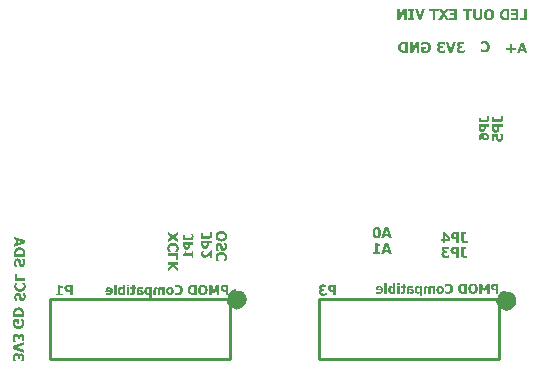
<source format=gbo>
%FSLAX25Y25*%
%MOIN*%
G70*
G01*
G75*
G04 Layer_Color=32896*
%ADD10C,0.00800*%
%ADD11O,0.01575X0.05331*%
%ADD12O,0.01575X0.06315*%
%ADD13O,0.01575X0.08874*%
%ADD14O,0.01575X0.04331*%
%ADD15O,0.05331X0.01575*%
%ADD16O,0.06315X0.01575*%
%ADD17R,0.02362X0.04724*%
%ADD18R,0.03347X0.03150*%
%ADD19R,0.03150X0.03347*%
%ADD20R,0.06890X0.03937*%
%ADD21R,0.02600X0.03300*%
%ADD22R,0.07874X0.02559*%
%ADD23C,0.00600*%
%ADD24C,0.01400*%
%ADD25C,0.02000*%
%ADD26C,0.10000*%
%ADD27C,0.05500*%
%ADD28R,0.05500X0.05500*%
%ADD29C,0.03300*%
%ADD30R,0.05500X0.05500*%
%ADD31R,0.05700X0.05700*%
%ADD32C,0.05700*%
%ADD33C,0.07480*%
%ADD34C,0.02700*%
%ADD35C,0.05000*%
%ADD36C,0.01000*%
%ADD37R,0.05000X0.02500*%
%ADD38R,0.02500X0.05000*%
%ADD39C,0.01575*%
%ADD40C,0.00984*%
%ADD41C,0.02500*%
%ADD42C,0.01969*%
%ADD43C,0.00787*%
%ADD44O,0.02375X0.06131*%
%ADD45O,0.02375X0.07115*%
%ADD46O,0.02375X0.09674*%
%ADD47O,0.02375X0.05131*%
%ADD48O,0.06131X0.02375*%
%ADD49O,0.07115X0.02375*%
%ADD50R,0.03162X0.05524*%
%ADD51R,0.04147X0.03950*%
%ADD52R,0.03950X0.04147*%
%ADD53R,0.07690X0.04737*%
%ADD54R,0.03400X0.04100*%
%ADD55R,0.08674X0.03359*%
%ADD56C,0.10800*%
%ADD57C,0.06300*%
%ADD58R,0.06300X0.06300*%
%ADD59C,0.04100*%
%ADD60R,0.06300X0.06300*%
%ADD61R,0.06500X0.06500*%
%ADD62C,0.06500*%
%ADD63C,0.08280*%
%ADD64C,0.00100*%
%ADD65R,0.05800X0.06300*%
%ADD66R,0.06300X0.05800*%
%ADD67C,0.05800*%
%ADD68C,0.06000*%
G36*
X134141Y17000D02*
X132980D01*
X132859Y17005D01*
X132749Y17016D01*
X132655Y17026D01*
X132577Y17031D01*
X132540Y17037D01*
X132514Y17042D01*
X132493D01*
X132477Y17047D01*
X132462D01*
X132347Y17068D01*
X132242Y17099D01*
X132148Y17136D01*
X132064Y17173D01*
X131996Y17204D01*
X131944Y17235D01*
X131923Y17246D01*
X131907Y17256D01*
X131902Y17262D01*
X131897D01*
X131787Y17340D01*
X131688Y17429D01*
X131599Y17523D01*
X131526Y17612D01*
X131463Y17696D01*
X131442Y17732D01*
X131421Y17764D01*
X131405Y17785D01*
X131395Y17805D01*
X131384Y17816D01*
Y17821D01*
X131316Y17962D01*
X131264Y18103D01*
X131228Y18245D01*
X131207Y18370D01*
X131196Y18428D01*
X131191Y18480D01*
X131186Y18527D01*
Y18569D01*
X131180Y18600D01*
Y18627D01*
Y18642D01*
Y18647D01*
X131191Y18820D01*
X131212Y18982D01*
X131243Y19123D01*
X131259Y19186D01*
X131275Y19249D01*
X131296Y19301D01*
X131311Y19348D01*
X131327Y19385D01*
X131343Y19421D01*
X131358Y19448D01*
X131363Y19469D01*
X131374Y19479D01*
Y19484D01*
X131452Y19610D01*
X131531Y19725D01*
X131620Y19819D01*
X131698Y19903D01*
X131771Y19965D01*
X131834Y20012D01*
X131855Y20028D01*
X131871Y20039D01*
X131881Y20049D01*
X131886D01*
X131986Y20107D01*
X132090Y20154D01*
X132185Y20196D01*
X132273Y20222D01*
X132352Y20243D01*
X132410Y20253D01*
X132430Y20258D01*
X132446Y20264D01*
X132462D01*
X132692Y20290D01*
X132802Y20300D01*
X132901Y20305D01*
X132990Y20311D01*
X134141D01*
Y17000D01*
D02*
G37*
G36*
X111730D02*
X110951D01*
Y19495D01*
X111730D01*
Y17000D01*
D02*
G37*
G36*
X107478D02*
X106699D01*
Y20457D01*
X107478D01*
Y17000D01*
D02*
G37*
G36*
X144700D02*
X143868D01*
Y18083D01*
X143372D01*
X143309Y18088D01*
X143256Y18093D01*
X143209Y18098D01*
X143168D01*
X143141Y18103D01*
X143121Y18109D01*
X143115D01*
X143011Y18135D01*
X142969Y18145D01*
X142927Y18161D01*
X142896Y18171D01*
X142869Y18182D01*
X142854Y18187D01*
X142849D01*
X142765Y18229D01*
X142728Y18250D01*
X142692Y18271D01*
X142666Y18287D01*
X142645Y18302D01*
X142634Y18307D01*
X142629Y18313D01*
X142556Y18370D01*
X142493Y18423D01*
X142472Y18443D01*
X142456Y18459D01*
X142446Y18470D01*
X142441Y18475D01*
X142394Y18532D01*
X142352Y18590D01*
X142315Y18647D01*
X142284Y18700D01*
X142263Y18747D01*
X142247Y18789D01*
X142237Y18810D01*
X142231Y18820D01*
X142205Y18899D01*
X142184Y18977D01*
X142174Y19055D01*
X142163Y19123D01*
X142158Y19181D01*
X142153Y19223D01*
Y19254D01*
Y19265D01*
X142158Y19369D01*
X142169Y19463D01*
X142184Y19547D01*
X142205Y19620D01*
X142226Y19678D01*
X142242Y19720D01*
X142252Y19746D01*
X142258Y19756D01*
X142299Y19829D01*
X142347Y19897D01*
X142394Y19955D01*
X142441Y20002D01*
X142482Y20039D01*
X142514Y20070D01*
X142535Y20086D01*
X142545Y20091D01*
X142613Y20133D01*
X142676Y20164D01*
X142744Y20196D01*
X142801Y20216D01*
X142854Y20237D01*
X142890Y20248D01*
X142917Y20258D01*
X142927D01*
X143006Y20274D01*
X143089Y20290D01*
X143173Y20300D01*
X143251Y20305D01*
X143319Y20311D01*
X144700D01*
Y17000D01*
D02*
G37*
G36*
X128069Y20373D02*
X128194Y20358D01*
X128320Y20337D01*
X128429Y20305D01*
X128534Y20269D01*
X128633Y20232D01*
X128722Y20185D01*
X128801Y20143D01*
X128874Y20101D01*
X128937Y20060D01*
X128989Y20018D01*
X129036Y19981D01*
X129068Y19950D01*
X129094Y19929D01*
X129109Y19913D01*
X129115Y19908D01*
X129193Y19819D01*
X129261Y19720D01*
X129319Y19615D01*
X129371Y19516D01*
X129413Y19406D01*
X129444Y19306D01*
X129475Y19202D01*
X129496Y19103D01*
X129517Y19014D01*
X129533Y18925D01*
X129538Y18851D01*
X129549Y18783D01*
Y18726D01*
X129554Y18689D01*
Y18663D01*
Y18653D01*
X129549Y18506D01*
X129533Y18365D01*
X129512Y18234D01*
X129486Y18109D01*
X129455Y17999D01*
X129418Y17894D01*
X129376Y17800D01*
X129334Y17717D01*
X129298Y17638D01*
X129256Y17570D01*
X129219Y17518D01*
X129188Y17471D01*
X129162Y17434D01*
X129141Y17408D01*
X129125Y17392D01*
X129120Y17387D01*
X129036Y17309D01*
X128942Y17241D01*
X128848Y17178D01*
X128749Y17126D01*
X128649Y17084D01*
X128550Y17047D01*
X128456Y17016D01*
X128361Y16995D01*
X128273Y16974D01*
X128194Y16963D01*
X128121Y16953D01*
X128058Y16942D01*
X128006D01*
X127964Y16937D01*
X127849D01*
X127776Y16942D01*
X127713Y16948D01*
X127661Y16953D01*
X127619D01*
X127587Y16958D01*
X127567Y16963D01*
X127561D01*
X127457Y16984D01*
X127410Y16995D01*
X127363Y17005D01*
X127326Y17016D01*
X127295Y17026D01*
X127274Y17031D01*
X127268D01*
X127174Y17063D01*
X127138Y17073D01*
X127096Y17089D01*
X127070Y17099D01*
X127043Y17110D01*
X127028Y17120D01*
X127023D01*
X126939Y17162D01*
X126902Y17178D01*
X126871Y17194D01*
X126845Y17204D01*
X126824Y17214D01*
X126813Y17220D01*
X126808D01*
Y17999D01*
X126887D01*
X126934Y17952D01*
X126981Y17910D01*
X127002Y17894D01*
X127017Y17879D01*
X127028Y17873D01*
X127033Y17868D01*
X127101Y17816D01*
X127164Y17774D01*
X127190Y17758D01*
X127211Y17743D01*
X127227Y17737D01*
X127232Y17732D01*
X127310Y17685D01*
X127394Y17649D01*
X127430Y17633D01*
X127457Y17622D01*
X127478Y17612D01*
X127483D01*
X127593Y17581D01*
X127645Y17570D01*
X127692Y17565D01*
X127734D01*
X127770Y17560D01*
X127797D01*
X127912Y17570D01*
X127964Y17575D01*
X128016Y17586D01*
X128058Y17596D01*
X128089Y17601D01*
X128110Y17612D01*
X128116D01*
X128173Y17638D01*
X128226Y17664D01*
X128273Y17696D01*
X128314Y17727D01*
X128351Y17753D01*
X128377Y17774D01*
X128393Y17790D01*
X128398Y17795D01*
X128445Y17847D01*
X128487Y17900D01*
X128529Y17957D01*
X128560Y18009D01*
X128586Y18056D01*
X128602Y18093D01*
X128612Y18119D01*
X128618Y18130D01*
X128644Y18213D01*
X128665Y18297D01*
X128675Y18386D01*
X128686Y18470D01*
X128691Y18538D01*
X128696Y18595D01*
Y18616D01*
Y18632D01*
Y18642D01*
Y18647D01*
X128691Y18757D01*
X128686Y18851D01*
X128670Y18940D01*
X128654Y19014D01*
X128644Y19076D01*
X128628Y19123D01*
X128623Y19150D01*
X128618Y19160D01*
X128586Y19238D01*
X128555Y19301D01*
X128518Y19364D01*
X128487Y19411D01*
X128456Y19448D01*
X128435Y19479D01*
X128419Y19495D01*
X128414Y19500D01*
X128361Y19547D01*
X128314Y19589D01*
X128262Y19625D01*
X128220Y19652D01*
X128184Y19672D01*
X128157Y19688D01*
X128137Y19699D01*
X128131D01*
X128074Y19720D01*
X128016Y19730D01*
X127959Y19740D01*
X127912Y19751D01*
X127865D01*
X127833Y19756D01*
X127802D01*
X127692Y19746D01*
X127645Y19740D01*
X127598Y19730D01*
X127561Y19720D01*
X127535Y19714D01*
X127514Y19704D01*
X127509D01*
X127410Y19667D01*
X127368Y19646D01*
X127326Y19625D01*
X127295Y19610D01*
X127274Y19594D01*
X127258Y19589D01*
X127253Y19584D01*
X127174Y19531D01*
X127138Y19510D01*
X127106Y19489D01*
X127085Y19469D01*
X127064Y19453D01*
X127054Y19448D01*
X127049Y19442D01*
X126986Y19390D01*
X126939Y19354D01*
X126908Y19327D01*
X126897Y19317D01*
X126808D01*
Y20101D01*
X126876Y20133D01*
X126949Y20169D01*
X126981Y20180D01*
X127007Y20190D01*
X127023Y20201D01*
X127028D01*
X127122Y20237D01*
X127164Y20253D01*
X127200Y20269D01*
X127232Y20279D01*
X127253Y20284D01*
X127268Y20290D01*
X127274D01*
X127383Y20316D01*
X127436Y20326D01*
X127478Y20337D01*
X127520Y20342D01*
X127551Y20347D01*
X127572Y20352D01*
X127577D01*
X127697Y20368D01*
X127760Y20373D01*
X127812D01*
X127859Y20379D01*
X127933D01*
X128069Y20373D01*
D02*
G37*
G36*
X113576Y19495D02*
X113874D01*
Y18951D01*
X113576D01*
Y17785D01*
Y17706D01*
X113566Y17628D01*
X113555Y17560D01*
X113545Y17497D01*
X113524Y17439D01*
X113508Y17387D01*
X113487Y17340D01*
X113466Y17298D01*
X113430Y17230D01*
X113393Y17183D01*
X113372Y17157D01*
X113362Y17146D01*
X113320Y17115D01*
X113273Y17084D01*
X113163Y17037D01*
X113048Y17000D01*
X112938Y16979D01*
X112834Y16963D01*
X112786Y16958D01*
X112750D01*
X112719Y16953D01*
X112598D01*
X112530Y16958D01*
X112468D01*
X112415Y16963D01*
X112379Y16969D01*
X112347D01*
X112326Y16974D01*
X112321D01*
X112216Y16989D01*
X112175Y17000D01*
X112133Y17005D01*
X112096Y17010D01*
X112070Y17016D01*
X112054Y17021D01*
X112049D01*
Y17570D01*
X112117D01*
X112133Y17560D01*
X112159Y17549D01*
X112201Y17534D01*
X112227Y17528D01*
X112243Y17523D01*
X112253Y17518D01*
X112258D01*
X112326Y17507D01*
X112379Y17502D01*
X112394Y17497D01*
X112473D01*
X112520Y17502D01*
X112562Y17513D01*
X112593Y17518D01*
X112619Y17528D01*
X112635Y17534D01*
X112645Y17539D01*
X112651D01*
X112703Y17581D01*
X112734Y17617D01*
X112755Y17654D01*
X112760Y17659D01*
Y17664D01*
X112781Y17727D01*
X112792Y17779D01*
X112797Y17805D01*
Y17821D01*
Y17832D01*
Y17837D01*
Y17915D01*
Y17988D01*
Y18020D01*
Y18046D01*
Y18062D01*
Y18067D01*
Y18951D01*
X112049D01*
Y19495D01*
X112797D01*
Y20206D01*
X113576D01*
Y19495D01*
D02*
G37*
G36*
X105072Y19568D02*
X105177Y19557D01*
X105281Y19542D01*
X105376Y19516D01*
X105464Y19489D01*
X105543Y19458D01*
X105616Y19427D01*
X105679Y19390D01*
X105742Y19359D01*
X105789Y19322D01*
X105836Y19291D01*
X105872Y19265D01*
X105899Y19238D01*
X105920Y19223D01*
X105930Y19212D01*
X105935Y19207D01*
X105998Y19134D01*
X106050Y19061D01*
X106097Y18982D01*
X106139Y18899D01*
X106171Y18820D01*
X106202Y18736D01*
X106244Y18579D01*
X106254Y18506D01*
X106265Y18443D01*
X106275Y18381D01*
X106280Y18328D01*
X106286Y18287D01*
Y18255D01*
Y18234D01*
Y18229D01*
X106280Y18114D01*
X106270Y18009D01*
X106249Y17910D01*
X106228Y17816D01*
X106197Y17732D01*
X106165Y17654D01*
X106134Y17581D01*
X106097Y17513D01*
X106061Y17455D01*
X106029Y17408D01*
X105998Y17366D01*
X105967Y17330D01*
X105946Y17303D01*
X105925Y17282D01*
X105914Y17272D01*
X105909Y17267D01*
X105836Y17209D01*
X105752Y17157D01*
X105668Y17110D01*
X105580Y17073D01*
X105491Y17042D01*
X105402Y17016D01*
X105224Y16974D01*
X105146Y16958D01*
X105067Y16948D01*
X104999Y16942D01*
X104941Y16937D01*
X104894Y16932D01*
X104759D01*
X104696Y16937D01*
X104638D01*
X104591Y16942D01*
X104554Y16948D01*
X104523D01*
X104507Y16953D01*
X104502D01*
X104403Y16969D01*
X104356Y16979D01*
X104319Y16984D01*
X104283Y16989D01*
X104256Y16995D01*
X104241Y17000D01*
X104235D01*
X104188Y17010D01*
X104147Y17021D01*
X104110Y17031D01*
X104079Y17042D01*
X104052Y17052D01*
X104037Y17057D01*
X104026Y17063D01*
X104021D01*
X103958Y17089D01*
X103901Y17115D01*
X103880Y17120D01*
X103859Y17131D01*
X103849Y17136D01*
X103843D01*
Y17779D01*
X103927D01*
X103969Y17748D01*
X104016Y17722D01*
X104047Y17701D01*
X104058Y17690D01*
X104063D01*
X104120Y17654D01*
X104178Y17628D01*
X104199Y17612D01*
X104220Y17607D01*
X104230Y17596D01*
X104235D01*
X104319Y17565D01*
X104398Y17539D01*
X104434Y17528D01*
X104460Y17523D01*
X104476Y17518D01*
X104481D01*
X104575Y17502D01*
X104622Y17497D01*
X104659D01*
X104696Y17492D01*
X104743D01*
X104858Y17497D01*
X104910Y17502D01*
X104952Y17507D01*
X104989D01*
X105015Y17513D01*
X105036Y17518D01*
X105041D01*
X105130Y17549D01*
X105172Y17565D01*
X105203Y17581D01*
X105234Y17596D01*
X105255Y17607D01*
X105266Y17612D01*
X105271Y17617D01*
X105339Y17675D01*
X105391Y17732D01*
X105412Y17758D01*
X105428Y17779D01*
X105433Y17795D01*
X105438Y17800D01*
X105459Y17847D01*
X105475Y17900D01*
X105485Y17947D01*
X105496Y17994D01*
X105501Y18035D01*
Y18067D01*
X105506Y18093D01*
Y18098D01*
X103801D01*
Y18375D01*
X103807Y18480D01*
X103812Y18579D01*
X103828Y18668D01*
X103849Y18757D01*
X103869Y18836D01*
X103895Y18909D01*
X103922Y18972D01*
X103948Y19035D01*
X103974Y19087D01*
X104000Y19134D01*
X104026Y19170D01*
X104047Y19202D01*
X104068Y19228D01*
X104084Y19244D01*
X104089Y19254D01*
X104094Y19259D01*
X104152Y19317D01*
X104215Y19364D01*
X104283Y19406D01*
X104350Y19442D01*
X104424Y19474D01*
X104492Y19495D01*
X104633Y19536D01*
X104701Y19547D01*
X104759Y19557D01*
X104816Y19563D01*
X104863Y19568D01*
X104900Y19573D01*
X104957D01*
X105072Y19568D01*
D02*
G37*
G36*
X104229Y39201D02*
X104355Y39190D01*
X104464Y39167D01*
X104555Y39150D01*
X104635Y39127D01*
X104692Y39104D01*
X104709Y39098D01*
X104726Y39092D01*
X104732Y39087D01*
X104738D01*
X104835Y39035D01*
X104920Y38978D01*
X104994Y38921D01*
X105057Y38864D01*
X105103Y38807D01*
X105143Y38767D01*
X105166Y38739D01*
X105172Y38727D01*
X105234Y38630D01*
X105286Y38533D01*
X105331Y38436D01*
X105366Y38339D01*
X105388Y38259D01*
X105406Y38196D01*
X105417Y38173D01*
Y38156D01*
X105423Y38145D01*
Y38139D01*
X105446Y38008D01*
X105463Y37870D01*
X105474Y37734D01*
X105480Y37602D01*
X105486Y37545D01*
Y37494D01*
X105491Y37442D01*
Y37402D01*
Y37368D01*
Y37345D01*
Y37328D01*
Y37322D01*
X105486Y37151D01*
X105480Y36997D01*
X105468Y36860D01*
X105451Y36740D01*
X105446Y36689D01*
X105440Y36643D01*
X105434Y36603D01*
X105429Y36569D01*
X105423Y36540D01*
Y36523D01*
X105417Y36512D01*
Y36506D01*
X105383Y36380D01*
X105349Y36266D01*
X105309Y36169D01*
X105269Y36083D01*
X105234Y36015D01*
X105206Y35963D01*
X105183Y35935D01*
X105177Y35923D01*
X105109Y35838D01*
X105040Y35763D01*
X104966Y35706D01*
X104903Y35655D01*
X104840Y35615D01*
X104795Y35587D01*
X104760Y35569D01*
X104749Y35564D01*
X104646Y35524D01*
X104532Y35495D01*
X104423Y35472D01*
X104321Y35461D01*
X104235Y35449D01*
X104195D01*
X104161Y35444D01*
X104098D01*
X103961Y35449D01*
X103835Y35461D01*
X103727Y35484D01*
X103630Y35507D01*
X103556Y35524D01*
X103498Y35547D01*
X103481Y35552D01*
X103464Y35558D01*
X103458Y35564D01*
X103453D01*
X103361Y35615D01*
X103276Y35672D01*
X103202Y35729D01*
X103139Y35786D01*
X103093Y35838D01*
X103053Y35878D01*
X103030Y35906D01*
X103025Y35918D01*
X102968Y36009D01*
X102916Y36106D01*
X102876Y36203D01*
X102842Y36295D01*
X102819Y36380D01*
X102796Y36443D01*
X102790Y36466D01*
Y36483D01*
X102785Y36494D01*
Y36500D01*
X102756Y36637D01*
X102739Y36780D01*
X102722Y36917D01*
X102716Y37043D01*
X102710Y37100D01*
Y37157D01*
X102705Y37203D01*
Y37242D01*
Y37277D01*
Y37299D01*
Y37317D01*
Y37322D01*
X102710Y37488D01*
X102716Y37642D01*
X102728Y37779D01*
X102739Y37899D01*
X102751Y37951D01*
X102756Y37996D01*
X102762Y38030D01*
X102768Y38065D01*
X102773Y38093D01*
Y38110D01*
X102779Y38122D01*
Y38127D01*
X102813Y38253D01*
X102848Y38367D01*
X102887Y38464D01*
X102927Y38550D01*
X102962Y38624D01*
X102990Y38676D01*
X103013Y38704D01*
X103019Y38716D01*
X103087Y38801D01*
X103156Y38875D01*
X103230Y38938D01*
X103299Y38990D01*
X103361Y39030D01*
X103407Y39058D01*
X103441Y39075D01*
X103447Y39081D01*
X103453D01*
X103556Y39121D01*
X103664Y39155D01*
X103767Y39178D01*
X103870Y39190D01*
X103961Y39201D01*
X104001D01*
X104035Y39207D01*
X104098D01*
X104229Y39201D01*
D02*
G37*
G36*
X109100Y30300D02*
X108192D01*
X107969Y31031D01*
X106816D01*
X106593Y30300D01*
X105663D01*
X106890Y33914D01*
X107878D01*
X109100Y30300D01*
D02*
G37*
G36*
X104366Y33863D02*
X104372Y33812D01*
X104389Y33772D01*
X104401Y33737D01*
X104412Y33709D01*
X104423Y33686D01*
X104429Y33675D01*
X104435Y33669D01*
X104486Y33606D01*
X104549Y33555D01*
X104572Y33538D01*
X104595Y33526D01*
X104606Y33515D01*
X104612D01*
X104652Y33498D01*
X104698Y33481D01*
X104783Y33458D01*
X104823Y33452D01*
X104852Y33446D01*
X104875Y33441D01*
X104880D01*
X105000Y33429D01*
X105052D01*
X105103Y33423D01*
X105206D01*
Y32835D01*
X104446D01*
Y30928D01*
X105206D01*
Y30300D01*
X102825D01*
Y30928D01*
X103567D01*
Y33914D01*
X104361D01*
X104366Y33863D01*
D02*
G37*
G36*
X109100Y35518D02*
X108192D01*
X107969Y36249D01*
X106816D01*
X106593Y35518D01*
X105663D01*
X106890Y39132D01*
X107878D01*
X109100Y35518D01*
D02*
G37*
G36*
X136374Y20373D02*
X136505Y20358D01*
X136625Y20337D01*
X136735Y20305D01*
X136845Y20269D01*
X136939Y20232D01*
X137028Y20190D01*
X137106Y20148D01*
X137179Y20101D01*
X137237Y20060D01*
X137294Y20023D01*
X137336Y19986D01*
X137367Y19955D01*
X137394Y19934D01*
X137409Y19918D01*
X137415Y19913D01*
X137488Y19824D01*
X137556Y19725D01*
X137613Y19625D01*
X137660Y19521D01*
X137702Y19416D01*
X137734Y19312D01*
X137765Y19207D01*
X137786Y19108D01*
X137802Y19014D01*
X137817Y18930D01*
X137823Y18851D01*
X137833Y18783D01*
Y18731D01*
X137838Y18689D01*
Y18663D01*
Y18653D01*
X137833Y18506D01*
X137817Y18370D01*
X137796Y18245D01*
X137770Y18124D01*
X137739Y18009D01*
X137702Y17910D01*
X137666Y17816D01*
X137624Y17727D01*
X137587Y17654D01*
X137551Y17586D01*
X137514Y17528D01*
X137483Y17481D01*
X137451Y17445D01*
X137430Y17418D01*
X137420Y17403D01*
X137415Y17398D01*
X137331Y17314D01*
X137242Y17246D01*
X137148Y17183D01*
X137048Y17131D01*
X136949Y17084D01*
X136855Y17047D01*
X136756Y17016D01*
X136667Y16989D01*
X136578Y16969D01*
X136499Y16958D01*
X136426Y16948D01*
X136363Y16937D01*
X136311D01*
X136269Y16932D01*
X136238D01*
X136102Y16937D01*
X135971Y16953D01*
X135851Y16974D01*
X135736Y17005D01*
X135631Y17037D01*
X135537Y17078D01*
X135448Y17115D01*
X135370Y17162D01*
X135296Y17204D01*
X135234Y17246D01*
X135181Y17282D01*
X135140Y17314D01*
X135103Y17345D01*
X135082Y17366D01*
X135066Y17382D01*
X135061Y17387D01*
X134983Y17476D01*
X134920Y17575D01*
X134857Y17675D01*
X134810Y17779D01*
X134768Y17884D01*
X134732Y17988D01*
X134705Y18093D01*
X134679Y18192D01*
X134664Y18287D01*
X134648Y18375D01*
X134643Y18454D01*
X134632Y18522D01*
Y18574D01*
X134627Y18616D01*
Y18642D01*
Y18653D01*
X134632Y18799D01*
X134648Y18935D01*
X134669Y19066D01*
X134695Y19186D01*
X134726Y19301D01*
X134763Y19406D01*
X134805Y19500D01*
X134842Y19584D01*
X134883Y19657D01*
X134925Y19725D01*
X134962Y19782D01*
X134993Y19829D01*
X135019Y19866D01*
X135040Y19892D01*
X135056Y19908D01*
X135061Y19913D01*
X135145Y19997D01*
X135234Y20065D01*
X135328Y20128D01*
X135427Y20180D01*
X135521Y20227D01*
X135621Y20264D01*
X135720Y20295D01*
X135809Y20321D01*
X135898Y20342D01*
X135976Y20352D01*
X136050Y20363D01*
X136112Y20373D01*
X136165D01*
X136206Y20379D01*
X136238D01*
X136374Y20373D01*
D02*
G37*
G36*
X125370Y19568D02*
X125475Y19557D01*
X125574Y19542D01*
X125668Y19516D01*
X125752Y19489D01*
X125830Y19463D01*
X125903Y19427D01*
X125966Y19395D01*
X126024Y19364D01*
X126071Y19333D01*
X126113Y19301D01*
X126149Y19275D01*
X126175Y19249D01*
X126196Y19233D01*
X126207Y19223D01*
X126212Y19218D01*
X126269Y19150D01*
X126322Y19076D01*
X126369Y18998D01*
X126406Y18919D01*
X126437Y18836D01*
X126463Y18757D01*
X126505Y18600D01*
X126521Y18527D01*
X126531Y18459D01*
X126536Y18402D01*
X126541Y18349D01*
X126547Y18302D01*
Y18271D01*
Y18250D01*
Y18245D01*
X126541Y18130D01*
X126531Y18025D01*
X126515Y17926D01*
X126494Y17832D01*
X126468Y17748D01*
X126442Y17664D01*
X126411Y17591D01*
X126379Y17528D01*
X126348Y17471D01*
X126317Y17418D01*
X126290Y17371D01*
X126264Y17340D01*
X126243Y17309D01*
X126228Y17288D01*
X126217Y17277D01*
X126212Y17272D01*
X126144Y17209D01*
X126071Y17157D01*
X125997Y17110D01*
X125919Y17068D01*
X125841Y17037D01*
X125762Y17005D01*
X125610Y16963D01*
X125537Y16953D01*
X125469Y16942D01*
X125412Y16932D01*
X125359Y16927D01*
X125318Y16921D01*
X125260D01*
X125145Y16927D01*
X125040Y16937D01*
X124941Y16953D01*
X124852Y16979D01*
X124763Y17005D01*
X124690Y17031D01*
X124617Y17063D01*
X124554Y17099D01*
X124496Y17131D01*
X124444Y17162D01*
X124402Y17188D01*
X124371Y17220D01*
X124345Y17241D01*
X124324Y17256D01*
X124313Y17267D01*
X124308Y17272D01*
X124251Y17340D01*
X124198Y17418D01*
X124151Y17492D01*
X124109Y17575D01*
X124078Y17654D01*
X124052Y17737D01*
X124010Y17894D01*
X123994Y17962D01*
X123984Y18030D01*
X123979Y18093D01*
X123974Y18145D01*
X123968Y18187D01*
Y18219D01*
Y18239D01*
Y18245D01*
X123974Y18360D01*
X123984Y18464D01*
X124000Y18564D01*
X124021Y18658D01*
X124047Y18742D01*
X124078Y18825D01*
X124104Y18899D01*
X124136Y18961D01*
X124172Y19019D01*
X124198Y19071D01*
X124230Y19118D01*
X124256Y19155D01*
X124277Y19181D01*
X124293Y19202D01*
X124303Y19212D01*
X124308Y19218D01*
X124376Y19280D01*
X124444Y19333D01*
X124523Y19385D01*
X124601Y19421D01*
X124680Y19458D01*
X124758Y19484D01*
X124910Y19531D01*
X124983Y19542D01*
X125051Y19552D01*
X125108Y19563D01*
X125161Y19568D01*
X125203Y19573D01*
X125260D01*
X125370Y19568D01*
D02*
G37*
G36*
X117760Y19557D02*
X117839Y19547D01*
X117912Y19531D01*
X117970Y19516D01*
X118022Y19500D01*
X118058Y19484D01*
X118079Y19474D01*
X118090Y19469D01*
X118158Y19432D01*
X118220Y19395D01*
X118278Y19354D01*
X118330Y19317D01*
X118372Y19286D01*
X118404Y19259D01*
X118430Y19238D01*
X118435Y19233D01*
Y19495D01*
X119214D01*
Y16085D01*
X118435D01*
Y17126D01*
X118325Y17068D01*
X118278Y17047D01*
X118236Y17026D01*
X118200Y17010D01*
X118168Y17005D01*
X118152Y16995D01*
X118147D01*
X118037Y16969D01*
X117980Y16963D01*
X117928Y16958D01*
X117886Y16953D01*
X117818D01*
X117734Y16958D01*
X117656Y16969D01*
X117582Y16984D01*
X117515Y17010D01*
X117384Y17068D01*
X117279Y17136D01*
X117232Y17173D01*
X117190Y17204D01*
X117154Y17235D01*
X117122Y17262D01*
X117101Y17288D01*
X117086Y17303D01*
X117075Y17314D01*
X117070Y17319D01*
X117018Y17392D01*
X116965Y17466D01*
X116929Y17544D01*
X116892Y17622D01*
X116861Y17706D01*
X116835Y17785D01*
X116798Y17936D01*
X116788Y18009D01*
X116777Y18072D01*
X116772Y18130D01*
X116767Y18182D01*
X116761Y18224D01*
Y18255D01*
Y18276D01*
Y18281D01*
Y18391D01*
X116772Y18490D01*
X116782Y18590D01*
X116798Y18679D01*
X116819Y18763D01*
X116840Y18836D01*
X116861Y18909D01*
X116882Y18972D01*
X116902Y19029D01*
X116923Y19076D01*
X116944Y19118D01*
X116965Y19155D01*
X116981Y19181D01*
X116991Y19202D01*
X116997Y19212D01*
X117002Y19218D01*
X117049Y19280D01*
X117101Y19333D01*
X117154Y19380D01*
X117211Y19416D01*
X117263Y19453D01*
X117321Y19479D01*
X117431Y19521D01*
X117525Y19547D01*
X117567Y19552D01*
X117603Y19557D01*
X117635Y19563D01*
X117677D01*
X117760Y19557D01*
D02*
G37*
G36*
X21630Y16600D02*
X20851D01*
Y19095D01*
X21630D01*
Y16600D01*
D02*
G37*
G36*
X17378D02*
X16599D01*
Y20057D01*
X17378D01*
Y16600D01*
D02*
G37*
G36*
X46274Y19973D02*
X46405Y19958D01*
X46525Y19937D01*
X46635Y19905D01*
X46744Y19869D01*
X46839Y19832D01*
X46928Y19790D01*
X47006Y19748D01*
X47079Y19701D01*
X47137Y19659D01*
X47194Y19623D01*
X47236Y19586D01*
X47267Y19555D01*
X47294Y19534D01*
X47309Y19518D01*
X47315Y19513D01*
X47388Y19424D01*
X47456Y19325D01*
X47513Y19226D01*
X47560Y19121D01*
X47602Y19016D01*
X47634Y18912D01*
X47665Y18807D01*
X47686Y18708D01*
X47702Y18614D01*
X47717Y18530D01*
X47723Y18451D01*
X47733Y18383D01*
Y18331D01*
X47738Y18289D01*
Y18263D01*
Y18253D01*
X47733Y18106D01*
X47717Y17970D01*
X47696Y17845D01*
X47670Y17724D01*
X47639Y17609D01*
X47602Y17510D01*
X47566Y17416D01*
X47524Y17327D01*
X47487Y17254D01*
X47451Y17186D01*
X47414Y17128D01*
X47383Y17081D01*
X47351Y17045D01*
X47330Y17018D01*
X47320Y17003D01*
X47315Y16997D01*
X47231Y16914D01*
X47142Y16846D01*
X47048Y16783D01*
X46949Y16731D01*
X46849Y16684D01*
X46755Y16647D01*
X46656Y16616D01*
X46567Y16590D01*
X46478Y16569D01*
X46399Y16558D01*
X46326Y16548D01*
X46263Y16537D01*
X46211D01*
X46169Y16532D01*
X46138D01*
X46002Y16537D01*
X45871Y16553D01*
X45751Y16574D01*
X45636Y16605D01*
X45531Y16637D01*
X45437Y16679D01*
X45348Y16715D01*
X45270Y16762D01*
X45197Y16804D01*
X45134Y16846D01*
X45081Y16882D01*
X45040Y16914D01*
X45003Y16945D01*
X44982Y16966D01*
X44966Y16982D01*
X44961Y16987D01*
X44883Y17076D01*
X44820Y17175D01*
X44757Y17275D01*
X44710Y17379D01*
X44668Y17484D01*
X44632Y17589D01*
X44605Y17693D01*
X44579Y17792D01*
X44564Y17887D01*
X44548Y17976D01*
X44543Y18054D01*
X44532Y18122D01*
Y18174D01*
X44527Y18216D01*
Y18242D01*
Y18253D01*
X44532Y18399D01*
X44548Y18535D01*
X44569Y18666D01*
X44595Y18786D01*
X44626Y18901D01*
X44663Y19006D01*
X44705Y19100D01*
X44741Y19184D01*
X44783Y19257D01*
X44825Y19325D01*
X44862Y19382D01*
X44893Y19429D01*
X44919Y19466D01*
X44940Y19492D01*
X44956Y19508D01*
X44961Y19513D01*
X45045Y19597D01*
X45134Y19665D01*
X45228Y19727D01*
X45327Y19780D01*
X45421Y19827D01*
X45521Y19863D01*
X45620Y19895D01*
X45709Y19921D01*
X45798Y19942D01*
X45876Y19952D01*
X45950Y19963D01*
X46012Y19973D01*
X46065D01*
X46106Y19979D01*
X46138D01*
X46274Y19973D01*
D02*
G37*
G36*
X44041Y16600D02*
X42880D01*
X42759Y16605D01*
X42649Y16616D01*
X42555Y16626D01*
X42477Y16631D01*
X42440Y16637D01*
X42414Y16642D01*
X42393D01*
X42377Y16647D01*
X42362D01*
X42247Y16668D01*
X42142Y16699D01*
X42048Y16736D01*
X41964Y16773D01*
X41896Y16804D01*
X41844Y16835D01*
X41823Y16846D01*
X41807Y16856D01*
X41802Y16861D01*
X41797D01*
X41687Y16940D01*
X41588Y17029D01*
X41499Y17123D01*
X41426Y17212D01*
X41363Y17296D01*
X41342Y17332D01*
X41321Y17364D01*
X41305Y17384D01*
X41295Y17405D01*
X41284Y17416D01*
Y17421D01*
X41216Y17562D01*
X41164Y17704D01*
X41127Y17845D01*
X41107Y17970D01*
X41096Y18028D01*
X41091Y18080D01*
X41086Y18127D01*
Y18169D01*
X41080Y18200D01*
Y18226D01*
Y18242D01*
Y18248D01*
X41091Y18420D01*
X41112Y18582D01*
X41143Y18723D01*
X41159Y18786D01*
X41175Y18849D01*
X41195Y18901D01*
X41211Y18948D01*
X41227Y18985D01*
X41243Y19022D01*
X41258Y19048D01*
X41263Y19069D01*
X41274Y19079D01*
Y19084D01*
X41352Y19210D01*
X41431Y19325D01*
X41520Y19419D01*
X41598Y19503D01*
X41671Y19565D01*
X41734Y19613D01*
X41755Y19628D01*
X41771Y19639D01*
X41781Y19649D01*
X41787D01*
X41886Y19707D01*
X41991Y19754D01*
X42085Y19795D01*
X42173Y19822D01*
X42252Y19843D01*
X42309Y19853D01*
X42330Y19858D01*
X42346Y19863D01*
X42362D01*
X42592Y19890D01*
X42702Y19900D01*
X42801Y19905D01*
X42890Y19911D01*
X44041D01*
Y16600D01*
D02*
G37*
G36*
X23476Y19095D02*
X23774D01*
Y18551D01*
X23476D01*
Y17384D01*
Y17306D01*
X23466Y17228D01*
X23455Y17160D01*
X23445Y17097D01*
X23424Y17039D01*
X23408Y16987D01*
X23387Y16940D01*
X23366Y16898D01*
X23330Y16830D01*
X23293Y16783D01*
X23272Y16757D01*
X23262Y16746D01*
X23220Y16715D01*
X23173Y16684D01*
X23063Y16637D01*
X22948Y16600D01*
X22838Y16579D01*
X22734Y16563D01*
X22686Y16558D01*
X22650D01*
X22618Y16553D01*
X22498D01*
X22430Y16558D01*
X22367D01*
X22315Y16563D01*
X22279Y16569D01*
X22247D01*
X22226Y16574D01*
X22221D01*
X22117Y16590D01*
X22075Y16600D01*
X22033Y16605D01*
X21996Y16611D01*
X21970Y16616D01*
X21954Y16621D01*
X21949D01*
Y17170D01*
X22017D01*
X22033Y17160D01*
X22059Y17149D01*
X22101Y17133D01*
X22127Y17128D01*
X22143Y17123D01*
X22153Y17118D01*
X22158D01*
X22226Y17107D01*
X22279Y17102D01*
X22294Y17097D01*
X22373D01*
X22420Y17102D01*
X22462Y17112D01*
X22493Y17118D01*
X22519Y17128D01*
X22535Y17133D01*
X22545Y17139D01*
X22551D01*
X22603Y17180D01*
X22634Y17217D01*
X22655Y17254D01*
X22660Y17259D01*
Y17264D01*
X22681Y17327D01*
X22692Y17379D01*
X22697Y17405D01*
Y17421D01*
Y17432D01*
Y17437D01*
Y17515D01*
Y17589D01*
Y17620D01*
Y17646D01*
Y17662D01*
Y17667D01*
Y18551D01*
X21949D01*
Y19095D01*
X22697D01*
Y19806D01*
X23476D01*
Y19095D01*
D02*
G37*
G36*
X14972Y19168D02*
X15077Y19158D01*
X15181Y19142D01*
X15276Y19116D01*
X15364Y19090D01*
X15443Y19058D01*
X15516Y19027D01*
X15579Y18990D01*
X15642Y18959D01*
X15689Y18922D01*
X15736Y18891D01*
X15773Y18865D01*
X15799Y18838D01*
X15820Y18823D01*
X15830Y18812D01*
X15835Y18807D01*
X15898Y18734D01*
X15950Y18661D01*
X15997Y18582D01*
X16039Y18498D01*
X16071Y18420D01*
X16102Y18336D01*
X16144Y18180D01*
X16154Y18106D01*
X16165Y18044D01*
X16175Y17981D01*
X16180Y17928D01*
X16186Y17887D01*
Y17855D01*
Y17834D01*
Y17829D01*
X16180Y17714D01*
X16170Y17609D01*
X16149Y17510D01*
X16128Y17416D01*
X16097Y17332D01*
X16065Y17254D01*
X16034Y17180D01*
X15997Y17112D01*
X15961Y17055D01*
X15929Y17008D01*
X15898Y16966D01*
X15867Y16929D01*
X15846Y16903D01*
X15825Y16882D01*
X15814Y16872D01*
X15809Y16867D01*
X15736Y16809D01*
X15652Y16757D01*
X15568Y16710D01*
X15480Y16673D01*
X15391Y16642D01*
X15302Y16616D01*
X15124Y16574D01*
X15045Y16558D01*
X14967Y16548D01*
X14899Y16543D01*
X14841Y16537D01*
X14795Y16532D01*
X14659D01*
X14596Y16537D01*
X14538D01*
X14491Y16543D01*
X14455Y16548D01*
X14423D01*
X14408Y16553D01*
X14402D01*
X14303Y16569D01*
X14256Y16579D01*
X14219Y16584D01*
X14183Y16590D01*
X14156Y16595D01*
X14141Y16600D01*
X14135D01*
X14088Y16611D01*
X14047Y16621D01*
X14010Y16631D01*
X13979Y16642D01*
X13952Y16652D01*
X13937Y16657D01*
X13926Y16663D01*
X13921D01*
X13858Y16689D01*
X13801Y16715D01*
X13780Y16720D01*
X13759Y16731D01*
X13748Y16736D01*
X13743D01*
Y17379D01*
X13827D01*
X13869Y17348D01*
X13916Y17322D01*
X13947Y17301D01*
X13958Y17290D01*
X13963D01*
X14020Y17254D01*
X14078Y17228D01*
X14099Y17212D01*
X14120Y17207D01*
X14130Y17196D01*
X14135D01*
X14219Y17165D01*
X14298Y17139D01*
X14334Y17128D01*
X14360Y17123D01*
X14376Y17118D01*
X14381D01*
X14475Y17102D01*
X14523Y17097D01*
X14559D01*
X14596Y17092D01*
X14643D01*
X14758Y17097D01*
X14810Y17102D01*
X14852Y17107D01*
X14889D01*
X14915Y17112D01*
X14936Y17118D01*
X14941D01*
X15030Y17149D01*
X15072Y17165D01*
X15103Y17180D01*
X15134Y17196D01*
X15155Y17207D01*
X15166Y17212D01*
X15171Y17217D01*
X15239Y17275D01*
X15291Y17332D01*
X15312Y17358D01*
X15328Y17379D01*
X15333Y17395D01*
X15338Y17400D01*
X15359Y17447D01*
X15375Y17500D01*
X15385Y17547D01*
X15396Y17594D01*
X15401Y17636D01*
Y17667D01*
X15406Y17693D01*
Y17698D01*
X13701D01*
Y17976D01*
X13707Y18080D01*
X13712Y18180D01*
X13727Y18268D01*
X13748Y18357D01*
X13769Y18436D01*
X13795Y18509D01*
X13822Y18572D01*
X13848Y18634D01*
X13874Y18687D01*
X13900Y18734D01*
X13926Y18770D01*
X13947Y18802D01*
X13968Y18828D01*
X13984Y18844D01*
X13989Y18854D01*
X13994Y18859D01*
X14052Y18917D01*
X14115Y18964D01*
X14183Y19006D01*
X14251Y19042D01*
X14324Y19074D01*
X14392Y19095D01*
X14533Y19137D01*
X14601Y19147D01*
X14659Y19158D01*
X14716Y19163D01*
X14763Y19168D01*
X14800Y19173D01*
X14857D01*
X14972Y19168D01*
D02*
G37*
G36*
X54600Y16600D02*
X53768D01*
Y17683D01*
X53272D01*
X53209Y17688D01*
X53157Y17693D01*
X53110Y17698D01*
X53068D01*
X53041Y17704D01*
X53021Y17709D01*
X53015D01*
X52911Y17735D01*
X52869Y17745D01*
X52827Y17761D01*
X52796Y17772D01*
X52770Y17782D01*
X52754Y17787D01*
X52749D01*
X52665Y17829D01*
X52628Y17850D01*
X52592Y17871D01*
X52565Y17887D01*
X52545Y17902D01*
X52534Y17908D01*
X52529Y17913D01*
X52456Y17970D01*
X52393Y18023D01*
X52372Y18044D01*
X52356Y18059D01*
X52346Y18070D01*
X52341Y18075D01*
X52294Y18132D01*
X52252Y18190D01*
X52215Y18248D01*
X52184Y18300D01*
X52163Y18347D01*
X52147Y18389D01*
X52137Y18410D01*
X52131Y18420D01*
X52105Y18498D01*
X52084Y18577D01*
X52074Y18655D01*
X52064Y18723D01*
X52058Y18781D01*
X52053Y18823D01*
Y18854D01*
Y18865D01*
X52058Y18969D01*
X52069Y19063D01*
X52084Y19147D01*
X52105Y19220D01*
X52126Y19278D01*
X52142Y19320D01*
X52152Y19346D01*
X52158Y19356D01*
X52199Y19429D01*
X52246Y19497D01*
X52294Y19555D01*
X52341Y19602D01*
X52382Y19639D01*
X52414Y19670D01*
X52435Y19686D01*
X52445Y19691D01*
X52513Y19733D01*
X52576Y19764D01*
X52644Y19795D01*
X52701Y19816D01*
X52754Y19837D01*
X52790Y19848D01*
X52817Y19858D01*
X52827D01*
X52905Y19874D01*
X52989Y19890D01*
X53073Y19900D01*
X53151Y19905D01*
X53219Y19911D01*
X54600D01*
Y16600D01*
D02*
G37*
G36*
X122117Y19557D02*
X122190Y19547D01*
X122253Y19531D01*
X122310Y19516D01*
X122357Y19500D01*
X122389Y19484D01*
X122415Y19474D01*
X122420Y19469D01*
X122483Y19432D01*
X122546Y19390D01*
X122608Y19348D01*
X122661Y19312D01*
X122708Y19275D01*
X122745Y19244D01*
X122765Y19223D01*
X122776Y19218D01*
Y19495D01*
X123555D01*
Y17000D01*
X122776D01*
Y18763D01*
X122713Y18804D01*
X122655Y18841D01*
X122635Y18851D01*
X122619Y18862D01*
X122608Y18867D01*
X122603D01*
X122535Y18893D01*
X122473Y18909D01*
X122452Y18914D01*
X122368D01*
X122331Y18909D01*
X122300Y18904D01*
X122268Y18899D01*
X122248Y18888D01*
X122232Y18883D01*
X122227Y18878D01*
X122222D01*
X122174Y18841D01*
X122143Y18804D01*
X122122Y18773D01*
X122117Y18763D01*
Y18757D01*
X122096Y18689D01*
X122080Y18621D01*
Y18595D01*
X122075Y18569D01*
Y18553D01*
Y18548D01*
X122070Y18501D01*
Y18449D01*
X122065Y18396D01*
Y18349D01*
Y18302D01*
Y18271D01*
Y18250D01*
Y18239D01*
Y17000D01*
X121285D01*
Y18763D01*
X121212Y18810D01*
X121154Y18846D01*
X121134Y18857D01*
X121118Y18867D01*
X121107Y18872D01*
X121102D01*
X121034Y18899D01*
X120982Y18909D01*
X120956Y18914D01*
X120877D01*
X120841Y18909D01*
X120809Y18904D01*
X120778Y18899D01*
X120757Y18888D01*
X120741Y18883D01*
X120736Y18878D01*
X120731D01*
X120684Y18841D01*
X120647Y18804D01*
X120626Y18773D01*
X120621Y18763D01*
Y18757D01*
X120600Y18695D01*
X120590Y18627D01*
Y18595D01*
X120584Y18574D01*
Y18559D01*
Y18553D01*
X120579Y18506D01*
Y18454D01*
X120574Y18402D01*
Y18349D01*
Y18307D01*
Y18271D01*
Y18250D01*
Y18239D01*
Y17000D01*
X119795D01*
Y18621D01*
Y18715D01*
X119805Y18799D01*
X119810Y18872D01*
X119821Y18935D01*
X119831Y18987D01*
X119837Y19019D01*
X119847Y19045D01*
Y19050D01*
X119868Y19113D01*
X119894Y19165D01*
X119920Y19212D01*
X119946Y19259D01*
X119967Y19291D01*
X119988Y19317D01*
X119999Y19333D01*
X120004Y19338D01*
X120082Y19411D01*
X120161Y19463D01*
X120192Y19479D01*
X120218Y19495D01*
X120234Y19505D01*
X120239D01*
X120292Y19526D01*
X120344Y19536D01*
X120396Y19547D01*
X120443Y19557D01*
X120485D01*
X120517Y19563D01*
X120548D01*
X120621Y19557D01*
X120694Y19547D01*
X120762Y19526D01*
X120825Y19505D01*
X120877Y19484D01*
X120914Y19463D01*
X120940Y19453D01*
X120951Y19448D01*
X121024Y19401D01*
X121102Y19354D01*
X121170Y19301D01*
X121238Y19249D01*
X121291Y19202D01*
X121338Y19165D01*
X121364Y19139D01*
X121369Y19129D01*
X121374D01*
X121411Y19202D01*
X121453Y19270D01*
X121500Y19327D01*
X121542Y19369D01*
X121578Y19406D01*
X121609Y19432D01*
X121631Y19448D01*
X121641Y19453D01*
X121709Y19489D01*
X121777Y19516D01*
X121845Y19536D01*
X121902Y19547D01*
X121960Y19557D01*
X122002Y19563D01*
X122038D01*
X122117Y19557D01*
D02*
G37*
G36*
X115626Y19563D02*
X115710Y19552D01*
X115789Y19547D01*
X115857Y19536D01*
X115909Y19526D01*
X115925D01*
X115940Y19521D01*
X115951D01*
X116040Y19505D01*
X116118Y19489D01*
X116181Y19474D01*
X116233Y19463D01*
X116270Y19453D01*
X116301Y19448D01*
X116317Y19442D01*
X116322D01*
Y18841D01*
X116259D01*
X116129Y18893D01*
X116066Y18914D01*
X116013Y18930D01*
X115966Y18946D01*
X115930Y18956D01*
X115909Y18967D01*
X115898D01*
X115830Y18982D01*
X115773Y18998D01*
X115715Y19008D01*
X115668Y19014D01*
X115632Y19019D01*
X115579D01*
X115475Y19014D01*
X115381Y19008D01*
X115302Y18993D01*
X115239Y18977D01*
X115192Y18961D01*
X115156Y18951D01*
X115135Y18940D01*
X115130Y18935D01*
X115077Y18899D01*
X115041Y18857D01*
X115015Y18810D01*
X114999Y18763D01*
X114983Y18721D01*
X114978Y18684D01*
Y18663D01*
Y18653D01*
Y18642D01*
X115098Y18632D01*
X115218Y18621D01*
X115323Y18611D01*
X115417Y18600D01*
X115496Y18590D01*
X115527Y18585D01*
X115553Y18579D01*
X115574D01*
X115590Y18574D01*
X115605D01*
X115710Y18559D01*
X115804Y18538D01*
X115893Y18511D01*
X115966Y18490D01*
X116024Y18470D01*
X116071Y18449D01*
X116097Y18438D01*
X116108Y18433D01*
X116181Y18391D01*
X116244Y18349D01*
X116296Y18302D01*
X116343Y18260D01*
X116374Y18219D01*
X116401Y18187D01*
X116416Y18166D01*
X116421Y18161D01*
X116458Y18093D01*
X116484Y18020D01*
X116505Y17947D01*
X116516Y17873D01*
X116526Y17811D01*
X116531Y17758D01*
Y17737D01*
Y17722D01*
Y17717D01*
Y17711D01*
X116521Y17591D01*
X116500Y17481D01*
X116463Y17387D01*
X116421Y17309D01*
X116385Y17241D01*
X116348Y17194D01*
X116327Y17162D01*
X116317Y17157D01*
Y17152D01*
X116228Y17078D01*
X116139Y17026D01*
X116045Y16984D01*
X115961Y16958D01*
X115883Y16942D01*
X115820Y16937D01*
X115799Y16932D01*
X115705D01*
X115653Y16937D01*
X115605Y16942D01*
X115569Y16948D01*
X115538Y16953D01*
X115511Y16958D01*
X115501Y16963D01*
X115496D01*
X115422Y16984D01*
X115355Y17010D01*
X115328Y17021D01*
X115307Y17031D01*
X115297Y17037D01*
X115292D01*
X115224Y17073D01*
X115166Y17110D01*
X115150Y17120D01*
X115135Y17131D01*
X115130Y17141D01*
X115124D01*
X115077Y17183D01*
X115025Y17220D01*
X115009Y17235D01*
X114994Y17251D01*
X114983Y17256D01*
X114978Y17262D01*
Y17000D01*
X114199D01*
Y18695D01*
X114204Y18773D01*
X114209Y18851D01*
X114225Y18919D01*
X114246Y18982D01*
X114293Y19092D01*
X114345Y19186D01*
X114403Y19259D01*
X114450Y19306D01*
X114471Y19327D01*
X114486Y19338D01*
X114491Y19348D01*
X114497D01*
X114554Y19385D01*
X114622Y19421D01*
X114690Y19453D01*
X114769Y19474D01*
X114920Y19516D01*
X115072Y19542D01*
X115145Y19552D01*
X115213Y19557D01*
X115276Y19563D01*
X115328D01*
X115370Y19568D01*
X115532D01*
X115626Y19563D01*
D02*
G37*
G36*
X141708Y17000D02*
X140924D01*
Y19191D01*
X140328Y17779D01*
X139758D01*
X139156Y19191D01*
Y17000D01*
X138325D01*
Y20311D01*
X139292D01*
X140019Y18674D01*
X140751Y20311D01*
X141708D01*
Y17000D01*
D02*
G37*
G36*
X110355D02*
X109612D01*
X109575Y17120D01*
X109466Y17063D01*
X109418Y17042D01*
X109377Y17026D01*
X109340Y17010D01*
X109309Y17000D01*
X109293Y16995D01*
X109288D01*
X109178Y16969D01*
X109120Y16963D01*
X109068Y16958D01*
X109026Y16953D01*
X108958D01*
X108874Y16958D01*
X108796Y16969D01*
X108723Y16984D01*
X108655Y17010D01*
X108524Y17068D01*
X108420Y17136D01*
X108372Y17173D01*
X108331Y17204D01*
X108294Y17235D01*
X108263Y17262D01*
X108242Y17288D01*
X108226Y17303D01*
X108215Y17314D01*
X108210Y17319D01*
X108158Y17392D01*
X108111Y17466D01*
X108069Y17544D01*
X108033Y17622D01*
X108006Y17706D01*
X107980Y17785D01*
X107944Y17936D01*
X107933Y18009D01*
X107923Y18072D01*
X107917Y18130D01*
X107912Y18182D01*
X107907Y18224D01*
Y18255D01*
Y18276D01*
Y18281D01*
Y18391D01*
X107917Y18496D01*
X107928Y18590D01*
X107944Y18684D01*
X107965Y18768D01*
X107985Y18846D01*
X108006Y18914D01*
X108027Y18977D01*
X108048Y19035D01*
X108069Y19082D01*
X108090Y19123D01*
X108111Y19160D01*
X108127Y19186D01*
X108137Y19207D01*
X108142Y19218D01*
X108148Y19223D01*
X108195Y19280D01*
X108242Y19333D01*
X108294Y19380D01*
X108352Y19421D01*
X108409Y19453D01*
X108461Y19479D01*
X108571Y19521D01*
X108665Y19547D01*
X108707Y19552D01*
X108744Y19557D01*
X108775Y19563D01*
X108817D01*
X108901Y19557D01*
X108979Y19547D01*
X109052Y19531D01*
X109110Y19516D01*
X109162Y19500D01*
X109199Y19484D01*
X109220Y19474D01*
X109230Y19469D01*
X109298Y19432D01*
X109361Y19395D01*
X109418Y19354D01*
X109471Y19317D01*
X109513Y19286D01*
X109544Y19259D01*
X109570Y19238D01*
X109575Y19233D01*
Y20457D01*
X110355D01*
Y17000D01*
D02*
G37*
G36*
X35270Y19168D02*
X35375Y19158D01*
X35474Y19142D01*
X35568Y19116D01*
X35652Y19090D01*
X35730Y19063D01*
X35803Y19027D01*
X35866Y18995D01*
X35924Y18964D01*
X35971Y18933D01*
X36013Y18901D01*
X36049Y18875D01*
X36075Y18849D01*
X36096Y18833D01*
X36107Y18823D01*
X36112Y18817D01*
X36169Y18749D01*
X36222Y18676D01*
X36269Y18598D01*
X36305Y18519D01*
X36337Y18436D01*
X36363Y18357D01*
X36405Y18200D01*
X36421Y18127D01*
X36431Y18059D01*
X36436Y18002D01*
X36441Y17949D01*
X36447Y17902D01*
Y17871D01*
Y17850D01*
Y17845D01*
X36441Y17730D01*
X36431Y17625D01*
X36415Y17526D01*
X36394Y17432D01*
X36368Y17348D01*
X36342Y17264D01*
X36311Y17191D01*
X36279Y17128D01*
X36248Y17071D01*
X36217Y17018D01*
X36190Y16971D01*
X36164Y16940D01*
X36143Y16909D01*
X36128Y16888D01*
X36117Y16877D01*
X36112Y16872D01*
X36044Y16809D01*
X35971Y16757D01*
X35897Y16710D01*
X35819Y16668D01*
X35741Y16637D01*
X35662Y16605D01*
X35511Y16563D01*
X35437Y16553D01*
X35369Y16543D01*
X35312Y16532D01*
X35260Y16527D01*
X35218Y16522D01*
X35160D01*
X35045Y16527D01*
X34940Y16537D01*
X34841Y16553D01*
X34752Y16579D01*
X34663Y16605D01*
X34590Y16631D01*
X34517Y16663D01*
X34454Y16699D01*
X34396Y16731D01*
X34344Y16762D01*
X34302Y16788D01*
X34271Y16820D01*
X34245Y16841D01*
X34224Y16856D01*
X34214Y16867D01*
X34208Y16872D01*
X34151Y16940D01*
X34098Y17018D01*
X34051Y17092D01*
X34010Y17175D01*
X33978Y17254D01*
X33952Y17337D01*
X33910Y17494D01*
X33894Y17562D01*
X33884Y17630D01*
X33879Y17693D01*
X33874Y17745D01*
X33868Y17787D01*
Y17819D01*
Y17840D01*
Y17845D01*
X33874Y17960D01*
X33884Y18064D01*
X33900Y18164D01*
X33921Y18258D01*
X33947Y18342D01*
X33978Y18425D01*
X34004Y18498D01*
X34036Y18561D01*
X34072Y18619D01*
X34098Y18671D01*
X34130Y18718D01*
X34156Y18755D01*
X34177Y18781D01*
X34192Y18802D01*
X34203Y18812D01*
X34208Y18817D01*
X34276Y18880D01*
X34344Y18933D01*
X34423Y18985D01*
X34501Y19022D01*
X34580Y19058D01*
X34658Y19084D01*
X34810Y19131D01*
X34883Y19142D01*
X34951Y19152D01*
X35008Y19163D01*
X35061Y19168D01*
X35103Y19173D01*
X35160D01*
X35270Y19168D01*
D02*
G37*
G36*
X27660Y19158D02*
X27739Y19147D01*
X27812Y19131D01*
X27869Y19116D01*
X27922Y19100D01*
X27958Y19084D01*
X27979Y19074D01*
X27990Y19069D01*
X28058Y19032D01*
X28120Y18995D01*
X28178Y18954D01*
X28230Y18917D01*
X28272Y18886D01*
X28304Y18859D01*
X28330Y18838D01*
X28335Y18833D01*
Y19095D01*
X29114D01*
Y15685D01*
X28335D01*
Y16725D01*
X28225Y16668D01*
X28178Y16647D01*
X28136Y16626D01*
X28100Y16611D01*
X28068Y16605D01*
X28052Y16595D01*
X28047D01*
X27937Y16569D01*
X27880Y16563D01*
X27828Y16558D01*
X27786Y16553D01*
X27718D01*
X27634Y16558D01*
X27556Y16569D01*
X27483Y16584D01*
X27415Y16611D01*
X27284Y16668D01*
X27179Y16736D01*
X27132Y16773D01*
X27090Y16804D01*
X27054Y16835D01*
X27022Y16861D01*
X27001Y16888D01*
X26986Y16903D01*
X26975Y16914D01*
X26970Y16919D01*
X26918Y16992D01*
X26865Y17065D01*
X26829Y17144D01*
X26792Y17222D01*
X26761Y17306D01*
X26735Y17384D01*
X26698Y17536D01*
X26687Y17609D01*
X26677Y17672D01*
X26672Y17730D01*
X26667Y17782D01*
X26661Y17824D01*
Y17855D01*
Y17876D01*
Y17881D01*
Y17991D01*
X26672Y18090D01*
X26682Y18190D01*
X26698Y18279D01*
X26719Y18362D01*
X26740Y18436D01*
X26761Y18509D01*
X26782Y18572D01*
X26803Y18629D01*
X26823Y18676D01*
X26844Y18718D01*
X26865Y18755D01*
X26881Y18781D01*
X26891Y18802D01*
X26897Y18812D01*
X26902Y18817D01*
X26949Y18880D01*
X27001Y18933D01*
X27054Y18980D01*
X27111Y19016D01*
X27163Y19053D01*
X27221Y19079D01*
X27331Y19121D01*
X27425Y19147D01*
X27467Y19152D01*
X27503Y19158D01*
X27535Y19163D01*
X27577D01*
X27660Y19158D01*
D02*
G37*
G36*
X111751Y19850D02*
X110930D01*
Y20457D01*
X111751D01*
Y19850D01*
D02*
G37*
G36*
X119015Y108300D02*
X118067D01*
X116822Y111914D01*
X117741D01*
X118529Y109459D01*
X119317Y111914D01*
X120254D01*
X119015Y108300D01*
D02*
G37*
G36*
X130800D02*
X128356D01*
Y108991D01*
X129892D01*
Y109899D01*
X128476D01*
Y110590D01*
X129892D01*
Y111223D01*
X128356D01*
Y111914D01*
X130800D01*
Y108300D01*
D02*
G37*
G36*
X124713Y111223D02*
X123645D01*
Y108300D01*
X122738D01*
Y111223D01*
X121670D01*
Y111914D01*
X124713D01*
Y111223D01*
D02*
G37*
G36*
X114087Y108300D02*
X113259D01*
Y110818D01*
X111866Y108300D01*
X110992D01*
Y111914D01*
X111820D01*
Y109842D01*
X112979Y111914D01*
X114087D01*
Y108300D01*
D02*
G37*
G36*
X125777Y100983D02*
X125891Y100977D01*
X126005Y100966D01*
X126102Y100954D01*
X126182Y100937D01*
X126245Y100926D01*
X126268Y100920D01*
X126285D01*
X126296Y100914D01*
X126302D01*
X126410Y100886D01*
X126513Y100857D01*
X126599Y100835D01*
X126667Y100812D01*
X126724Y100789D01*
X126764Y100772D01*
X126787Y100766D01*
X126799Y100760D01*
Y99989D01*
X126724D01*
X126679Y100012D01*
X126627Y100041D01*
X126599Y100058D01*
X126582Y100064D01*
X126570Y100075D01*
X126565D01*
X126485Y100115D01*
X126410Y100149D01*
X126388Y100161D01*
X126365Y100172D01*
X126353Y100178D01*
X126348D01*
X126251Y100212D01*
X126205Y100224D01*
X126165Y100235D01*
X126131Y100246D01*
X126102Y100252D01*
X126085Y100258D01*
X126079D01*
X125976Y100281D01*
X125936Y100286D01*
X125891D01*
X125862Y100292D01*
X125742D01*
X125680Y100286D01*
X125651Y100281D01*
X125628D01*
X125617Y100275D01*
X125611D01*
X125531Y100258D01*
X125462Y100241D01*
X125440Y100229D01*
X125423Y100224D01*
X125411Y100218D01*
X125405D01*
X125354Y100184D01*
X125314Y100149D01*
X125291Y100121D01*
X125280Y100115D01*
Y100109D01*
X125251Y100052D01*
X125234Y99995D01*
X125228Y99972D01*
Y99949D01*
Y99938D01*
Y99932D01*
Y99881D01*
X125240Y99835D01*
X125245Y99795D01*
X125257Y99767D01*
X125268Y99738D01*
X125274Y99721D01*
X125285Y99710D01*
Y99704D01*
X125331Y99652D01*
X125383Y99612D01*
X125417Y99590D01*
X125428Y99578D01*
X125434D01*
X125514Y99555D01*
X125588Y99533D01*
X125622Y99527D01*
X125651D01*
X125668Y99521D01*
X125674D01*
X125777Y99515D01*
X125828D01*
X125874Y99510D01*
X126113D01*
Y98882D01*
X125771D01*
X125731Y98876D01*
X125674D01*
X125617Y98870D01*
X125560Y98865D01*
X125514Y98859D01*
X125474Y98847D01*
X125440Y98842D01*
X125417Y98830D01*
X125400Y98825D01*
X125394D01*
X125314Y98790D01*
X125257Y98750D01*
X125234Y98728D01*
X125217Y98716D01*
X125211Y98705D01*
X125206Y98699D01*
X125183Y98665D01*
X125160Y98625D01*
X125143Y98545D01*
X125137Y98510D01*
X125131Y98482D01*
Y98459D01*
Y98453D01*
Y98396D01*
X125137Y98345D01*
X125148Y98299D01*
X125154Y98265D01*
X125166Y98236D01*
X125177Y98214D01*
X125183Y98202D01*
Y98197D01*
X125223Y98134D01*
X125268Y98088D01*
X125303Y98054D01*
X125308Y98048D01*
X125314Y98042D01*
X125400Y97997D01*
X125485Y97968D01*
X125520Y97957D01*
X125548Y97951D01*
X125571Y97945D01*
X125577D01*
X125685Y97934D01*
X125737Y97928D01*
X125777D01*
X125811Y97922D01*
X125862D01*
X125948Y97928D01*
X126028Y97939D01*
X126113Y97951D01*
X126188Y97968D01*
X126251Y97985D01*
X126302Y98002D01*
X126336Y98008D01*
X126342Y98014D01*
X126348D01*
X126445Y98048D01*
X126536Y98088D01*
X126616Y98122D01*
X126684Y98162D01*
X126736Y98191D01*
X126781Y98214D01*
X126804Y98231D01*
X126816Y98236D01*
X126901D01*
Y97448D01*
X126827Y97420D01*
X126747Y97386D01*
X126667Y97363D01*
X126587Y97340D01*
X126519Y97323D01*
X126468Y97306D01*
X126445Y97300D01*
X126427D01*
X126422Y97294D01*
X126416D01*
X126296Y97272D01*
X126176Y97254D01*
X126051Y97243D01*
X125942Y97237D01*
X125839Y97232D01*
X125799Y97226D01*
X125691D01*
X125560Y97232D01*
X125434Y97237D01*
X125331Y97249D01*
X125240Y97266D01*
X125166Y97283D01*
X125109Y97294D01*
X125074Y97300D01*
X125063Y97306D01*
X124971Y97340D01*
X124886Y97374D01*
X124806Y97414D01*
X124743Y97454D01*
X124686Y97488D01*
X124646Y97517D01*
X124623Y97534D01*
X124612Y97540D01*
X124543Y97603D01*
X124486Y97665D01*
X124440Y97723D01*
X124400Y97785D01*
X124366Y97837D01*
X124343Y97877D01*
X124332Y97900D01*
X124326Y97911D01*
X124292Y97997D01*
X124269Y98077D01*
X124246Y98162D01*
X124235Y98236D01*
X124229Y98299D01*
X124223Y98351D01*
Y98385D01*
Y98391D01*
Y98396D01*
X124229Y98471D01*
X124235Y98539D01*
X124246Y98596D01*
X124258Y98653D01*
X124275Y98693D01*
X124286Y98722D01*
X124292Y98745D01*
X124298Y98750D01*
X124326Y98802D01*
X124355Y98853D01*
X124389Y98893D01*
X124418Y98927D01*
X124440Y98956D01*
X124463Y98979D01*
X124475Y98990D01*
X124480Y98996D01*
X124566Y99064D01*
X124640Y99110D01*
X124674Y99127D01*
X124697Y99139D01*
X124715Y99144D01*
X124720D01*
X124812Y99173D01*
X124886Y99196D01*
X124920Y99201D01*
X124943Y99207D01*
X124960Y99213D01*
X124966D01*
Y99247D01*
X124863Y99281D01*
X124772Y99321D01*
X124692Y99373D01*
X124629Y99424D01*
X124572Y99470D01*
X124538Y99510D01*
X124509Y99533D01*
X124503Y99544D01*
X124440Y99635D01*
X124395Y99727D01*
X124366Y99818D01*
X124343Y99898D01*
X124332Y99972D01*
X124320Y100029D01*
Y100052D01*
Y100069D01*
Y100075D01*
Y100081D01*
X124326Y100161D01*
X124338Y100235D01*
X124349Y100303D01*
X124366Y100361D01*
X124389Y100406D01*
X124400Y100446D01*
X124412Y100469D01*
X124418Y100475D01*
X124458Y100538D01*
X124497Y100595D01*
X124543Y100646D01*
X124589Y100686D01*
X124629Y100720D01*
X124663Y100743D01*
X124686Y100760D01*
X124692Y100766D01*
X124755Y100806D01*
X124823Y100840D01*
X124891Y100869D01*
X124954Y100892D01*
X125011Y100909D01*
X125057Y100920D01*
X125086Y100932D01*
X125097D01*
X125188Y100949D01*
X125280Y100966D01*
X125377Y100977D01*
X125462Y100983D01*
X125537Y100989D01*
X125651D01*
X125777Y100983D01*
D02*
G37*
G36*
X129305Y97300D02*
X128358D01*
X127113Y100914D01*
X128032D01*
X128820Y98459D01*
X129608Y100914D01*
X130544D01*
X129305Y97300D01*
D02*
G37*
G36*
X126969Y110122D02*
X128145Y108300D01*
X127146D01*
X126432Y109442D01*
X125735Y108300D01*
X124685D01*
X125861Y110156D01*
X124725Y111914D01*
X125730D01*
X126403Y110824D01*
X127054Y111914D01*
X128099D01*
X126969Y110122D01*
D02*
G37*
G36*
X148302Y108200D02*
X147034D01*
X146903Y108206D01*
X146783Y108217D01*
X146680Y108229D01*
X146594Y108234D01*
X146554Y108240D01*
X146526Y108246D01*
X146503D01*
X146486Y108251D01*
X146469D01*
X146343Y108274D01*
X146229Y108308D01*
X146126Y108349D01*
X146035Y108388D01*
X145960Y108423D01*
X145903Y108457D01*
X145880Y108468D01*
X145863Y108480D01*
X145858Y108485D01*
X145852D01*
X145732Y108571D01*
X145624Y108668D01*
X145527Y108771D01*
X145447Y108868D01*
X145378Y108959D01*
X145355Y108999D01*
X145332Y109034D01*
X145315Y109056D01*
X145304Y109079D01*
X145292Y109091D01*
Y109097D01*
X145218Y109251D01*
X145161Y109405D01*
X145121Y109559D01*
X145098Y109696D01*
X145087Y109759D01*
X145081Y109816D01*
X145075Y109867D01*
Y109913D01*
X145070Y109947D01*
Y109976D01*
Y109993D01*
Y109999D01*
X145081Y110187D01*
X145104Y110364D01*
X145138Y110518D01*
X145155Y110587D01*
X145173Y110655D01*
X145195Y110712D01*
X145212Y110764D01*
X145230Y110804D01*
X145247Y110844D01*
X145264Y110872D01*
X145270Y110895D01*
X145281Y110907D01*
Y110912D01*
X145367Y111049D01*
X145452Y111175D01*
X145549Y111278D01*
X145635Y111369D01*
X145715Y111438D01*
X145783Y111489D01*
X145806Y111506D01*
X145823Y111518D01*
X145835Y111529D01*
X145841D01*
X145949Y111592D01*
X146063Y111643D01*
X146166Y111689D01*
X146263Y111717D01*
X146349Y111740D01*
X146412Y111752D01*
X146434Y111757D01*
X146451Y111763D01*
X146469D01*
X146720Y111792D01*
X146840Y111803D01*
X146948Y111809D01*
X147045Y111814D01*
X148302D01*
Y108200D01*
D02*
G37*
G36*
X135957Y111124D02*
X134889D01*
Y108200D01*
X133981D01*
Y111124D01*
X132913D01*
Y111814D01*
X135957D01*
Y111124D01*
D02*
G37*
G36*
X141695Y111883D02*
X141838Y111866D01*
X141969Y111843D01*
X142089Y111809D01*
X142209Y111769D01*
X142312Y111729D01*
X142409Y111683D01*
X142494Y111637D01*
X142574Y111586D01*
X142637Y111540D01*
X142700Y111500D01*
X142746Y111460D01*
X142780Y111426D01*
X142808Y111403D01*
X142826Y111386D01*
X142831Y111381D01*
X142911Y111283D01*
X142986Y111175D01*
X143048Y111066D01*
X143100Y110952D01*
X143145Y110838D01*
X143180Y110724D01*
X143214Y110610D01*
X143237Y110501D01*
X143254Y110398D01*
X143271Y110307D01*
X143277Y110221D01*
X143288Y110147D01*
Y110090D01*
X143294Y110044D01*
Y110016D01*
Y110004D01*
X143288Y109845D01*
X143271Y109696D01*
X143248Y109559D01*
X143220Y109428D01*
X143185Y109302D01*
X143145Y109194D01*
X143105Y109091D01*
X143060Y108994D01*
X143020Y108914D01*
X142980Y108839D01*
X142940Y108777D01*
X142906Y108725D01*
X142871Y108685D01*
X142849Y108657D01*
X142837Y108640D01*
X142831Y108634D01*
X142740Y108543D01*
X142643Y108468D01*
X142540Y108400D01*
X142432Y108343D01*
X142323Y108291D01*
X142220Y108251D01*
X142112Y108217D01*
X142015Y108189D01*
X141918Y108166D01*
X141832Y108154D01*
X141752Y108143D01*
X141684Y108132D01*
X141627D01*
X141581Y108126D01*
X141547D01*
X141398Y108132D01*
X141255Y108149D01*
X141124Y108171D01*
X140998Y108206D01*
X140884Y108240D01*
X140781Y108286D01*
X140684Y108326D01*
X140599Y108377D01*
X140519Y108423D01*
X140450Y108468D01*
X140393Y108508D01*
X140348Y108543D01*
X140308Y108577D01*
X140285Y108600D01*
X140268Y108617D01*
X140262Y108623D01*
X140176Y108720D01*
X140108Y108828D01*
X140039Y108937D01*
X139988Y109051D01*
X139942Y109165D01*
X139902Y109279D01*
X139874Y109393D01*
X139845Y109502D01*
X139828Y109605D01*
X139811Y109702D01*
X139805Y109787D01*
X139794Y109862D01*
Y109919D01*
X139788Y109964D01*
Y109993D01*
Y110004D01*
X139794Y110164D01*
X139811Y110313D01*
X139834Y110455D01*
X139862Y110587D01*
X139897Y110712D01*
X139936Y110827D01*
X139982Y110929D01*
X140022Y111021D01*
X140068Y111101D01*
X140113Y111175D01*
X140153Y111238D01*
X140188Y111289D01*
X140216Y111329D01*
X140239Y111358D01*
X140256Y111375D01*
X140262Y111381D01*
X140353Y111472D01*
X140450Y111546D01*
X140553Y111615D01*
X140662Y111672D01*
X140764Y111723D01*
X140873Y111763D01*
X140981Y111797D01*
X141078Y111826D01*
X141175Y111849D01*
X141261Y111860D01*
X141341Y111872D01*
X141410Y111883D01*
X141467D01*
X141512Y111889D01*
X141547D01*
X141695Y111883D01*
D02*
G37*
G36*
X151356Y108200D02*
X148913D01*
Y108891D01*
X150449D01*
Y109799D01*
X149032D01*
Y110490D01*
X150449D01*
Y111124D01*
X148913D01*
Y111814D01*
X151356D01*
Y108200D01*
D02*
G37*
G36*
X116633Y111286D02*
X116114D01*
Y108928D01*
X116633D01*
Y108300D01*
X114686D01*
Y108928D01*
X115206D01*
Y111286D01*
X114686D01*
Y111914D01*
X116633D01*
Y111286D01*
D02*
G37*
G36*
X139303Y109502D02*
X139297Y109382D01*
X139286Y109262D01*
X139268Y109159D01*
X139240Y109056D01*
X139211Y108965D01*
X139177Y108879D01*
X139143Y108805D01*
X139109Y108737D01*
X139074Y108674D01*
X139034Y108623D01*
X139006Y108577D01*
X138977Y108543D01*
X138949Y108514D01*
X138932Y108491D01*
X138920Y108480D01*
X138914Y108474D01*
X138834Y108411D01*
X138754Y108360D01*
X138663Y108314D01*
X138572Y108274D01*
X138480Y108240D01*
X138389Y108211D01*
X138206Y108171D01*
X138121Y108154D01*
X138046Y108143D01*
X137978Y108137D01*
X137915Y108132D01*
X137864Y108126D01*
X137795D01*
X137658Y108132D01*
X137532Y108143D01*
X137413Y108160D01*
X137298Y108183D01*
X137196Y108206D01*
X137104Y108240D01*
X137019Y108268D01*
X136944Y108303D01*
X136876Y108337D01*
X136819Y108366D01*
X136773Y108400D01*
X136727Y108423D01*
X136699Y108446D01*
X136676Y108463D01*
X136665Y108474D01*
X136659Y108480D01*
X136590Y108548D01*
X136533Y108628D01*
X136482Y108708D01*
X136436Y108794D01*
X136402Y108879D01*
X136368Y108965D01*
X136322Y109131D01*
X136311Y109205D01*
X136299Y109279D01*
X136288Y109342D01*
X136282Y109399D01*
X136276Y109445D01*
Y109479D01*
Y109502D01*
Y109508D01*
Y111814D01*
X137184D01*
Y109559D01*
X137190Y109422D01*
X137207Y109308D01*
X137230Y109211D01*
X137258Y109131D01*
X137287Y109068D01*
X137310Y109028D01*
X137327Y108999D01*
X137333Y108994D01*
X137396Y108937D01*
X137470Y108891D01*
X137544Y108862D01*
X137618Y108839D01*
X137687Y108828D01*
X137744Y108822D01*
X137767Y108817D01*
X137795D01*
X137909Y108822D01*
X138001Y108845D01*
X138081Y108874D01*
X138144Y108908D01*
X138195Y108942D01*
X138229Y108971D01*
X138252Y108994D01*
X138258Y108999D01*
X138303Y109074D01*
X138338Y109165D01*
X138361Y109256D01*
X138378Y109348D01*
X138389Y109428D01*
X138395Y109496D01*
Y109525D01*
Y109542D01*
Y109553D01*
Y109559D01*
Y111814D01*
X139303D01*
Y109502D01*
D02*
G37*
G36*
X154200Y108200D02*
X151785D01*
Y108891D01*
X153292D01*
Y111814D01*
X154200D01*
Y108200D01*
D02*
G37*
G36*
X52456Y37894D02*
X52604Y37877D01*
X52741Y37854D01*
X52872Y37826D01*
X52998Y37791D01*
X53106Y37751D01*
X53209Y37712D01*
X53306Y37666D01*
X53386Y37626D01*
X53461Y37586D01*
X53523Y37546D01*
X53575Y37512D01*
X53615Y37477D01*
X53643Y37455D01*
X53660Y37443D01*
X53666Y37437D01*
X53757Y37346D01*
X53832Y37249D01*
X53900Y37146D01*
X53957Y37038D01*
X54009Y36929D01*
X54049Y36827D01*
X54083Y36718D01*
X54111Y36621D01*
X54134Y36524D01*
X54146Y36438D01*
X54157Y36358D01*
X54168Y36290D01*
Y36233D01*
X54174Y36187D01*
Y36164D01*
Y36153D01*
X54168Y36004D01*
X54151Y35862D01*
X54128Y35730D01*
X54094Y35605D01*
X54060Y35490D01*
X54014Y35388D01*
X53974Y35291D01*
X53923Y35205D01*
X53877Y35125D01*
X53832Y35056D01*
X53792Y34999D01*
X53757Y34954D01*
X53723Y34914D01*
X53700Y34891D01*
X53683Y34874D01*
X53677Y34868D01*
X53580Y34782D01*
X53472Y34714D01*
X53363Y34645D01*
X53249Y34594D01*
X53135Y34548D01*
X53021Y34508D01*
X52907Y34480D01*
X52798Y34451D01*
X52695Y34434D01*
X52598Y34417D01*
X52513Y34411D01*
X52438Y34400D01*
X52381D01*
X52336Y34394D01*
X52296D01*
X52136Y34400D01*
X51987Y34417D01*
X51845Y34440D01*
X51713Y34468D01*
X51588Y34503D01*
X51473Y34543D01*
X51371Y34588D01*
X51279Y34628D01*
X51199Y34674D01*
X51125Y34719D01*
X51062Y34760D01*
X51011Y34794D01*
X50971Y34822D01*
X50942Y34845D01*
X50925Y34862D01*
X50920Y34868D01*
X50828Y34959D01*
X50754Y35056D01*
X50685Y35159D01*
X50628Y35268D01*
X50577Y35370D01*
X50537Y35479D01*
X50503Y35587D01*
X50474Y35684D01*
X50451Y35782D01*
X50440Y35867D01*
X50428Y35947D01*
X50417Y36016D01*
Y36073D01*
X50411Y36119D01*
Y36141D01*
Y36153D01*
X50417Y36301D01*
X50434Y36444D01*
X50457Y36575D01*
X50491Y36695D01*
X50531Y36815D01*
X50571Y36918D01*
X50617Y37015D01*
X50663Y37101D01*
X50714Y37181D01*
X50760Y37243D01*
X50800Y37306D01*
X50840Y37352D01*
X50874Y37386D01*
X50897Y37415D01*
X50914Y37432D01*
X50920Y37437D01*
X51017Y37517D01*
X51125Y37592D01*
X51234Y37655D01*
X51348Y37706D01*
X51462Y37751D01*
X51576Y37786D01*
X51690Y37820D01*
X51799Y37843D01*
X51902Y37860D01*
X51993Y37877D01*
X52079Y37883D01*
X52153Y37894D01*
X52210D01*
X52256Y37900D01*
X52296D01*
X52456Y37894D01*
D02*
G37*
G36*
X53969Y33852D02*
X54003Y33755D01*
X54026Y33663D01*
X54049Y33589D01*
X54066Y33526D01*
X54077Y33503D01*
Y33486D01*
X54083Y33481D01*
Y33475D01*
X54111Y33355D01*
X54128Y33229D01*
X54146Y33109D01*
X54151Y32995D01*
X54157Y32898D01*
X54163Y32852D01*
Y32818D01*
Y32790D01*
Y32767D01*
Y32755D01*
Y32750D01*
X54157Y32618D01*
X54151Y32493D01*
X54134Y32378D01*
X54111Y32270D01*
X54089Y32167D01*
X54060Y32070D01*
X54031Y31984D01*
X53997Y31910D01*
X53969Y31842D01*
X53940Y31779D01*
X53912Y31727D01*
X53889Y31682D01*
X53866Y31653D01*
X53849Y31625D01*
X53843Y31613D01*
X53837Y31608D01*
X53774Y31533D01*
X53706Y31465D01*
X53637Y31408D01*
X53563Y31362D01*
X53495Y31316D01*
X53421Y31282D01*
X53352Y31254D01*
X53284Y31231D01*
X53221Y31214D01*
X53164Y31202D01*
X53112Y31191D01*
X53066Y31185D01*
X53026Y31179D01*
X52975D01*
X52838Y31185D01*
X52724Y31208D01*
X52615Y31236D01*
X52530Y31271D01*
X52461Y31311D01*
X52410Y31339D01*
X52381Y31362D01*
X52370Y31368D01*
X52290Y31442D01*
X52216Y31533D01*
X52153Y31625D01*
X52101Y31710D01*
X52061Y31796D01*
X52027Y31859D01*
X52016Y31887D01*
X52010Y31905D01*
X52004Y31916D01*
Y31922D01*
X51959Y32059D01*
X51942Y32122D01*
X51925Y32179D01*
X51913Y32224D01*
X51902Y32258D01*
X51896Y32281D01*
Y32287D01*
X51867Y32413D01*
X51850Y32470D01*
X51839Y32521D01*
X51833Y32567D01*
X51822Y32607D01*
X51816Y32630D01*
Y32635D01*
X51793Y32732D01*
X51765Y32812D01*
X51742Y32875D01*
X51719Y32927D01*
X51702Y32967D01*
X51685Y32995D01*
X51679Y33007D01*
X51673Y33012D01*
X51639Y33046D01*
X51605Y33069D01*
X51565Y33086D01*
X51530Y33098D01*
X51496Y33104D01*
X51473Y33109D01*
X51451D01*
X51388Y33098D01*
X51331Y33081D01*
X51296Y33064D01*
X51291Y33052D01*
X51285D01*
X51234Y33001D01*
X51199Y32955D01*
X51177Y32915D01*
X51171Y32910D01*
Y32904D01*
X51136Y32829D01*
X51119Y32767D01*
X51108Y32744D01*
Y32727D01*
X51102Y32715D01*
Y32710D01*
X51091Y32635D01*
X51085Y32567D01*
Y32538D01*
Y32515D01*
Y32498D01*
Y32493D01*
X51091Y32378D01*
X51102Y32270D01*
X51125Y32167D01*
X51142Y32081D01*
X51165Y32007D01*
X51188Y31950D01*
X51194Y31927D01*
X51199Y31910D01*
X51205Y31905D01*
Y31899D01*
X51251Y31796D01*
X51302Y31699D01*
X51348Y31613D01*
X51394Y31545D01*
X51433Y31488D01*
X51462Y31442D01*
X51485Y31419D01*
X51490Y31408D01*
Y31322D01*
X50668D01*
X50628Y31419D01*
X50594Y31522D01*
X50560Y31619D01*
X50537Y31705D01*
X50520Y31785D01*
X50503Y31847D01*
X50497Y31870D01*
X50491Y31882D01*
Y31893D01*
Y31899D01*
X50468Y32019D01*
X50451Y32133D01*
X50440Y32241D01*
X50428Y32339D01*
Y32418D01*
X50423Y32481D01*
Y32504D01*
Y32521D01*
Y32533D01*
Y32538D01*
X50428Y32658D01*
X50434Y32767D01*
X50451Y32875D01*
X50474Y32972D01*
X50497Y33069D01*
X50520Y33155D01*
X50548Y33241D01*
X50577Y33309D01*
X50611Y33378D01*
X50640Y33435D01*
X50663Y33486D01*
X50685Y33526D01*
X50708Y33560D01*
X50725Y33589D01*
X50731Y33600D01*
X50737Y33606D01*
X50800Y33680D01*
X50862Y33749D01*
X50931Y33806D01*
X50999Y33852D01*
X51068Y33897D01*
X51136Y33931D01*
X51199Y33960D01*
X51268Y33983D01*
X51325Y34000D01*
X51382Y34012D01*
X51433Y34023D01*
X51473Y34029D01*
X51508D01*
X51536Y34034D01*
X51559D01*
X51696Y34029D01*
X51816Y34006D01*
X51925Y33977D01*
X52016Y33943D01*
X52090Y33914D01*
X52141Y33886D01*
X52176Y33863D01*
X52181Y33857D01*
X52187D01*
X52273Y33777D01*
X52353Y33686D01*
X52421Y33583D01*
X52478Y33486D01*
X52518Y33395D01*
X52541Y33355D01*
X52553Y33321D01*
X52564Y33292D01*
X52575Y33269D01*
X52581Y33258D01*
Y33252D01*
X52627Y33115D01*
X52644Y33046D01*
X52661Y32989D01*
X52672Y32938D01*
X52684Y32898D01*
X52690Y32875D01*
Y32864D01*
X52707Y32784D01*
X52724Y32715D01*
X52741Y32647D01*
X52752Y32590D01*
X52764Y32538D01*
X52775Y32504D01*
X52781Y32476D01*
Y32470D01*
X52815Y32367D01*
X52838Y32321D01*
X52861Y32287D01*
X52878Y32253D01*
X52895Y32230D01*
X52901Y32219D01*
X52907Y32213D01*
X52941Y32179D01*
X52975Y32150D01*
X53015Y32133D01*
X53049Y32116D01*
X53078Y32110D01*
X53101Y32104D01*
X53164D01*
X53203Y32116D01*
X53266Y32139D01*
X53289Y32150D01*
X53306Y32162D01*
X53312Y32167D01*
X53318Y32173D01*
X53369Y32224D01*
X53403Y32276D01*
X53415Y32298D01*
X53426Y32316D01*
X53432Y32327D01*
Y32333D01*
X53455Y32396D01*
X53478Y32464D01*
X53483Y32493D01*
Y32515D01*
X53489Y32533D01*
Y32538D01*
X53495Y32624D01*
Y32658D01*
X53500Y32687D01*
Y32710D01*
Y32727D01*
Y32738D01*
Y32744D01*
X53495Y32858D01*
X53483Y32972D01*
X53461Y33081D01*
X53438Y33178D01*
X53421Y33258D01*
X53398Y33321D01*
X53392Y33343D01*
X53386Y33361D01*
X53381Y33372D01*
Y33378D01*
X53329Y33498D01*
X53272Y33606D01*
X53215Y33709D01*
X53158Y33800D01*
X53106Y33874D01*
X53066Y33931D01*
X53049Y33949D01*
X53038Y33966D01*
X53026Y33972D01*
Y33977D01*
Y34057D01*
X53889D01*
X53969Y33852D01*
D02*
G37*
G36*
X52456Y30922D02*
X52610Y30905D01*
X52752Y30882D01*
X52890Y30854D01*
X53009Y30820D01*
X53124Y30780D01*
X53226Y30734D01*
X53318Y30688D01*
X53403Y30648D01*
X53478Y30603D01*
X53535Y30563D01*
X53586Y30528D01*
X53626Y30500D01*
X53655Y30477D01*
X53672Y30460D01*
X53677Y30454D01*
X53763Y30363D01*
X53837Y30260D01*
X53906Y30157D01*
X53963Y30049D01*
X54009Y29940D01*
X54049Y29832D01*
X54083Y29729D01*
X54106Y29626D01*
X54128Y29529D01*
X54140Y29443D01*
X54151Y29364D01*
X54163Y29295D01*
Y29238D01*
X54168Y29192D01*
Y29169D01*
Y29158D01*
Y29067D01*
X54163Y28987D01*
X54157Y28918D01*
X54151Y28861D01*
Y28815D01*
X54146Y28781D01*
X54140Y28758D01*
Y28753D01*
X54117Y28638D01*
X54106Y28587D01*
X54094Y28536D01*
X54083Y28496D01*
X54071Y28461D01*
X54066Y28438D01*
Y28433D01*
X54031Y28330D01*
X54020Y28290D01*
X54003Y28244D01*
X53992Y28216D01*
X53980Y28187D01*
X53969Y28170D01*
Y28164D01*
X53923Y28073D01*
X53906Y28033D01*
X53889Y27999D01*
X53877Y27970D01*
X53866Y27948D01*
X53860Y27936D01*
Y27930D01*
X53009D01*
Y28016D01*
X53061Y28067D01*
X53106Y28119D01*
X53124Y28142D01*
X53141Y28159D01*
X53146Y28170D01*
X53152Y28176D01*
X53209Y28250D01*
X53255Y28319D01*
X53272Y28347D01*
X53289Y28370D01*
X53295Y28387D01*
X53301Y28393D01*
X53352Y28479D01*
X53392Y28570D01*
X53409Y28610D01*
X53421Y28638D01*
X53432Y28661D01*
Y28667D01*
X53466Y28787D01*
X53478Y28844D01*
X53483Y28895D01*
Y28941D01*
X53489Y28981D01*
Y29004D01*
Y29010D01*
X53478Y29135D01*
X53472Y29192D01*
X53461Y29249D01*
X53449Y29295D01*
X53443Y29329D01*
X53432Y29352D01*
Y29358D01*
X53403Y29421D01*
X53375Y29478D01*
X53341Y29529D01*
X53306Y29575D01*
X53278Y29615D01*
X53255Y29643D01*
X53238Y29660D01*
X53232Y29666D01*
X53175Y29718D01*
X53118Y29763D01*
X53055Y29809D01*
X52998Y29843D01*
X52947Y29872D01*
X52907Y29889D01*
X52878Y29900D01*
X52867Y29906D01*
X52775Y29935D01*
X52684Y29957D01*
X52587Y29969D01*
X52495Y29980D01*
X52421Y29986D01*
X52359Y29992D01*
X52301D01*
X52181Y29986D01*
X52079Y29980D01*
X51982Y29963D01*
X51902Y29946D01*
X51833Y29935D01*
X51782Y29917D01*
X51753Y29912D01*
X51742Y29906D01*
X51656Y29872D01*
X51588Y29838D01*
X51519Y29798D01*
X51468Y29763D01*
X51428Y29729D01*
X51394Y29706D01*
X51376Y29689D01*
X51371Y29683D01*
X51319Y29626D01*
X51274Y29575D01*
X51234Y29518D01*
X51205Y29472D01*
X51182Y29432D01*
X51165Y29403D01*
X51154Y29381D01*
Y29375D01*
X51131Y29312D01*
X51119Y29249D01*
X51108Y29186D01*
X51096Y29135D01*
Y29084D01*
X51091Y29050D01*
Y29021D01*
Y29015D01*
X51102Y28895D01*
X51108Y28844D01*
X51119Y28793D01*
X51131Y28753D01*
X51136Y28724D01*
X51148Y28701D01*
Y28695D01*
X51188Y28587D01*
X51211Y28541D01*
X51234Y28496D01*
X51251Y28461D01*
X51268Y28438D01*
X51274Y28421D01*
X51279Y28416D01*
X51336Y28330D01*
X51359Y28290D01*
X51382Y28256D01*
X51405Y28233D01*
X51422Y28210D01*
X51428Y28199D01*
X51433Y28193D01*
X51490Y28124D01*
X51530Y28073D01*
X51559Y28039D01*
X51570Y28027D01*
Y27930D01*
X50714D01*
X50680Y28005D01*
X50640Y28084D01*
X50628Y28119D01*
X50617Y28147D01*
X50605Y28164D01*
Y28170D01*
X50565Y28273D01*
X50548Y28319D01*
X50531Y28359D01*
X50520Y28393D01*
X50514Y28416D01*
X50508Y28433D01*
Y28438D01*
X50480Y28558D01*
X50468Y28615D01*
X50457Y28661D01*
X50451Y28707D01*
X50446Y28741D01*
X50440Y28764D01*
Y28770D01*
X50423Y28901D01*
X50417Y28970D01*
Y29027D01*
X50411Y29078D01*
Y29124D01*
Y29147D01*
Y29158D01*
X50417Y29307D01*
X50434Y29443D01*
X50457Y29581D01*
X50491Y29700D01*
X50531Y29815D01*
X50571Y29923D01*
X50623Y30020D01*
X50668Y30106D01*
X50714Y30186D01*
X50760Y30254D01*
X50805Y30311D01*
X50845Y30363D01*
X50880Y30397D01*
X50902Y30426D01*
X50920Y30443D01*
X50925Y30448D01*
X51022Y30534D01*
X51131Y30608D01*
X51245Y30671D01*
X51354Y30728D01*
X51473Y30774D01*
X51582Y30808D01*
X51696Y30842D01*
X51805Y30865D01*
X51902Y30888D01*
X51999Y30905D01*
X52079Y30911D01*
X52153Y30922D01*
X52216D01*
X52256Y30928D01*
X52296D01*
X52456Y30922D01*
D02*
G37*
G36*
X38000Y26728D02*
X36784D01*
X36533Y26551D01*
X38000Y25569D01*
Y24467D01*
X36064Y25815D01*
X34386Y24518D01*
Y25563D01*
X36007Y26728D01*
X34386D01*
Y27636D01*
X38000D01*
Y26728D01*
D02*
G37*
G36*
Y36601D02*
X36858Y35887D01*
X38000Y35190D01*
Y34140D01*
X36144Y35316D01*
X34386Y34180D01*
Y35185D01*
X35476Y35858D01*
X34386Y36509D01*
Y37554D01*
X36178Y36424D01*
X38000Y37600D01*
Y36601D01*
D02*
G37*
G36*
X36356Y34003D02*
X36510Y33986D01*
X36652Y33963D01*
X36790Y33934D01*
X36909Y33900D01*
X37024Y33860D01*
X37126Y33814D01*
X37218Y33769D01*
X37303Y33729D01*
X37378Y33683D01*
X37435Y33643D01*
X37486Y33609D01*
X37526Y33580D01*
X37555Y33557D01*
X37572Y33540D01*
X37578Y33535D01*
X37663Y33443D01*
X37737Y33340D01*
X37806Y33238D01*
X37863Y33129D01*
X37909Y33021D01*
X37949Y32912D01*
X37983Y32809D01*
X38006Y32706D01*
X38029Y32610D01*
X38040Y32524D01*
X38051Y32444D01*
X38063Y32375D01*
Y32318D01*
X38069Y32273D01*
Y32250D01*
Y32238D01*
Y32147D01*
X38063Y32067D01*
X38057Y31999D01*
X38051Y31941D01*
Y31896D01*
X38046Y31861D01*
X38040Y31839D01*
Y31833D01*
X38017Y31719D01*
X38006Y31667D01*
X37994Y31616D01*
X37983Y31576D01*
X37971Y31542D01*
X37966Y31519D01*
Y31513D01*
X37931Y31410D01*
X37920Y31370D01*
X37903Y31325D01*
X37892Y31296D01*
X37880Y31268D01*
X37869Y31251D01*
Y31245D01*
X37823Y31153D01*
X37806Y31113D01*
X37789Y31079D01*
X37777Y31051D01*
X37766Y31028D01*
X37760Y31016D01*
Y31011D01*
X36909D01*
Y31096D01*
X36961Y31148D01*
X37007Y31199D01*
X37024Y31222D01*
X37041Y31239D01*
X37046Y31251D01*
X37052Y31256D01*
X37109Y31330D01*
X37155Y31399D01*
X37172Y31427D01*
X37189Y31450D01*
X37195Y31468D01*
X37201Y31473D01*
X37252Y31559D01*
X37292Y31650D01*
X37309Y31690D01*
X37321Y31719D01*
X37332Y31741D01*
Y31747D01*
X37366Y31867D01*
X37378Y31924D01*
X37383Y31976D01*
Y32021D01*
X37389Y32061D01*
Y32084D01*
Y32090D01*
X37378Y32215D01*
X37372Y32273D01*
X37361Y32330D01*
X37349Y32375D01*
X37343Y32410D01*
X37332Y32432D01*
Y32438D01*
X37303Y32501D01*
X37275Y32558D01*
X37241Y32610D01*
X37206Y32655D01*
X37178Y32695D01*
X37155Y32724D01*
X37138Y32741D01*
X37132Y32746D01*
X37075Y32798D01*
X37018Y32844D01*
X36955Y32889D01*
X36898Y32923D01*
X36847Y32952D01*
X36807Y32969D01*
X36778Y32981D01*
X36767Y32986D01*
X36675Y33015D01*
X36584Y33038D01*
X36487Y33049D01*
X36395Y33061D01*
X36321Y33066D01*
X36258Y33072D01*
X36201D01*
X36081Y33066D01*
X35979Y33061D01*
X35882Y33043D01*
X35802Y33026D01*
X35733Y33015D01*
X35682Y32998D01*
X35653Y32992D01*
X35642Y32986D01*
X35556Y32952D01*
X35488Y32918D01*
X35419Y32878D01*
X35368Y32844D01*
X35328Y32809D01*
X35293Y32787D01*
X35276Y32769D01*
X35271Y32764D01*
X35219Y32706D01*
X35174Y32655D01*
X35134Y32598D01*
X35105Y32552D01*
X35082Y32512D01*
X35065Y32484D01*
X35054Y32461D01*
Y32455D01*
X35031Y32392D01*
X35019Y32330D01*
X35008Y32267D01*
X34997Y32215D01*
Y32164D01*
X34991Y32130D01*
Y32101D01*
Y32096D01*
X35002Y31976D01*
X35008Y31924D01*
X35019Y31873D01*
X35031Y31833D01*
X35037Y31804D01*
X35048Y31782D01*
Y31776D01*
X35088Y31667D01*
X35111Y31622D01*
X35134Y31576D01*
X35151Y31542D01*
X35168Y31519D01*
X35174Y31502D01*
X35179Y31496D01*
X35236Y31410D01*
X35259Y31370D01*
X35282Y31336D01*
X35305Y31313D01*
X35322Y31290D01*
X35328Y31279D01*
X35333Y31273D01*
X35390Y31205D01*
X35430Y31153D01*
X35459Y31119D01*
X35471Y31108D01*
Y31011D01*
X34614D01*
X34580Y31085D01*
X34540Y31165D01*
X34528Y31199D01*
X34517Y31228D01*
X34506Y31245D01*
Y31251D01*
X34466Y31353D01*
X34448Y31399D01*
X34431Y31439D01*
X34420Y31473D01*
X34414Y31496D01*
X34408Y31513D01*
Y31519D01*
X34380Y31639D01*
X34368Y31696D01*
X34357Y31741D01*
X34351Y31787D01*
X34346Y31822D01*
X34340Y31844D01*
Y31850D01*
X34323Y31981D01*
X34317Y32050D01*
Y32107D01*
X34311Y32158D01*
Y32204D01*
Y32227D01*
Y32238D01*
X34317Y32387D01*
X34334Y32524D01*
X34357Y32661D01*
X34391Y32781D01*
X34431Y32895D01*
X34471Y33003D01*
X34523Y33101D01*
X34568Y33186D01*
X34614Y33266D01*
X34660Y33335D01*
X34705Y33392D01*
X34745Y33443D01*
X34780Y33477D01*
X34802Y33506D01*
X34819Y33523D01*
X34825Y33529D01*
X34922Y33614D01*
X35031Y33689D01*
X35145Y33751D01*
X35254Y33809D01*
X35373Y33854D01*
X35482Y33889D01*
X35596Y33923D01*
X35705Y33946D01*
X35802Y33968D01*
X35899Y33986D01*
X35979Y33991D01*
X36053Y34003D01*
X36116D01*
X36156Y34008D01*
X36196D01*
X36356Y34003D01*
D02*
G37*
G36*
X38000Y28064D02*
X37309D01*
Y29572D01*
X34386D01*
Y30480D01*
X38000D01*
Y28064D01*
D02*
G37*
G36*
X120486Y100983D02*
X120641Y100966D01*
X120783Y100943D01*
X120915Y100909D01*
X121040Y100869D01*
X121154Y100829D01*
X121257Y100777D01*
X121349Y100732D01*
X121434Y100686D01*
X121509Y100640D01*
X121571Y100595D01*
X121623Y100555D01*
X121663Y100520D01*
X121691Y100498D01*
X121708Y100480D01*
X121714Y100475D01*
X121800Y100378D01*
X121880Y100269D01*
X121948Y100161D01*
X122005Y100047D01*
X122051Y99932D01*
X122091Y99818D01*
X122125Y99704D01*
X122154Y99601D01*
X122177Y99498D01*
X122188Y99407D01*
X122199Y99321D01*
X122211Y99253D01*
Y99190D01*
X122216Y99150D01*
Y99121D01*
Y99110D01*
X122211Y98944D01*
X122194Y98790D01*
X122171Y98648D01*
X122137Y98510D01*
X122102Y98385D01*
X122057Y98271D01*
X122011Y98168D01*
X121965Y98077D01*
X121920Y97991D01*
X121874Y97922D01*
X121828Y97860D01*
X121794Y97808D01*
X121760Y97768D01*
X121737Y97740D01*
X121720Y97723D01*
X121714Y97717D01*
X121617Y97631D01*
X121509Y97557D01*
X121400Y97488D01*
X121286Y97431D01*
X121172Y97386D01*
X121063Y97346D01*
X120949Y97311D01*
X120846Y97289D01*
X120743Y97266D01*
X120652Y97254D01*
X120566Y97243D01*
X120498Y97232D01*
X120435D01*
X120395Y97226D01*
X120355D01*
X120218Y97232D01*
X120081Y97243D01*
X119955Y97254D01*
X119841Y97272D01*
X119744Y97289D01*
X119704Y97294D01*
X119670Y97306D01*
X119641Y97311D01*
X119624D01*
X119613Y97317D01*
X119607D01*
X119470Y97351D01*
X119350Y97386D01*
X119242Y97420D01*
X119150Y97448D01*
X119082Y97471D01*
X119030Y97488D01*
X118996Y97500D01*
X118985Y97506D01*
Y99287D01*
X120566D01*
Y98608D01*
X119864D01*
Y97894D01*
X119904Y97888D01*
X120092D01*
X120195Y97894D01*
X120287Y97900D01*
X120378Y97917D01*
X120464Y97934D01*
X120538Y97957D01*
X120612Y97979D01*
X120675Y98008D01*
X120738Y98037D01*
X120789Y98065D01*
X120835Y98094D01*
X120875Y98116D01*
X120909Y98139D01*
X120932Y98156D01*
X120949Y98174D01*
X120960Y98179D01*
X120966Y98185D01*
X121023Y98248D01*
X121069Y98311D01*
X121109Y98385D01*
X121149Y98459D01*
X121206Y98613D01*
X121240Y98768D01*
X121251Y98836D01*
X121263Y98905D01*
X121269Y98967D01*
X121274Y99019D01*
X121280Y99059D01*
Y99093D01*
Y99116D01*
Y99121D01*
X121274Y99230D01*
X121269Y99327D01*
X121257Y99418D01*
X121240Y99493D01*
X121223Y99555D01*
X121212Y99601D01*
X121206Y99630D01*
X121200Y99641D01*
X121166Y99721D01*
X121126Y99795D01*
X121092Y99858D01*
X121052Y99915D01*
X121023Y99961D01*
X120995Y99989D01*
X120977Y100012D01*
X120972Y100018D01*
X120915Y100069D01*
X120858Y100115D01*
X120800Y100155D01*
X120749Y100184D01*
X120703Y100212D01*
X120669Y100229D01*
X120641Y100235D01*
X120635Y100241D01*
X120561Y100264D01*
X120486Y100286D01*
X120412Y100298D01*
X120349Y100303D01*
X120292Y100309D01*
X120247Y100315D01*
X120132D01*
X120064Y100303D01*
X120001Y100298D01*
X119944Y100286D01*
X119898Y100275D01*
X119858Y100269D01*
X119835Y100258D01*
X119830D01*
X119767Y100235D01*
X119704Y100212D01*
X119653Y100189D01*
X119607Y100166D01*
X119567Y100149D01*
X119538Y100132D01*
X119521Y100126D01*
X119516Y100121D01*
X119430Y100069D01*
X119350Y100018D01*
X119322Y99995D01*
X119299Y99978D01*
X119282Y99967D01*
X119276Y99961D01*
X119230Y99927D01*
X119196Y99904D01*
X119162Y99875D01*
X119133Y99858D01*
X119116Y99841D01*
X119099Y99835D01*
X119087Y99824D01*
X119002D01*
Y100669D01*
X119116Y100720D01*
X119225Y100766D01*
X119327Y100806D01*
X119413Y100835D01*
X119487Y100863D01*
X119544Y100880D01*
X119567Y100886D01*
X119584Y100892D01*
X119590Y100897D01*
X119596D01*
X119710Y100926D01*
X119830Y100949D01*
X119950Y100966D01*
X120064Y100977D01*
X120167Y100983D01*
X120212Y100989D01*
X120326D01*
X120486Y100983D01*
D02*
G37*
G36*
X114479Y97300D02*
X113212D01*
X113081Y97306D01*
X112961Y97317D01*
X112858Y97329D01*
X112772Y97334D01*
X112732Y97340D01*
X112704Y97346D01*
X112681D01*
X112664Y97351D01*
X112647D01*
X112521Y97374D01*
X112407Y97408D01*
X112304Y97448D01*
X112213Y97488D01*
X112138Y97523D01*
X112081Y97557D01*
X112058Y97568D01*
X112041Y97580D01*
X112036Y97585D01*
X112030D01*
X111910Y97671D01*
X111802Y97768D01*
X111704Y97871D01*
X111625Y97968D01*
X111556Y98059D01*
X111533Y98099D01*
X111510Y98134D01*
X111493Y98156D01*
X111482Y98179D01*
X111470Y98191D01*
Y98197D01*
X111396Y98351D01*
X111339Y98505D01*
X111299Y98659D01*
X111276Y98796D01*
X111265Y98859D01*
X111259Y98916D01*
X111253Y98967D01*
Y99013D01*
X111248Y99047D01*
Y99076D01*
Y99093D01*
Y99099D01*
X111259Y99287D01*
X111282Y99464D01*
X111316Y99618D01*
X111333Y99687D01*
X111350Y99755D01*
X111373Y99812D01*
X111390Y99864D01*
X111407Y99904D01*
X111425Y99944D01*
X111442Y99972D01*
X111448Y99995D01*
X111459Y100006D01*
Y100012D01*
X111545Y100149D01*
X111630Y100275D01*
X111727Y100378D01*
X111813Y100469D01*
X111893Y100538D01*
X111961Y100589D01*
X111984Y100606D01*
X112001Y100618D01*
X112013Y100629D01*
X112019D01*
X112127Y100692D01*
X112241Y100743D01*
X112344Y100789D01*
X112441Y100817D01*
X112527Y100840D01*
X112590Y100852D01*
X112612Y100857D01*
X112629Y100863D01*
X112647D01*
X112898Y100892D01*
X113018Y100903D01*
X113126Y100909D01*
X113223Y100914D01*
X114479D01*
Y97300D01*
D02*
G37*
G36*
X132292Y100983D02*
X132406Y100977D01*
X132520Y100966D01*
X132617Y100954D01*
X132697Y100937D01*
X132760Y100926D01*
X132783Y100920D01*
X132800D01*
X132811Y100914D01*
X132817D01*
X132925Y100886D01*
X133028Y100857D01*
X133114Y100835D01*
X133182Y100812D01*
X133239Y100789D01*
X133280Y100772D01*
X133302Y100766D01*
X133314Y100760D01*
Y99989D01*
X133239D01*
X133194Y100012D01*
X133142Y100041D01*
X133114Y100058D01*
X133097Y100064D01*
X133085Y100075D01*
X133080D01*
X133000Y100115D01*
X132925Y100149D01*
X132903Y100161D01*
X132880Y100172D01*
X132868Y100178D01*
X132863D01*
X132766Y100212D01*
X132720Y100224D01*
X132680Y100235D01*
X132646Y100246D01*
X132617Y100252D01*
X132600Y100258D01*
X132594D01*
X132492Y100281D01*
X132451Y100286D01*
X132406D01*
X132377Y100292D01*
X132257D01*
X132195Y100286D01*
X132166Y100281D01*
X132143D01*
X132132Y100275D01*
X132126D01*
X132046Y100258D01*
X131978Y100241D01*
X131955Y100229D01*
X131938Y100224D01*
X131926Y100218D01*
X131921D01*
X131869Y100184D01*
X131829Y100149D01*
X131806Y100121D01*
X131795Y100115D01*
Y100109D01*
X131766Y100052D01*
X131749Y99995D01*
X131744Y99972D01*
Y99949D01*
Y99938D01*
Y99932D01*
Y99881D01*
X131755Y99835D01*
X131761Y99795D01*
X131772Y99767D01*
X131783Y99738D01*
X131789Y99721D01*
X131801Y99710D01*
Y99704D01*
X131846Y99652D01*
X131898Y99612D01*
X131932Y99590D01*
X131943Y99578D01*
X131949D01*
X132029Y99555D01*
X132103Y99533D01*
X132138Y99527D01*
X132166D01*
X132183Y99521D01*
X132189D01*
X132292Y99515D01*
X132343D01*
X132389Y99510D01*
X132629D01*
Y98882D01*
X132286D01*
X132246Y98876D01*
X132189D01*
X132132Y98870D01*
X132075Y98865D01*
X132029Y98859D01*
X131989Y98847D01*
X131955Y98842D01*
X131932Y98830D01*
X131915Y98825D01*
X131909D01*
X131829Y98790D01*
X131772Y98750D01*
X131749Y98728D01*
X131732Y98716D01*
X131726Y98705D01*
X131721Y98699D01*
X131698Y98665D01*
X131675Y98625D01*
X131658Y98545D01*
X131652Y98510D01*
X131646Y98482D01*
Y98459D01*
Y98453D01*
Y98396D01*
X131652Y98345D01*
X131664Y98299D01*
X131669Y98265D01*
X131681Y98236D01*
X131692Y98214D01*
X131698Y98202D01*
Y98197D01*
X131738Y98134D01*
X131783Y98088D01*
X131818Y98054D01*
X131823Y98048D01*
X131829Y98042D01*
X131915Y97997D01*
X132001Y97968D01*
X132035Y97957D01*
X132063Y97951D01*
X132086Y97945D01*
X132092D01*
X132200Y97934D01*
X132252Y97928D01*
X132292D01*
X132326Y97922D01*
X132377D01*
X132463Y97928D01*
X132543Y97939D01*
X132629Y97951D01*
X132703Y97968D01*
X132766Y97985D01*
X132817Y98002D01*
X132851Y98008D01*
X132857Y98014D01*
X132863D01*
X132960Y98048D01*
X133051Y98088D01*
X133131Y98122D01*
X133200Y98162D01*
X133251Y98191D01*
X133297Y98214D01*
X133319Y98231D01*
X133331Y98236D01*
X133416D01*
Y97448D01*
X133342Y97420D01*
X133262Y97386D01*
X133182Y97363D01*
X133103Y97340D01*
X133034Y97323D01*
X132983Y97306D01*
X132960Y97300D01*
X132943D01*
X132937Y97294D01*
X132931D01*
X132811Y97272D01*
X132691Y97254D01*
X132566Y97243D01*
X132457Y97237D01*
X132354Y97232D01*
X132315Y97226D01*
X132206D01*
X132075Y97232D01*
X131949Y97237D01*
X131846Y97249D01*
X131755Y97266D01*
X131681Y97283D01*
X131624Y97294D01*
X131589Y97300D01*
X131578Y97306D01*
X131487Y97340D01*
X131401Y97374D01*
X131321Y97414D01*
X131258Y97454D01*
X131201Y97488D01*
X131161Y97517D01*
X131138Y97534D01*
X131127Y97540D01*
X131058Y97603D01*
X131001Y97665D01*
X130956Y97723D01*
X130916Y97785D01*
X130881Y97837D01*
X130858Y97877D01*
X130847Y97900D01*
X130841Y97911D01*
X130807Y97997D01*
X130784Y98077D01*
X130761Y98162D01*
X130750Y98236D01*
X130744Y98299D01*
X130738Y98351D01*
Y98385D01*
Y98391D01*
Y98396D01*
X130744Y98471D01*
X130750Y98539D01*
X130761Y98596D01*
X130773Y98653D01*
X130790Y98693D01*
X130801Y98722D01*
X130807Y98745D01*
X130813Y98750D01*
X130841Y98802D01*
X130870Y98853D01*
X130904Y98893D01*
X130933Y98927D01*
X130956Y98956D01*
X130978Y98979D01*
X130990Y98990D01*
X130996Y98996D01*
X131081Y99064D01*
X131155Y99110D01*
X131190Y99127D01*
X131212Y99139D01*
X131230Y99144D01*
X131235D01*
X131327Y99173D01*
X131401Y99196D01*
X131435Y99201D01*
X131458Y99207D01*
X131475Y99213D01*
X131481D01*
Y99247D01*
X131378Y99281D01*
X131287Y99321D01*
X131207Y99373D01*
X131144Y99424D01*
X131087Y99470D01*
X131053Y99510D01*
X131024Y99533D01*
X131018Y99544D01*
X130956Y99635D01*
X130910Y99727D01*
X130881Y99818D01*
X130858Y99898D01*
X130847Y99972D01*
X130836Y100029D01*
Y100052D01*
Y100069D01*
Y100075D01*
Y100081D01*
X130841Y100161D01*
X130853Y100235D01*
X130864Y100303D01*
X130881Y100361D01*
X130904Y100406D01*
X130916Y100446D01*
X130927Y100469D01*
X130933Y100475D01*
X130973Y100538D01*
X131013Y100595D01*
X131058Y100646D01*
X131104Y100686D01*
X131144Y100720D01*
X131178Y100743D01*
X131201Y100760D01*
X131207Y100766D01*
X131270Y100806D01*
X131338Y100840D01*
X131407Y100869D01*
X131469Y100892D01*
X131527Y100909D01*
X131572Y100920D01*
X131601Y100932D01*
X131612D01*
X131703Y100949D01*
X131795Y100966D01*
X131892Y100977D01*
X131978Y100983D01*
X132052Y100989D01*
X132166D01*
X132292Y100983D01*
D02*
G37*
G36*
X118305Y97300D02*
X117477D01*
Y99818D01*
X116084Y97300D01*
X115210D01*
Y100914D01*
X116038D01*
Y98842D01*
X117197Y100914D01*
X118305D01*
Y97300D01*
D02*
G37*
G36*
X140195Y101183D02*
X140332Y101166D01*
X140469Y101143D01*
X140589Y101109D01*
X140703Y101069D01*
X140812Y101029D01*
X140909Y100977D01*
X140994Y100932D01*
X141074Y100886D01*
X141143Y100840D01*
X141200Y100795D01*
X141251Y100755D01*
X141286Y100720D01*
X141314Y100698D01*
X141331Y100680D01*
X141337Y100675D01*
X141422Y100578D01*
X141497Y100469D01*
X141560Y100355D01*
X141617Y100247D01*
X141662Y100127D01*
X141697Y100018D01*
X141731Y99904D01*
X141754Y99795D01*
X141777Y99698D01*
X141794Y99601D01*
X141799Y99521D01*
X141811Y99447D01*
Y99384D01*
X141816Y99344D01*
Y99316D01*
Y99304D01*
X141811Y99145D01*
X141794Y98990D01*
X141771Y98848D01*
X141742Y98711D01*
X141708Y98591D01*
X141668Y98476D01*
X141622Y98374D01*
X141577Y98282D01*
X141537Y98197D01*
X141491Y98122D01*
X141451Y98065D01*
X141417Y98014D01*
X141388Y97974D01*
X141365Y97945D01*
X141348Y97928D01*
X141343Y97922D01*
X141251Y97837D01*
X141148Y97763D01*
X141046Y97694D01*
X140937Y97637D01*
X140829Y97591D01*
X140720Y97551D01*
X140617Y97517D01*
X140515Y97494D01*
X140418Y97471D01*
X140332Y97460D01*
X140252Y97449D01*
X140183Y97437D01*
X140126D01*
X140081Y97431D01*
X139955D01*
X139875Y97437D01*
X139807Y97443D01*
X139750Y97449D01*
X139704D01*
X139670Y97454D01*
X139647Y97460D01*
X139641D01*
X139527Y97483D01*
X139475Y97494D01*
X139424Y97506D01*
X139384Y97517D01*
X139350Y97528D01*
X139327Y97534D01*
X139321D01*
X139218Y97569D01*
X139179Y97580D01*
X139133Y97597D01*
X139104Y97609D01*
X139076Y97620D01*
X139059Y97631D01*
X139053D01*
X138962Y97677D01*
X138922Y97694D01*
X138887Y97711D01*
X138859Y97723D01*
X138836Y97734D01*
X138824Y97740D01*
X138819D01*
Y98591D01*
X138904D01*
X138956Y98539D01*
X139007Y98493D01*
X139030Y98476D01*
X139047Y98459D01*
X139059Y98454D01*
X139064Y98448D01*
X139138Y98391D01*
X139207Y98345D01*
X139236Y98328D01*
X139258Y98311D01*
X139276Y98305D01*
X139281Y98299D01*
X139367Y98248D01*
X139458Y98208D01*
X139498Y98191D01*
X139527Y98180D01*
X139550Y98168D01*
X139555D01*
X139675Y98134D01*
X139732Y98122D01*
X139784Y98117D01*
X139829D01*
X139869Y98111D01*
X139898D01*
X140024Y98122D01*
X140081Y98128D01*
X140138Y98140D01*
X140183Y98151D01*
X140218Y98157D01*
X140241Y98168D01*
X140246D01*
X140309Y98197D01*
X140366Y98225D01*
X140418Y98259D01*
X140463Y98294D01*
X140503Y98322D01*
X140532Y98345D01*
X140549Y98362D01*
X140555Y98368D01*
X140606Y98425D01*
X140652Y98482D01*
X140697Y98545D01*
X140732Y98602D01*
X140760Y98653D01*
X140777Y98693D01*
X140789Y98722D01*
X140794Y98733D01*
X140823Y98825D01*
X140846Y98916D01*
X140857Y99013D01*
X140869Y99104D01*
X140874Y99179D01*
X140880Y99242D01*
Y99264D01*
Y99282D01*
Y99293D01*
Y99299D01*
X140874Y99419D01*
X140869Y99521D01*
X140851Y99618D01*
X140834Y99698D01*
X140823Y99767D01*
X140806Y99818D01*
X140800Y99847D01*
X140794Y99858D01*
X140760Y99944D01*
X140726Y100012D01*
X140686Y100081D01*
X140652Y100132D01*
X140617Y100172D01*
X140595Y100206D01*
X140577Y100224D01*
X140572Y100229D01*
X140515Y100281D01*
X140463Y100326D01*
X140406Y100366D01*
X140360Y100395D01*
X140321Y100418D01*
X140292Y100435D01*
X140269Y100446D01*
X140263D01*
X140201Y100469D01*
X140138Y100481D01*
X140075Y100492D01*
X140024Y100504D01*
X139972D01*
X139938Y100509D01*
X139904D01*
X139784Y100498D01*
X139732Y100492D01*
X139681Y100481D01*
X139641Y100469D01*
X139612Y100463D01*
X139590Y100452D01*
X139584D01*
X139475Y100412D01*
X139430Y100389D01*
X139384Y100366D01*
X139350Y100349D01*
X139327Y100332D01*
X139310Y100326D01*
X139304Y100321D01*
X139218Y100264D01*
X139179Y100241D01*
X139144Y100218D01*
X139121Y100195D01*
X139099Y100178D01*
X139087Y100172D01*
X139081Y100167D01*
X139013Y100110D01*
X138962Y100069D01*
X138927Y100041D01*
X138916Y100030D01*
X138819D01*
Y100886D01*
X138893Y100920D01*
X138973Y100960D01*
X139007Y100972D01*
X139036Y100983D01*
X139053Y100995D01*
X139059D01*
X139161Y101034D01*
X139207Y101052D01*
X139247Y101069D01*
X139281Y101080D01*
X139304Y101086D01*
X139321Y101092D01*
X139327D01*
X139447Y101120D01*
X139504Y101132D01*
X139550Y101143D01*
X139595Y101149D01*
X139630Y101154D01*
X139652Y101160D01*
X139658D01*
X139789Y101177D01*
X139858Y101183D01*
X139915D01*
X139966Y101189D01*
X140046D01*
X140195Y101183D01*
D02*
G37*
G36*
X149183Y99007D02*
X150422D01*
Y98379D01*
X149183D01*
Y97140D01*
X148544D01*
Y98379D01*
X147305D01*
Y99007D01*
X148544D01*
Y100246D01*
X149183D01*
Y99007D01*
D02*
G37*
G36*
X154316Y97100D02*
X153409D01*
X153186Y97831D01*
X152032D01*
X151810Y97100D01*
X150879D01*
X152107Y100714D01*
X153095D01*
X154316Y97100D01*
D02*
G37*
G36*
X-13086Y34825D02*
Y33837D01*
X-16700Y32615D01*
Y33523D01*
X-15969Y33746D01*
Y34899D01*
X-16700Y35122D01*
Y36052D01*
X-13086Y34825D01*
D02*
G37*
G36*
X49301Y33763D02*
X48119D01*
Y33289D01*
Y33220D01*
X48113Y33152D01*
X48108Y33095D01*
X48102Y33043D01*
Y32998D01*
X48096Y32969D01*
X48091Y32946D01*
Y32941D01*
X48062Y32826D01*
X48051Y32781D01*
X48033Y32735D01*
X48022Y32701D01*
X48011Y32672D01*
X48005Y32655D01*
Y32649D01*
X47959Y32558D01*
X47936Y32518D01*
X47914Y32478D01*
X47896Y32450D01*
X47879Y32427D01*
X47874Y32415D01*
X47868Y32410D01*
X47805Y32330D01*
X47748Y32261D01*
X47725Y32238D01*
X47708Y32221D01*
X47697Y32210D01*
X47691Y32204D01*
X47628Y32153D01*
X47565Y32107D01*
X47502Y32067D01*
X47445Y32033D01*
X47394Y32010D01*
X47348Y31993D01*
X47325Y31981D01*
X47314Y31976D01*
X47228Y31947D01*
X47143Y31924D01*
X47057Y31913D01*
X46983Y31901D01*
X46920Y31896D01*
X46874Y31890D01*
X46829D01*
X46714Y31896D01*
X46612Y31907D01*
X46520Y31924D01*
X46440Y31947D01*
X46378Y31970D01*
X46332Y31987D01*
X46303Y31999D01*
X46292Y32004D01*
X46212Y32050D01*
X46138Y32101D01*
X46075Y32153D01*
X46023Y32204D01*
X45984Y32250D01*
X45949Y32284D01*
X45932Y32307D01*
X45926Y32318D01*
X45881Y32392D01*
X45847Y32461D01*
X45812Y32535D01*
X45789Y32598D01*
X45767Y32655D01*
X45755Y32695D01*
X45744Y32724D01*
Y32735D01*
X45727Y32821D01*
X45709Y32912D01*
X45698Y33003D01*
X45692Y33089D01*
X45687Y33163D01*
Y33220D01*
Y33243D01*
Y33260D01*
Y33266D01*
Y33272D01*
Y34671D01*
X49301D01*
Y33763D01*
D02*
G37*
G36*
Y28755D02*
X48622D01*
Y30291D01*
X48593Y30251D01*
X48553Y30206D01*
X48479Y30108D01*
X48445Y30063D01*
X48416Y30029D01*
X48393Y30006D01*
X48388Y29994D01*
X48256Y29840D01*
X48188Y29766D01*
X48131Y29703D01*
X48079Y29646D01*
X48033Y29606D01*
X48011Y29577D01*
X47999Y29566D01*
X47868Y29446D01*
X47748Y29343D01*
X47634Y29258D01*
X47537Y29189D01*
X47451Y29132D01*
X47388Y29098D01*
X47365Y29086D01*
X47348Y29075D01*
X47343Y29069D01*
X47337D01*
X47223Y29018D01*
X47108Y28978D01*
X47000Y28955D01*
X46909Y28932D01*
X46829Y28921D01*
X46766Y28915D01*
X46709D01*
X46612Y28921D01*
X46526Y28932D01*
X46440Y28944D01*
X46366Y28967D01*
X46292Y28995D01*
X46223Y29024D01*
X46166Y29052D01*
X46109Y29081D01*
X46064Y29115D01*
X46023Y29144D01*
X45984Y29172D01*
X45955Y29201D01*
X45932Y29223D01*
X45915Y29235D01*
X45909Y29246D01*
X45904Y29252D01*
X45852Y29315D01*
X45807Y29389D01*
X45767Y29463D01*
X45732Y29543D01*
X45681Y29703D01*
X45647Y29863D01*
X45635Y29937D01*
X45630Y30000D01*
X45624Y30063D01*
X45618Y30120D01*
X45612Y30160D01*
Y30194D01*
Y30217D01*
Y30223D01*
X45618Y30337D01*
X45624Y30451D01*
X45635Y30554D01*
X45652Y30651D01*
X45669Y30731D01*
X45681Y30794D01*
X45687Y30817D01*
Y30834D01*
X45692Y30845D01*
Y30851D01*
X45721Y30965D01*
X45750Y31062D01*
X45772Y31142D01*
X45795Y31211D01*
X45812Y31262D01*
X45829Y31296D01*
X45835Y31319D01*
X45841Y31325D01*
X46629D01*
Y31256D01*
X46606Y31222D01*
X46577Y31176D01*
X46555Y31142D01*
X46543Y31136D01*
Y31131D01*
X46503Y31056D01*
X46469Y30988D01*
X46452Y30959D01*
X46446Y30936D01*
X46435Y30919D01*
Y30914D01*
X46395Y30822D01*
X46383Y30782D01*
X46366Y30742D01*
X46355Y30714D01*
X46349Y30691D01*
X46343Y30674D01*
Y30668D01*
X46321Y30571D01*
X46315Y30531D01*
Y30491D01*
X46309Y30457D01*
Y30428D01*
Y30411D01*
Y30405D01*
X46315Y30308D01*
X46332Y30228D01*
X46355Y30154D01*
X46378Y30097D01*
X46400Y30051D01*
X46423Y30017D01*
X46440Y29994D01*
X46446Y29989D01*
X46503Y29937D01*
X46566Y29897D01*
X46629Y29874D01*
X46692Y29851D01*
X46749Y29840D01*
X46794Y29834D01*
X46834D01*
X46914Y29840D01*
X46994Y29851D01*
X47069Y29874D01*
X47137Y29891D01*
X47188Y29914D01*
X47234Y29937D01*
X47257Y29949D01*
X47268Y29954D01*
X47348Y30006D01*
X47434Y30063D01*
X47514Y30126D01*
X47594Y30188D01*
X47662Y30246D01*
X47714Y30291D01*
X47748Y30325D01*
X47754Y30331D01*
X47759Y30337D01*
X47839Y30417D01*
X47919Y30497D01*
X47993Y30577D01*
X48062Y30651D01*
X48125Y30714D01*
X48171Y30765D01*
X48199Y30799D01*
X48205Y30805D01*
X48210Y30811D01*
X48302Y30914D01*
X48393Y31016D01*
X48479Y31119D01*
X48553Y31211D01*
X48622Y31290D01*
X48673Y31353D01*
X48690Y31376D01*
X48707Y31393D01*
X48713Y31405D01*
X48719Y31410D01*
X49301D01*
Y28755D01*
D02*
G37*
G36*
X-13180Y20553D02*
X-13140Y20473D01*
X-13128Y20438D01*
X-13117Y20410D01*
X-13105Y20393D01*
Y20387D01*
X-13066Y20284D01*
X-13048Y20239D01*
X-13031Y20199D01*
X-13020Y20164D01*
X-13014Y20142D01*
X-13008Y20124D01*
Y20119D01*
X-12980Y19999D01*
X-12968Y19942D01*
X-12957Y19896D01*
X-12951Y19850D01*
X-12946Y19816D01*
X-12940Y19793D01*
Y19787D01*
X-12923Y19656D01*
X-12917Y19588D01*
Y19531D01*
X-12911Y19479D01*
Y19433D01*
Y19411D01*
Y19399D01*
X-12917Y19251D01*
X-12934Y19114D01*
X-12957Y18977D01*
X-12991Y18857D01*
X-13031Y18743D01*
X-13071Y18634D01*
X-13123Y18537D01*
X-13168Y18451D01*
X-13214Y18371D01*
X-13260Y18303D01*
X-13305Y18246D01*
X-13345Y18194D01*
X-13380Y18160D01*
X-13402Y18132D01*
X-13419Y18114D01*
X-13425Y18109D01*
X-13522Y18023D01*
X-13631Y17949D01*
X-13745Y17886D01*
X-13853Y17829D01*
X-13973Y17783D01*
X-14082Y17749D01*
X-14196Y17715D01*
X-14305Y17692D01*
X-14402Y17669D01*
X-14499Y17652D01*
X-14579Y17646D01*
X-14653Y17635D01*
X-14716D01*
X-14756Y17629D01*
X-14796D01*
X-14955Y17635D01*
X-15110Y17652D01*
X-15252Y17675D01*
X-15390Y17703D01*
X-15509Y17738D01*
X-15624Y17777D01*
X-15726Y17823D01*
X-15818Y17869D01*
X-15903Y17909D01*
X-15978Y17955D01*
X-16035Y17995D01*
X-16086Y18029D01*
X-16126Y18057D01*
X-16155Y18080D01*
X-16172Y18097D01*
X-16177Y18103D01*
X-16263Y18194D01*
X-16337Y18297D01*
X-16406Y18400D01*
X-16463Y18508D01*
X-16509Y18617D01*
X-16549Y18725D01*
X-16583Y18828D01*
X-16606Y18931D01*
X-16629Y19028D01*
X-16640Y19114D01*
X-16651Y19194D01*
X-16663Y19262D01*
Y19319D01*
X-16669Y19365D01*
Y19388D01*
Y19399D01*
Y19490D01*
X-16663Y19570D01*
X-16657Y19639D01*
X-16651Y19696D01*
Y19742D01*
X-16646Y19776D01*
X-16640Y19799D01*
Y19805D01*
X-16617Y19919D01*
X-16606Y19970D01*
X-16594Y20022D01*
X-16583Y20062D01*
X-16571Y20096D01*
X-16566Y20119D01*
Y20124D01*
X-16532Y20227D01*
X-16520Y20267D01*
X-16503Y20313D01*
X-16491Y20341D01*
X-16480Y20370D01*
X-16469Y20387D01*
Y20393D01*
X-16423Y20484D01*
X-16406Y20524D01*
X-16389Y20558D01*
X-16377Y20587D01*
X-16366Y20610D01*
X-16360Y20621D01*
Y20627D01*
X-15509D01*
Y20541D01*
X-15561Y20490D01*
X-15607Y20438D01*
X-15624Y20416D01*
X-15641Y20398D01*
X-15646Y20387D01*
X-15652Y20381D01*
X-15709Y20307D01*
X-15755Y20239D01*
X-15772Y20210D01*
X-15789Y20187D01*
X-15795Y20170D01*
X-15801Y20164D01*
X-15852Y20079D01*
X-15892Y19987D01*
X-15909Y19947D01*
X-15921Y19919D01*
X-15932Y19896D01*
Y19890D01*
X-15966Y19770D01*
X-15978Y19713D01*
X-15983Y19662D01*
Y19616D01*
X-15989Y19576D01*
Y19553D01*
Y19548D01*
X-15978Y19422D01*
X-15972Y19365D01*
X-15960Y19308D01*
X-15949Y19262D01*
X-15943Y19228D01*
X-15932Y19205D01*
Y19199D01*
X-15903Y19137D01*
X-15875Y19079D01*
X-15841Y19028D01*
X-15806Y18982D01*
X-15778Y18942D01*
X-15755Y18914D01*
X-15738Y18897D01*
X-15732Y18891D01*
X-15675Y18840D01*
X-15618Y18794D01*
X-15555Y18748D01*
X-15498Y18714D01*
X-15447Y18685D01*
X-15407Y18668D01*
X-15378Y18657D01*
X-15367Y18651D01*
X-15275Y18623D01*
X-15184Y18600D01*
X-15087Y18588D01*
X-14996Y18577D01*
X-14921Y18571D01*
X-14858Y18565D01*
X-14801D01*
X-14681Y18571D01*
X-14579Y18577D01*
X-14482Y18594D01*
X-14402Y18611D01*
X-14333Y18623D01*
X-14282Y18640D01*
X-14253Y18645D01*
X-14242Y18651D01*
X-14156Y18685D01*
X-14088Y18720D01*
X-14019Y18760D01*
X-13968Y18794D01*
X-13928Y18828D01*
X-13893Y18851D01*
X-13876Y18868D01*
X-13871Y18874D01*
X-13819Y18931D01*
X-13774Y18982D01*
X-13734Y19039D01*
X-13705Y19085D01*
X-13682Y19125D01*
X-13665Y19154D01*
X-13654Y19176D01*
Y19182D01*
X-13631Y19245D01*
X-13619Y19308D01*
X-13608Y19371D01*
X-13597Y19422D01*
Y19473D01*
X-13591Y19508D01*
Y19536D01*
Y19542D01*
X-13602Y19662D01*
X-13608Y19713D01*
X-13619Y19765D01*
X-13631Y19805D01*
X-13636Y19833D01*
X-13648Y19856D01*
Y19862D01*
X-13688Y19970D01*
X-13711Y20016D01*
X-13734Y20062D01*
X-13751Y20096D01*
X-13768Y20119D01*
X-13774Y20136D01*
X-13779Y20142D01*
X-13836Y20227D01*
X-13859Y20267D01*
X-13882Y20301D01*
X-13905Y20324D01*
X-13922Y20347D01*
X-13928Y20358D01*
X-13933Y20364D01*
X-13991Y20433D01*
X-14030Y20484D01*
X-14059Y20518D01*
X-14071Y20530D01*
Y20627D01*
X-13214D01*
X-13180Y20553D01*
D02*
G37*
G36*
X-15338Y17372D02*
X-15224Y17349D01*
X-15115Y17321D01*
X-15030Y17287D01*
X-14961Y17246D01*
X-14910Y17218D01*
X-14881Y17195D01*
X-14870Y17189D01*
X-14790Y17115D01*
X-14716Y17024D01*
X-14653Y16932D01*
X-14602Y16847D01*
X-14561Y16761D01*
X-14527Y16698D01*
X-14516Y16670D01*
X-14510Y16653D01*
X-14504Y16641D01*
Y16635D01*
X-14459Y16499D01*
X-14442Y16436D01*
X-14424Y16379D01*
X-14413Y16333D01*
X-14402Y16299D01*
X-14396Y16276D01*
Y16270D01*
X-14367Y16145D01*
X-14350Y16087D01*
X-14339Y16036D01*
X-14333Y15990D01*
X-14322Y15950D01*
X-14316Y15927D01*
Y15922D01*
X-14293Y15825D01*
X-14265Y15745D01*
X-14242Y15682D01*
X-14219Y15631D01*
X-14202Y15591D01*
X-14185Y15562D01*
X-14179Y15551D01*
X-14173Y15545D01*
X-14139Y15511D01*
X-14105Y15488D01*
X-14065Y15471D01*
X-14030Y15459D01*
X-13996Y15454D01*
X-13973Y15448D01*
X-13951D01*
X-13888Y15459D01*
X-13831Y15476D01*
X-13796Y15494D01*
X-13791Y15505D01*
X-13785D01*
X-13734Y15556D01*
X-13699Y15602D01*
X-13677Y15642D01*
X-13671Y15648D01*
Y15653D01*
X-13636Y15728D01*
X-13619Y15790D01*
X-13608Y15813D01*
Y15830D01*
X-13602Y15842D01*
Y15848D01*
X-13591Y15922D01*
X-13585Y15990D01*
Y16019D01*
Y16042D01*
Y16059D01*
Y16064D01*
X-13591Y16179D01*
X-13602Y16287D01*
X-13625Y16390D01*
X-13642Y16476D01*
X-13665Y16550D01*
X-13688Y16607D01*
X-13694Y16630D01*
X-13699Y16647D01*
X-13705Y16653D01*
Y16658D01*
X-13751Y16761D01*
X-13802Y16858D01*
X-13848Y16944D01*
X-13893Y17012D01*
X-13933Y17070D01*
X-13962Y17115D01*
X-13985Y17138D01*
X-13991Y17149D01*
Y17235D01*
X-13168D01*
X-13128Y17138D01*
X-13094Y17035D01*
X-13060Y16938D01*
X-13037Y16852D01*
X-13020Y16773D01*
X-13003Y16710D01*
X-12997Y16687D01*
X-12991Y16676D01*
Y16664D01*
Y16658D01*
X-12968Y16538D01*
X-12951Y16424D01*
X-12940Y16316D01*
X-12928Y16219D01*
Y16139D01*
X-12923Y16076D01*
Y16053D01*
Y16036D01*
Y16025D01*
Y16019D01*
X-12928Y15899D01*
X-12934Y15790D01*
X-12951Y15682D01*
X-12974Y15585D01*
X-12997Y15488D01*
X-13020Y15402D01*
X-13048Y15316D01*
X-13077Y15248D01*
X-13111Y15179D01*
X-13140Y15122D01*
X-13163Y15071D01*
X-13185Y15031D01*
X-13208Y14997D01*
X-13225Y14968D01*
X-13231Y14957D01*
X-13237Y14951D01*
X-13300Y14877D01*
X-13362Y14808D01*
X-13431Y14751D01*
X-13499Y14706D01*
X-13568Y14660D01*
X-13636Y14626D01*
X-13699Y14597D01*
X-13768Y14574D01*
X-13825Y14557D01*
X-13882Y14546D01*
X-13933Y14534D01*
X-13973Y14529D01*
X-14008D01*
X-14036Y14523D01*
X-14059D01*
X-14196Y14529D01*
X-14316Y14551D01*
X-14424Y14580D01*
X-14516Y14614D01*
X-14590Y14643D01*
X-14641Y14671D01*
X-14676Y14694D01*
X-14681Y14700D01*
X-14687D01*
X-14773Y14780D01*
X-14853Y14871D01*
X-14921Y14974D01*
X-14978Y15071D01*
X-15018Y15162D01*
X-15041Y15202D01*
X-15053Y15237D01*
X-15064Y15265D01*
X-15075Y15288D01*
X-15081Y15299D01*
Y15305D01*
X-15127Y15442D01*
X-15144Y15511D01*
X-15161Y15568D01*
X-15172Y15619D01*
X-15184Y15659D01*
X-15190Y15682D01*
Y15693D01*
X-15207Y15773D01*
X-15224Y15842D01*
X-15241Y15910D01*
X-15252Y15968D01*
X-15264Y16019D01*
X-15275Y16053D01*
X-15281Y16082D01*
Y16087D01*
X-15315Y16190D01*
X-15338Y16236D01*
X-15361Y16270D01*
X-15378Y16304D01*
X-15395Y16327D01*
X-15401Y16339D01*
X-15407Y16344D01*
X-15441Y16379D01*
X-15475Y16407D01*
X-15515Y16424D01*
X-15549Y16441D01*
X-15578Y16447D01*
X-15601Y16453D01*
X-15664D01*
X-15703Y16441D01*
X-15766Y16419D01*
X-15789Y16407D01*
X-15806Y16396D01*
X-15812Y16390D01*
X-15818Y16384D01*
X-15869Y16333D01*
X-15903Y16282D01*
X-15915Y16259D01*
X-15926Y16242D01*
X-15932Y16230D01*
Y16224D01*
X-15955Y16162D01*
X-15978Y16093D01*
X-15983Y16064D01*
Y16042D01*
X-15989Y16025D01*
Y16019D01*
X-15995Y15933D01*
Y15899D01*
X-16001Y15870D01*
Y15848D01*
Y15830D01*
Y15819D01*
Y15813D01*
X-15995Y15699D01*
X-15983Y15585D01*
X-15960Y15476D01*
X-15938Y15379D01*
X-15921Y15299D01*
X-15898Y15237D01*
X-15892Y15214D01*
X-15886Y15197D01*
X-15880Y15185D01*
Y15179D01*
X-15829Y15060D01*
X-15772Y14951D01*
X-15715Y14848D01*
X-15658Y14757D01*
X-15607Y14683D01*
X-15566Y14626D01*
X-15549Y14608D01*
X-15538Y14591D01*
X-15527Y14586D01*
Y14580D01*
Y14500D01*
X-16389D01*
X-16469Y14706D01*
X-16503Y14803D01*
X-16526Y14894D01*
X-16549Y14968D01*
X-16566Y15031D01*
X-16577Y15054D01*
Y15071D01*
X-16583Y15077D01*
Y15082D01*
X-16611Y15202D01*
X-16629Y15328D01*
X-16646Y15448D01*
X-16651Y15562D01*
X-16657Y15659D01*
X-16663Y15705D01*
Y15739D01*
Y15768D01*
Y15790D01*
Y15802D01*
Y15808D01*
X-16657Y15939D01*
X-16651Y16064D01*
X-16634Y16179D01*
X-16611Y16287D01*
X-16589Y16390D01*
X-16560Y16487D01*
X-16532Y16573D01*
X-16497Y16647D01*
X-16469Y16715D01*
X-16440Y16778D01*
X-16412Y16830D01*
X-16389Y16875D01*
X-16366Y16904D01*
X-16349Y16932D01*
X-16343Y16944D01*
X-16337Y16950D01*
X-16274Y17024D01*
X-16206Y17092D01*
X-16138Y17149D01*
X-16063Y17195D01*
X-15995Y17241D01*
X-15921Y17275D01*
X-15852Y17304D01*
X-15784Y17326D01*
X-15721Y17344D01*
X-15664Y17355D01*
X-15612Y17366D01*
X-15566Y17372D01*
X-15527Y17378D01*
X-15475D01*
X-15338Y17372D01*
D02*
G37*
G36*
X-14713Y32461D02*
X-14536Y32438D01*
X-14382Y32404D01*
X-14313Y32387D01*
X-14245Y32369D01*
X-14188Y32347D01*
X-14136Y32329D01*
X-14096Y32312D01*
X-14056Y32295D01*
X-14028Y32278D01*
X-14005Y32272D01*
X-13994Y32261D01*
X-13988D01*
X-13851Y32175D01*
X-13725Y32090D01*
X-13622Y31993D01*
X-13531Y31907D01*
X-13462Y31827D01*
X-13411Y31758D01*
X-13394Y31736D01*
X-13383Y31719D01*
X-13371Y31707D01*
Y31701D01*
X-13308Y31593D01*
X-13257Y31479D01*
X-13211Y31376D01*
X-13183Y31279D01*
X-13160Y31193D01*
X-13148Y31130D01*
X-13143Y31108D01*
X-13137Y31090D01*
Y31079D01*
Y31073D01*
X-13108Y30822D01*
X-13097Y30702D01*
X-13091Y30594D01*
X-13086Y30497D01*
Y30457D01*
Y30422D01*
Y30400D01*
Y30377D01*
Y30365D01*
Y30360D01*
Y29240D01*
X-16700D01*
Y30371D01*
Y30508D01*
X-16694Y30639D01*
X-16683Y30759D01*
X-16671Y30862D01*
X-16666Y30948D01*
X-16660Y30988D01*
X-16654Y31016D01*
Y31039D01*
X-16649Y31056D01*
Y31067D01*
Y31073D01*
X-16626Y31199D01*
X-16591Y31313D01*
X-16552Y31416D01*
X-16512Y31507D01*
X-16477Y31582D01*
X-16443Y31639D01*
X-16432Y31661D01*
X-16420Y31679D01*
X-16414Y31684D01*
Y31690D01*
X-16329Y31810D01*
X-16232Y31918D01*
X-16129Y32015D01*
X-16032Y32095D01*
X-15941Y32164D01*
X-15901Y32187D01*
X-15866Y32210D01*
X-15844Y32227D01*
X-15821Y32238D01*
X-15809Y32250D01*
X-15803D01*
X-15649Y32324D01*
X-15495Y32381D01*
X-15341Y32421D01*
X-15204Y32444D01*
X-15141Y32455D01*
X-15084Y32461D01*
X-15033Y32467D01*
X-14987D01*
X-14953Y32472D01*
X-14901D01*
X-14713Y32461D01*
D02*
G37*
G36*
X128559Y35402D02*
Y34728D01*
X126971D01*
Y33877D01*
X126092D01*
Y34728D01*
X125607D01*
Y35379D01*
X126092D01*
Y37503D01*
X127006D01*
X128559Y35402D01*
D02*
G37*
G36*
X131562Y33889D02*
X130654D01*
Y35071D01*
X130112D01*
X130043Y35076D01*
X129986Y35082D01*
X129935Y35088D01*
X129889D01*
X129860Y35094D01*
X129838Y35099D01*
X129832D01*
X129718Y35128D01*
X129672Y35139D01*
X129626Y35156D01*
X129592Y35168D01*
X129564Y35179D01*
X129546Y35185D01*
X129541D01*
X129449Y35230D01*
X129410Y35253D01*
X129369Y35276D01*
X129341Y35293D01*
X129318Y35310D01*
X129307Y35316D01*
X129301Y35322D01*
X129221Y35385D01*
X129153Y35442D01*
X129130Y35465D01*
X129113Y35482D01*
X129101Y35493D01*
X129095Y35499D01*
X129044Y35562D01*
X128998Y35625D01*
X128958Y35687D01*
X128924Y35744D01*
X128901Y35796D01*
X128884Y35842D01*
X128873Y35864D01*
X128867Y35876D01*
X128839Y35961D01*
X128816Y36047D01*
X128804Y36133D01*
X128793Y36207D01*
X128787Y36270D01*
X128781Y36315D01*
Y36350D01*
Y36361D01*
X128787Y36475D01*
X128798Y36578D01*
X128816Y36669D01*
X128839Y36749D01*
X128861Y36812D01*
X128878Y36858D01*
X128890Y36886D01*
X128896Y36898D01*
X128941Y36978D01*
X128993Y37052D01*
X129044Y37115D01*
X129095Y37166D01*
X129141Y37206D01*
X129175Y37240D01*
X129198Y37258D01*
X129210Y37263D01*
X129284Y37309D01*
X129352Y37343D01*
X129427Y37378D01*
X129489Y37400D01*
X129546Y37423D01*
X129587Y37435D01*
X129615Y37446D01*
X129626D01*
X129712Y37463D01*
X129803Y37480D01*
X129895Y37492D01*
X129981Y37497D01*
X130055Y37503D01*
X131562D01*
Y33889D01*
D02*
G37*
G36*
X133989Y36841D02*
X133167D01*
Y35390D01*
Y35322D01*
Y35253D01*
X133172Y35190D01*
Y35139D01*
Y35099D01*
X133178Y35065D01*
Y35042D01*
Y35036D01*
X133189Y34928D01*
X133201Y34882D01*
X133207Y34842D01*
X133218Y34814D01*
X133229Y34791D01*
X133235Y34774D01*
Y34768D01*
X133258Y34722D01*
X133287Y34682D01*
X133321Y34654D01*
X133349Y34625D01*
X133378Y34602D01*
X133401Y34585D01*
X133418Y34580D01*
X133424Y34574D01*
X133475Y34551D01*
X133532Y34540D01*
X133595Y34528D01*
X133652Y34517D01*
X133709D01*
X133749Y34511D01*
X133858D01*
X133915Y34517D01*
X133972Y34523D01*
X134012Y34528D01*
X134052Y34534D01*
X134074Y34540D01*
X134092Y34545D01*
X134097D01*
X134177Y34574D01*
X134251Y34602D01*
X134280Y34614D01*
X134303Y34625D01*
X134314Y34631D01*
X134400D01*
Y33900D01*
X134274Y33883D01*
X134212Y33871D01*
X134154Y33866D01*
X134109Y33860D01*
X134069D01*
X134046Y33854D01*
X134035D01*
X133875Y33843D01*
X133800Y33837D01*
X133732D01*
X133669Y33832D01*
X133583D01*
X133464Y33837D01*
X133355Y33843D01*
X133258Y33854D01*
X133178Y33871D01*
X133109Y33883D01*
X133058Y33894D01*
X133024Y33900D01*
X133012Y33906D01*
X132921Y33940D01*
X132841Y33980D01*
X132767Y34020D01*
X132704Y34060D01*
X132653Y34094D01*
X132618Y34123D01*
X132590Y34146D01*
X132584Y34151D01*
X132527Y34208D01*
X132476Y34266D01*
X132436Y34323D01*
X132402Y34380D01*
X132373Y34425D01*
X132356Y34465D01*
X132344Y34488D01*
X132339Y34500D01*
X132310Y34580D01*
X132293Y34659D01*
X132276Y34734D01*
X132270Y34802D01*
X132264Y34859D01*
X132259Y34905D01*
Y34934D01*
Y34945D01*
Y37503D01*
X133989D01*
Y36841D01*
D02*
G37*
G36*
X49307Y37383D02*
X49318Y37320D01*
X49324Y37263D01*
X49330Y37217D01*
Y37178D01*
X49335Y37155D01*
Y37143D01*
X49347Y36983D01*
X49352Y36909D01*
Y36841D01*
X49358Y36778D01*
Y36732D01*
Y36704D01*
Y36692D01*
X49352Y36572D01*
X49347Y36464D01*
X49335Y36367D01*
X49318Y36287D01*
X49307Y36218D01*
X49295Y36167D01*
X49290Y36132D01*
X49284Y36121D01*
X49250Y36030D01*
X49210Y35950D01*
X49170Y35876D01*
X49130Y35813D01*
X49095Y35761D01*
X49067Y35727D01*
X49044Y35699D01*
X49038Y35693D01*
X48981Y35636D01*
X48924Y35584D01*
X48867Y35544D01*
X48810Y35510D01*
X48764Y35482D01*
X48724Y35465D01*
X48702Y35453D01*
X48690Y35447D01*
X48610Y35419D01*
X48530Y35402D01*
X48456Y35385D01*
X48388Y35379D01*
X48330Y35373D01*
X48285Y35367D01*
X45687D01*
Y37097D01*
X46349D01*
Y36275D01*
X47936D01*
X47999Y36281D01*
X48091D01*
X48125Y36287D01*
X48153D01*
X48262Y36298D01*
X48307Y36309D01*
X48347Y36315D01*
X48376Y36327D01*
X48399Y36338D01*
X48416Y36344D01*
X48422D01*
X48467Y36367D01*
X48507Y36395D01*
X48536Y36430D01*
X48564Y36458D01*
X48587Y36487D01*
X48605Y36509D01*
X48610Y36527D01*
X48616Y36532D01*
X48639Y36584D01*
X48650Y36641D01*
X48662Y36704D01*
X48673Y36761D01*
Y36818D01*
X48679Y36858D01*
Y36886D01*
Y36898D01*
Y36966D01*
X48673Y37023D01*
X48667Y37080D01*
X48662Y37120D01*
X48656Y37160D01*
X48650Y37183D01*
X48644Y37200D01*
Y37206D01*
X48616Y37286D01*
X48587Y37360D01*
X48576Y37389D01*
X48564Y37412D01*
X48559Y37423D01*
Y37429D01*
Y37509D01*
X49290D01*
X49307Y37383D01*
D02*
G37*
G36*
X-15438Y28772D02*
X-15324Y28749D01*
X-15215Y28721D01*
X-15130Y28686D01*
X-15061Y28646D01*
X-15010Y28618D01*
X-14981Y28595D01*
X-14970Y28589D01*
X-14890Y28515D01*
X-14816Y28424D01*
X-14753Y28332D01*
X-14702Y28247D01*
X-14661Y28161D01*
X-14627Y28098D01*
X-14616Y28070D01*
X-14610Y28053D01*
X-14604Y28041D01*
Y28036D01*
X-14559Y27898D01*
X-14542Y27836D01*
X-14525Y27779D01*
X-14513Y27733D01*
X-14502Y27699D01*
X-14496Y27676D01*
Y27670D01*
X-14467Y27545D01*
X-14450Y27487D01*
X-14439Y27436D01*
X-14433Y27390D01*
X-14422Y27350D01*
X-14416Y27327D01*
Y27322D01*
X-14393Y27225D01*
X-14365Y27145D01*
X-14342Y27082D01*
X-14319Y27031D01*
X-14302Y26991D01*
X-14285Y26962D01*
X-14279Y26951D01*
X-14273Y26945D01*
X-14239Y26911D01*
X-14205Y26888D01*
X-14165Y26871D01*
X-14130Y26859D01*
X-14096Y26854D01*
X-14073Y26848D01*
X-14051D01*
X-13988Y26859D01*
X-13931Y26876D01*
X-13896Y26893D01*
X-13891Y26905D01*
X-13885D01*
X-13834Y26956D01*
X-13799Y27002D01*
X-13777Y27042D01*
X-13771Y27048D01*
Y27053D01*
X-13736Y27128D01*
X-13719Y27191D01*
X-13708Y27213D01*
Y27230D01*
X-13702Y27242D01*
Y27248D01*
X-13691Y27322D01*
X-13685Y27390D01*
Y27419D01*
Y27442D01*
Y27459D01*
Y27465D01*
X-13691Y27579D01*
X-13702Y27687D01*
X-13725Y27790D01*
X-13742Y27876D01*
X-13765Y27950D01*
X-13788Y28007D01*
X-13794Y28030D01*
X-13799Y28047D01*
X-13805Y28053D01*
Y28058D01*
X-13851Y28161D01*
X-13902Y28258D01*
X-13948Y28344D01*
X-13994Y28412D01*
X-14033Y28469D01*
X-14062Y28515D01*
X-14085Y28538D01*
X-14090Y28549D01*
Y28635D01*
X-13268D01*
X-13228Y28538D01*
X-13194Y28435D01*
X-13160Y28338D01*
X-13137Y28253D01*
X-13120Y28173D01*
X-13103Y28110D01*
X-13097Y28087D01*
X-13091Y28076D01*
Y28064D01*
Y28058D01*
X-13068Y27939D01*
X-13051Y27824D01*
X-13040Y27716D01*
X-13028Y27619D01*
Y27539D01*
X-13023Y27476D01*
Y27453D01*
Y27436D01*
Y27425D01*
Y27419D01*
X-13028Y27299D01*
X-13034Y27191D01*
X-13051Y27082D01*
X-13074Y26985D01*
X-13097Y26888D01*
X-13120Y26802D01*
X-13148Y26717D01*
X-13177Y26648D01*
X-13211Y26579D01*
X-13240Y26522D01*
X-13263Y26471D01*
X-13285Y26431D01*
X-13308Y26397D01*
X-13325Y26368D01*
X-13331Y26357D01*
X-13337Y26351D01*
X-13400Y26277D01*
X-13462Y26208D01*
X-13531Y26151D01*
X-13600Y26106D01*
X-13668Y26060D01*
X-13736Y26026D01*
X-13799Y25997D01*
X-13868Y25974D01*
X-13925Y25957D01*
X-13982Y25946D01*
X-14033Y25934D01*
X-14073Y25929D01*
X-14108D01*
X-14136Y25923D01*
X-14159D01*
X-14296Y25929D01*
X-14416Y25951D01*
X-14525Y25980D01*
X-14616Y26014D01*
X-14690Y26043D01*
X-14741Y26071D01*
X-14776Y26094D01*
X-14781Y26100D01*
X-14787D01*
X-14873Y26180D01*
X-14953Y26271D01*
X-15021Y26374D01*
X-15078Y26471D01*
X-15118Y26562D01*
X-15141Y26602D01*
X-15153Y26637D01*
X-15164Y26665D01*
X-15175Y26688D01*
X-15181Y26699D01*
Y26705D01*
X-15227Y26842D01*
X-15244Y26911D01*
X-15261Y26968D01*
X-15272Y27019D01*
X-15284Y27059D01*
X-15290Y27082D01*
Y27093D01*
X-15307Y27173D01*
X-15324Y27242D01*
X-15341Y27310D01*
X-15352Y27367D01*
X-15364Y27419D01*
X-15375Y27453D01*
X-15381Y27482D01*
Y27487D01*
X-15415Y27590D01*
X-15438Y27636D01*
X-15461Y27670D01*
X-15478Y27704D01*
X-15495Y27727D01*
X-15501Y27739D01*
X-15507Y27744D01*
X-15541Y27779D01*
X-15575Y27807D01*
X-15615Y27824D01*
X-15649Y27841D01*
X-15678Y27847D01*
X-15701Y27853D01*
X-15764D01*
X-15803Y27841D01*
X-15866Y27819D01*
X-15889Y27807D01*
X-15906Y27796D01*
X-15912Y27790D01*
X-15918Y27784D01*
X-15969Y27733D01*
X-16003Y27681D01*
X-16015Y27659D01*
X-16026Y27642D01*
X-16032Y27630D01*
Y27624D01*
X-16055Y27562D01*
X-16078Y27493D01*
X-16083Y27465D01*
Y27442D01*
X-16089Y27425D01*
Y27419D01*
X-16095Y27333D01*
Y27299D01*
X-16101Y27270D01*
Y27248D01*
Y27230D01*
Y27219D01*
Y27213D01*
X-16095Y27099D01*
X-16083Y26985D01*
X-16060Y26876D01*
X-16038Y26779D01*
X-16021Y26699D01*
X-15998Y26637D01*
X-15992Y26614D01*
X-15986Y26597D01*
X-15980Y26585D01*
Y26579D01*
X-15929Y26460D01*
X-15872Y26351D01*
X-15815Y26248D01*
X-15758Y26157D01*
X-15707Y26083D01*
X-15666Y26026D01*
X-15649Y26008D01*
X-15638Y25991D01*
X-15627Y25986D01*
Y25980D01*
Y25900D01*
X-16489D01*
X-16569Y26106D01*
X-16603Y26203D01*
X-16626Y26294D01*
X-16649Y26368D01*
X-16666Y26431D01*
X-16677Y26454D01*
Y26471D01*
X-16683Y26477D01*
Y26482D01*
X-16711Y26602D01*
X-16729Y26728D01*
X-16746Y26848D01*
X-16751Y26962D01*
X-16757Y27059D01*
X-16763Y27105D01*
Y27139D01*
Y27168D01*
Y27191D01*
Y27202D01*
Y27208D01*
X-16757Y27339D01*
X-16751Y27465D01*
X-16734Y27579D01*
X-16711Y27687D01*
X-16689Y27790D01*
X-16660Y27887D01*
X-16632Y27973D01*
X-16597Y28047D01*
X-16569Y28115D01*
X-16540Y28178D01*
X-16512Y28230D01*
X-16489Y28275D01*
X-16466Y28304D01*
X-16449Y28332D01*
X-16443Y28344D01*
X-16437Y28350D01*
X-16375Y28424D01*
X-16306Y28492D01*
X-16238Y28549D01*
X-16163Y28595D01*
X-16095Y28641D01*
X-16021Y28675D01*
X-15952Y28704D01*
X-15883Y28726D01*
X-15821Y28744D01*
X-15764Y28755D01*
X-15712Y28766D01*
X-15666Y28772D01*
X-15627Y28778D01*
X-15575D01*
X-15438Y28772D01*
D02*
G37*
G36*
X43000Y33369D02*
X41917D01*
Y32935D01*
Y32872D01*
X41912Y32809D01*
X41907Y32757D01*
X41902Y32710D01*
Y32668D01*
X41897Y32642D01*
X41891Y32621D01*
Y32616D01*
X41865Y32511D01*
X41855Y32470D01*
X41839Y32428D01*
X41829Y32396D01*
X41818Y32370D01*
X41813Y32355D01*
Y32349D01*
X41771Y32266D01*
X41750Y32229D01*
X41729Y32192D01*
X41713Y32166D01*
X41698Y32145D01*
X41693Y32135D01*
X41687Y32130D01*
X41630Y32056D01*
X41577Y31994D01*
X41557Y31973D01*
X41541Y31957D01*
X41530Y31947D01*
X41525Y31941D01*
X41468Y31894D01*
X41410Y31852D01*
X41353Y31816D01*
X41300Y31784D01*
X41253Y31763D01*
X41211Y31748D01*
X41190Y31737D01*
X41180Y31732D01*
X41102Y31706D01*
X41023Y31685D01*
X40945Y31675D01*
X40877Y31664D01*
X40819Y31659D01*
X40777Y31654D01*
X40735D01*
X40631Y31659D01*
X40537Y31669D01*
X40453Y31685D01*
X40380Y31706D01*
X40322Y31727D01*
X40280Y31743D01*
X40254Y31753D01*
X40244Y31758D01*
X40171Y31800D01*
X40103Y31847D01*
X40045Y31894D01*
X39998Y31941D01*
X39961Y31983D01*
X39930Y32015D01*
X39914Y32035D01*
X39909Y32046D01*
X39867Y32114D01*
X39836Y32177D01*
X39805Y32245D01*
X39784Y32302D01*
X39763Y32355D01*
X39752Y32391D01*
X39742Y32417D01*
Y32428D01*
X39726Y32506D01*
X39710Y32590D01*
X39700Y32673D01*
X39695Y32752D01*
X39689Y32820D01*
Y32872D01*
Y32893D01*
Y32909D01*
Y32914D01*
Y32919D01*
Y34201D01*
X43000D01*
Y33369D01*
D02*
G37*
G36*
Y28934D02*
X42425D01*
Y29614D01*
X39689D01*
Y30341D01*
X39737Y30346D01*
X39784Y30351D01*
X39820Y30367D01*
X39851Y30378D01*
X39878Y30388D01*
X39899Y30398D01*
X39909Y30404D01*
X39914Y30409D01*
X39972Y30456D01*
X40019Y30514D01*
X40035Y30534D01*
X40045Y30555D01*
X40056Y30566D01*
Y30571D01*
X40071Y30608D01*
X40087Y30650D01*
X40108Y30728D01*
X40113Y30765D01*
X40118Y30791D01*
X40124Y30812D01*
Y30817D01*
X40134Y30927D01*
Y30974D01*
X40139Y31021D01*
Y31058D01*
Y31089D01*
Y31110D01*
Y31115D01*
X40678D01*
Y30419D01*
X42425D01*
Y31115D01*
X43000D01*
Y28934D01*
D02*
G37*
G36*
X86329Y20083D02*
X86443Y20077D01*
X86557Y20066D01*
X86654Y20054D01*
X86734Y20037D01*
X86797Y20026D01*
X86820Y20020D01*
X86837D01*
X86848Y20014D01*
X86854D01*
X86963Y19986D01*
X87066Y19957D01*
X87151Y19934D01*
X87220Y19912D01*
X87277Y19889D01*
X87317Y19872D01*
X87340Y19866D01*
X87351Y19860D01*
Y19089D01*
X87277D01*
X87231Y19112D01*
X87180Y19141D01*
X87151Y19158D01*
X87134Y19164D01*
X87123Y19175D01*
X87117D01*
X87037Y19215D01*
X86963Y19249D01*
X86940Y19261D01*
X86917Y19272D01*
X86906Y19278D01*
X86900D01*
X86803Y19312D01*
X86757Y19323D01*
X86717Y19335D01*
X86683Y19346D01*
X86654Y19352D01*
X86637Y19358D01*
X86632D01*
X86529Y19381D01*
X86489Y19386D01*
X86443D01*
X86415Y19392D01*
X86295D01*
X86232Y19386D01*
X86203Y19381D01*
X86181D01*
X86169Y19375D01*
X86163D01*
X86083Y19358D01*
X86015Y19341D01*
X85992Y19329D01*
X85975Y19323D01*
X85963Y19318D01*
X85958D01*
X85906Y19284D01*
X85866Y19249D01*
X85844Y19221D01*
X85832Y19215D01*
Y19209D01*
X85804Y19152D01*
X85786Y19095D01*
X85781Y19072D01*
Y19049D01*
Y19038D01*
Y19032D01*
Y18981D01*
X85792Y18935D01*
X85798Y18895D01*
X85809Y18867D01*
X85821Y18838D01*
X85826Y18821D01*
X85838Y18810D01*
Y18804D01*
X85883Y18753D01*
X85935Y18712D01*
X85969Y18690D01*
X85981Y18678D01*
X85986D01*
X86066Y18655D01*
X86141Y18633D01*
X86175Y18627D01*
X86203D01*
X86220Y18621D01*
X86226D01*
X86329Y18616D01*
X86380D01*
X86426Y18610D01*
X86666D01*
Y17982D01*
X86323D01*
X86283Y17976D01*
X86226D01*
X86169Y17970D01*
X86112Y17965D01*
X86066Y17959D01*
X86026Y17947D01*
X85992Y17942D01*
X85969Y17930D01*
X85952Y17925D01*
X85946D01*
X85866Y17890D01*
X85809Y17850D01*
X85786Y17828D01*
X85769Y17816D01*
X85764Y17805D01*
X85758Y17799D01*
X85735Y17765D01*
X85712Y17725D01*
X85695Y17645D01*
X85689Y17610D01*
X85684Y17582D01*
Y17559D01*
Y17553D01*
Y17496D01*
X85689Y17445D01*
X85701Y17399D01*
X85707Y17365D01*
X85718Y17336D01*
X85729Y17314D01*
X85735Y17302D01*
Y17297D01*
X85775Y17234D01*
X85821Y17188D01*
X85855Y17154D01*
X85861Y17148D01*
X85866Y17142D01*
X85952Y17097D01*
X86038Y17068D01*
X86072Y17057D01*
X86101Y17051D01*
X86123Y17045D01*
X86129D01*
X86238Y17034D01*
X86289Y17028D01*
X86329D01*
X86363Y17022D01*
X86415D01*
X86500Y17028D01*
X86580Y17040D01*
X86666Y17051D01*
X86740Y17068D01*
X86803Y17085D01*
X86854Y17102D01*
X86888Y17108D01*
X86894Y17114D01*
X86900D01*
X86997Y17148D01*
X87088Y17188D01*
X87168Y17222D01*
X87237Y17262D01*
X87288Y17291D01*
X87334Y17314D01*
X87357Y17331D01*
X87368Y17336D01*
X87454D01*
Y16548D01*
X87380Y16520D01*
X87300Y16486D01*
X87220Y16463D01*
X87140Y16440D01*
X87071Y16423D01*
X87020Y16406D01*
X86997Y16400D01*
X86980D01*
X86974Y16394D01*
X86968D01*
X86848Y16371D01*
X86729Y16354D01*
X86603Y16343D01*
X86494Y16337D01*
X86392Y16331D01*
X86352Y16326D01*
X86243D01*
X86112Y16331D01*
X85986Y16337D01*
X85883Y16349D01*
X85792Y16366D01*
X85718Y16383D01*
X85661Y16394D01*
X85627Y16400D01*
X85615Y16406D01*
X85524Y16440D01*
X85438Y16474D01*
X85358Y16514D01*
X85295Y16554D01*
X85238Y16588D01*
X85198Y16617D01*
X85176Y16634D01*
X85164Y16640D01*
X85096Y16703D01*
X85039Y16765D01*
X84993Y16823D01*
X84953Y16885D01*
X84919Y16937D01*
X84896Y16977D01*
X84884Y16999D01*
X84879Y17011D01*
X84844Y17097D01*
X84821Y17177D01*
X84799Y17262D01*
X84787Y17336D01*
X84781Y17399D01*
X84776Y17451D01*
Y17485D01*
Y17491D01*
Y17496D01*
X84781Y17571D01*
X84787Y17639D01*
X84799Y17696D01*
X84810Y17753D01*
X84827Y17793D01*
X84839Y17822D01*
X84844Y17845D01*
X84850Y17850D01*
X84879Y17902D01*
X84907Y17953D01*
X84941Y17993D01*
X84970Y18027D01*
X84993Y18056D01*
X85016Y18079D01*
X85027Y18090D01*
X85033Y18096D01*
X85118Y18164D01*
X85193Y18210D01*
X85227Y18227D01*
X85250Y18239D01*
X85267Y18244D01*
X85273D01*
X85364Y18273D01*
X85438Y18296D01*
X85472Y18301D01*
X85495Y18307D01*
X85512Y18313D01*
X85518D01*
Y18347D01*
X85415Y18381D01*
X85324Y18421D01*
X85244Y18473D01*
X85181Y18524D01*
X85124Y18570D01*
X85090Y18610D01*
X85061Y18633D01*
X85056Y18644D01*
X84993Y18735D01*
X84947Y18827D01*
X84919Y18918D01*
X84896Y18998D01*
X84884Y19072D01*
X84873Y19129D01*
Y19152D01*
Y19169D01*
Y19175D01*
Y19181D01*
X84879Y19261D01*
X84890Y19335D01*
X84901Y19403D01*
X84919Y19461D01*
X84941Y19506D01*
X84953Y19546D01*
X84964Y19569D01*
X84970Y19575D01*
X85010Y19638D01*
X85050Y19695D01*
X85096Y19746D01*
X85141Y19786D01*
X85181Y19820D01*
X85216Y19843D01*
X85238Y19860D01*
X85244Y19866D01*
X85307Y19906D01*
X85375Y19940D01*
X85444Y19969D01*
X85507Y19992D01*
X85564Y20009D01*
X85610Y20020D01*
X85638Y20032D01*
X85649D01*
X85741Y20049D01*
X85832Y20066D01*
X85929Y20077D01*
X86015Y20083D01*
X86089Y20089D01*
X86203D01*
X86329Y20083D01*
D02*
G37*
G36*
X90600Y16400D02*
X89692D01*
Y17582D01*
X89150D01*
X89081Y17588D01*
X89024Y17593D01*
X88973Y17599D01*
X88927D01*
X88898Y17605D01*
X88876Y17610D01*
X88870D01*
X88756Y17639D01*
X88710Y17650D01*
X88664Y17668D01*
X88630Y17679D01*
X88601Y17691D01*
X88584Y17696D01*
X88579D01*
X88487Y17742D01*
X88447Y17765D01*
X88407Y17787D01*
X88379Y17805D01*
X88356Y17822D01*
X88345Y17828D01*
X88339Y17833D01*
X88259Y17896D01*
X88190Y17953D01*
X88168Y17976D01*
X88150Y17993D01*
X88139Y18004D01*
X88133Y18010D01*
X88082Y18073D01*
X88036Y18136D01*
X87996Y18199D01*
X87962Y18256D01*
X87939Y18307D01*
X87922Y18353D01*
X87911Y18376D01*
X87905Y18387D01*
X87876Y18473D01*
X87853Y18558D01*
X87842Y18644D01*
X87831Y18718D01*
X87825Y18781D01*
X87819Y18827D01*
Y18861D01*
Y18872D01*
X87825Y18987D01*
X87836Y19089D01*
X87853Y19181D01*
X87876Y19261D01*
X87899Y19323D01*
X87916Y19369D01*
X87928Y19398D01*
X87933Y19409D01*
X87979Y19489D01*
X88030Y19563D01*
X88082Y19626D01*
X88133Y19678D01*
X88179Y19717D01*
X88213Y19752D01*
X88236Y19769D01*
X88248Y19775D01*
X88322Y19820D01*
X88390Y19855D01*
X88464Y19889D01*
X88527Y19912D01*
X88584Y19934D01*
X88624Y19946D01*
X88653Y19957D01*
X88664D01*
X88750Y19974D01*
X88841Y19992D01*
X88933Y20003D01*
X89018Y20009D01*
X89093Y20014D01*
X90600D01*
Y16400D01*
D02*
G37*
G36*
X43005Y36685D02*
X43016Y36627D01*
X43021Y36575D01*
X43026Y36533D01*
Y36497D01*
X43031Y36476D01*
Y36465D01*
X43042Y36319D01*
X43047Y36251D01*
Y36188D01*
X43052Y36131D01*
Y36089D01*
Y36063D01*
Y36052D01*
X43047Y35942D01*
X43042Y35843D01*
X43031Y35754D01*
X43016Y35681D01*
X43005Y35618D01*
X42995Y35571D01*
X42990Y35540D01*
X42984Y35529D01*
X42953Y35445D01*
X42916Y35372D01*
X42880Y35304D01*
X42843Y35247D01*
X42812Y35200D01*
X42786Y35168D01*
X42765Y35142D01*
X42759Y35137D01*
X42707Y35085D01*
X42655Y35037D01*
X42603Y35001D01*
X42550Y34969D01*
X42508Y34943D01*
X42472Y34928D01*
X42451Y34917D01*
X42440Y34912D01*
X42367Y34886D01*
X42294Y34870D01*
X42226Y34854D01*
X42163Y34849D01*
X42111Y34844D01*
X42069Y34839D01*
X39689D01*
Y36423D01*
X40296D01*
Y35670D01*
X41750D01*
X41808Y35675D01*
X41891D01*
X41923Y35681D01*
X41949D01*
X42048Y35691D01*
X42090Y35702D01*
X42127Y35707D01*
X42153Y35717D01*
X42174Y35728D01*
X42189Y35733D01*
X42195D01*
X42236Y35754D01*
X42273Y35780D01*
X42299Y35811D01*
X42325Y35838D01*
X42346Y35864D01*
X42362Y35885D01*
X42367Y35900D01*
X42372Y35906D01*
X42393Y35953D01*
X42404Y36005D01*
X42414Y36063D01*
X42425Y36115D01*
Y36167D01*
X42430Y36204D01*
Y36230D01*
Y36240D01*
Y36303D01*
X42425Y36356D01*
X42419Y36408D01*
X42414Y36444D01*
X42409Y36481D01*
X42404Y36502D01*
X42399Y36518D01*
Y36523D01*
X42372Y36596D01*
X42346Y36664D01*
X42336Y36690D01*
X42325Y36711D01*
X42320Y36722D01*
Y36727D01*
Y36800D01*
X42990D01*
X43005Y36685D01*
D02*
G37*
G36*
X141505Y75985D02*
X141516Y75927D01*
X141521Y75875D01*
X141526Y75833D01*
Y75797D01*
X141531Y75776D01*
Y75765D01*
X141542Y75619D01*
X141547Y75551D01*
Y75488D01*
X141552Y75431D01*
Y75389D01*
Y75363D01*
Y75352D01*
X141547Y75242D01*
X141542Y75143D01*
X141531Y75054D01*
X141516Y74981D01*
X141505Y74918D01*
X141495Y74871D01*
X141490Y74840D01*
X141484Y74829D01*
X141453Y74745D01*
X141416Y74672D01*
X141380Y74604D01*
X141343Y74547D01*
X141312Y74500D01*
X141286Y74468D01*
X141265Y74442D01*
X141259Y74437D01*
X141207Y74385D01*
X141155Y74338D01*
X141103Y74301D01*
X141050Y74269D01*
X141008Y74243D01*
X140972Y74228D01*
X140951Y74217D01*
X140940Y74212D01*
X140867Y74186D01*
X140794Y74170D01*
X140726Y74154D01*
X140663Y74149D01*
X140611Y74144D01*
X140569Y74139D01*
X138189D01*
Y75723D01*
X138796D01*
Y74970D01*
X140250D01*
X140308Y74976D01*
X140391D01*
X140423Y74981D01*
X140449D01*
X140548Y74991D01*
X140590Y75002D01*
X140627Y75007D01*
X140653Y75017D01*
X140674Y75028D01*
X140689Y75033D01*
X140695D01*
X140736Y75054D01*
X140773Y75080D01*
X140799Y75112D01*
X140825Y75138D01*
X140846Y75164D01*
X140862Y75185D01*
X140867Y75200D01*
X140872Y75206D01*
X140893Y75253D01*
X140904Y75305D01*
X140914Y75363D01*
X140925Y75415D01*
Y75467D01*
X140930Y75504D01*
Y75530D01*
Y75540D01*
Y75603D01*
X140925Y75655D01*
X140919Y75708D01*
X140914Y75744D01*
X140909Y75781D01*
X140904Y75802D01*
X140899Y75818D01*
Y75823D01*
X140872Y75896D01*
X140846Y75964D01*
X140836Y75990D01*
X140825Y76011D01*
X140820Y76022D01*
Y76027D01*
Y76100D01*
X141490D01*
X141505Y75985D01*
D02*
G37*
G36*
X140182Y70624D02*
X140318Y70614D01*
X140444Y70598D01*
X140548Y70577D01*
X140595Y70572D01*
X140632Y70561D01*
X140668Y70551D01*
X140700Y70546D01*
X140721Y70540D01*
X140736Y70535D01*
X140747Y70530D01*
X140752D01*
X140857Y70488D01*
X140956Y70441D01*
X141040Y70394D01*
X141108Y70347D01*
X141165Y70305D01*
X141207Y70274D01*
X141233Y70253D01*
X141244Y70242D01*
X141301Y70180D01*
X141348Y70117D01*
X141390Y70054D01*
X141427Y69991D01*
X141453Y69939D01*
X141474Y69897D01*
X141484Y69871D01*
X141490Y69861D01*
X141516Y69772D01*
X141537Y69683D01*
X141547Y69594D01*
X141558Y69515D01*
X141563Y69447D01*
X141568Y69390D01*
Y69369D01*
Y69353D01*
Y69348D01*
Y69343D01*
X141563Y69238D01*
X141552Y69139D01*
X141537Y69045D01*
X141516Y68961D01*
X141490Y68877D01*
X141463Y68804D01*
X141432Y68736D01*
X141401Y68673D01*
X141369Y68621D01*
X141338Y68574D01*
X141312Y68532D01*
X141286Y68501D01*
X141265Y68475D01*
X141249Y68454D01*
X141238Y68443D01*
X141233Y68438D01*
X141171Y68380D01*
X141103Y68328D01*
X141029Y68281D01*
X140956Y68244D01*
X140888Y68213D01*
X140815Y68187D01*
X140679Y68145D01*
X140616Y68129D01*
X140559Y68119D01*
X140506Y68114D01*
X140464Y68109D01*
X140428Y68103D01*
X140375D01*
X140255Y68109D01*
X140151Y68119D01*
X140057Y68135D01*
X139978Y68156D01*
X139915Y68177D01*
X139868Y68192D01*
X139842Y68203D01*
X139832Y68208D01*
X139753Y68250D01*
X139685Y68292D01*
X139628Y68339D01*
X139581Y68380D01*
X139539Y68422D01*
X139513Y68454D01*
X139492Y68475D01*
X139486Y68480D01*
X139429Y68574D01*
X139403Y68621D01*
X139387Y68663D01*
X139371Y68700D01*
X139361Y68731D01*
X139350Y68752D01*
Y68757D01*
X139319Y68877D01*
X139309Y68930D01*
X139303Y68982D01*
X139298Y69029D01*
Y69060D01*
Y69081D01*
Y69092D01*
Y69170D01*
X139309Y69238D01*
X139319Y69301D01*
X139330Y69358D01*
X139340Y69406D01*
X139350Y69437D01*
X139356Y69463D01*
X139361Y69468D01*
X139413Y69589D01*
X139439Y69646D01*
X139465Y69693D01*
X139492Y69735D01*
X139513Y69772D01*
X139523Y69793D01*
X139528Y69798D01*
X139392Y69772D01*
X139277Y69735D01*
X139173Y69693D01*
X139094Y69646D01*
X139026Y69604D01*
X138979Y69568D01*
X138953Y69547D01*
X138943Y69536D01*
X138874Y69453D01*
X138822Y69353D01*
X138786Y69254D01*
X138765Y69160D01*
X138749Y69071D01*
X138744Y69034D01*
Y69003D01*
X138739Y68977D01*
Y68956D01*
Y68945D01*
Y68940D01*
Y68877D01*
X138744Y68825D01*
X138749Y68773D01*
X138760Y68726D01*
X138765Y68694D01*
X138775Y68663D01*
X138780Y68647D01*
Y68642D01*
X138791Y68595D01*
X138806Y68553D01*
X138817Y68522D01*
X138828Y68496D01*
X138833Y68475D01*
X138838Y68459D01*
X138843Y68449D01*
Y68386D01*
X138189D01*
X138184Y68412D01*
X138179Y68449D01*
X138169Y68522D01*
X138163Y68558D01*
Y68585D01*
X138158Y68605D01*
Y68611D01*
X138142Y68731D01*
X138137Y68783D01*
Y68836D01*
X138132Y68877D01*
Y68909D01*
Y68930D01*
Y68935D01*
X138137Y69097D01*
X138153Y69244D01*
X138179Y69374D01*
X138200Y69489D01*
X138216Y69536D01*
X138226Y69583D01*
X138242Y69620D01*
X138252Y69651D01*
X138257Y69678D01*
X138268Y69693D01*
X138273Y69704D01*
Y69709D01*
X138331Y69824D01*
X138393Y69929D01*
X138456Y70017D01*
X138519Y70096D01*
X138576Y70153D01*
X138618Y70201D01*
X138650Y70227D01*
X138655Y70237D01*
X138660D01*
X138760Y70310D01*
X138859Y70373D01*
X138963Y70425D01*
X139052Y70467D01*
X139136Y70499D01*
X139167Y70514D01*
X139199Y70525D01*
X139225Y70530D01*
X139241Y70535D01*
X139251Y70540D01*
X139256D01*
X139387Y70572D01*
X139518Y70593D01*
X139649Y70609D01*
X139769Y70619D01*
X139821Y70624D01*
X139920D01*
X139957Y70629D01*
X140030D01*
X140182Y70624D01*
D02*
G37*
G36*
X-15909Y22066D02*
X-12986D01*
Y21158D01*
X-16600D01*
Y23573D01*
X-15909D01*
Y22066D01*
D02*
G37*
G36*
X2800Y16400D02*
X1892D01*
Y17582D01*
X1350D01*
X1281Y17588D01*
X1224Y17593D01*
X1173Y17599D01*
X1127D01*
X1098Y17605D01*
X1076Y17610D01*
X1070D01*
X956Y17639D01*
X910Y17650D01*
X864Y17668D01*
X830Y17679D01*
X802Y17691D01*
X784Y17696D01*
X779D01*
X687Y17742D01*
X647Y17765D01*
X607Y17787D01*
X579Y17805D01*
X556Y17822D01*
X545Y17828D01*
X539Y17833D01*
X459Y17896D01*
X390Y17953D01*
X368Y17976D01*
X350Y17993D01*
X339Y18004D01*
X333Y18010D01*
X282Y18073D01*
X236Y18136D01*
X196Y18199D01*
X162Y18256D01*
X139Y18307D01*
X122Y18353D01*
X111Y18376D01*
X105Y18387D01*
X76Y18473D01*
X53Y18558D01*
X42Y18644D01*
X31Y18718D01*
X25Y18781D01*
X19Y18827D01*
Y18861D01*
Y18872D01*
X25Y18987D01*
X36Y19089D01*
X53Y19181D01*
X76Y19261D01*
X99Y19323D01*
X116Y19369D01*
X128Y19398D01*
X133Y19409D01*
X179Y19489D01*
X231Y19563D01*
X282Y19626D01*
X333Y19678D01*
X379Y19717D01*
X413Y19752D01*
X436Y19769D01*
X447Y19775D01*
X522Y19820D01*
X590Y19855D01*
X665Y19889D01*
X727Y19912D01*
X784Y19934D01*
X824Y19946D01*
X853Y19957D01*
X864D01*
X950Y19974D01*
X1041Y19992D01*
X1133Y20003D01*
X1218Y20009D01*
X1293Y20014D01*
X2800D01*
Y16400D01*
D02*
G37*
G36*
X141500Y72669D02*
X140417D01*
Y72235D01*
Y72172D01*
X140412Y72110D01*
X140407Y72057D01*
X140402Y72010D01*
Y71968D01*
X140396Y71942D01*
X140391Y71921D01*
Y71916D01*
X140365Y71811D01*
X140355Y71770D01*
X140339Y71728D01*
X140329Y71696D01*
X140318Y71670D01*
X140313Y71654D01*
Y71649D01*
X140271Y71566D01*
X140250Y71529D01*
X140229Y71492D01*
X140213Y71466D01*
X140198Y71445D01*
X140192Y71435D01*
X140187Y71430D01*
X140130Y71356D01*
X140077Y71294D01*
X140057Y71273D01*
X140041Y71257D01*
X140030Y71247D01*
X140025Y71241D01*
X139968Y71194D01*
X139910Y71152D01*
X139852Y71116D01*
X139800Y71084D01*
X139753Y71064D01*
X139711Y71048D01*
X139690Y71037D01*
X139680Y71032D01*
X139602Y71006D01*
X139523Y70985D01*
X139445Y70975D01*
X139377Y70964D01*
X139319Y70959D01*
X139277Y70954D01*
X139235D01*
X139131Y70959D01*
X139037Y70969D01*
X138953Y70985D01*
X138880Y71006D01*
X138822Y71027D01*
X138780Y71043D01*
X138754Y71053D01*
X138744Y71058D01*
X138671Y71100D01*
X138603Y71147D01*
X138545Y71194D01*
X138498Y71241D01*
X138461Y71283D01*
X138430Y71315D01*
X138414Y71336D01*
X138409Y71346D01*
X138367Y71414D01*
X138336Y71477D01*
X138304Y71545D01*
X138284Y71602D01*
X138263Y71654D01*
X138252Y71691D01*
X138242Y71717D01*
Y71728D01*
X138226Y71806D01*
X138210Y71890D01*
X138200Y71974D01*
X138195Y72052D01*
X138189Y72120D01*
Y72172D01*
Y72193D01*
Y72209D01*
Y72214D01*
Y72219D01*
Y73501D01*
X141500D01*
Y72669D01*
D02*
G37*
G36*
X-1408Y19963D02*
X-1403Y19912D01*
X-1385Y19872D01*
X-1374Y19837D01*
X-1363Y19809D01*
X-1351Y19786D01*
X-1345Y19775D01*
X-1340Y19769D01*
X-1288Y19706D01*
X-1225Y19655D01*
X-1203Y19638D01*
X-1180Y19626D01*
X-1168Y19615D01*
X-1163D01*
X-1123Y19598D01*
X-1077Y19580D01*
X-991Y19558D01*
X-951Y19552D01*
X-923Y19546D01*
X-900Y19541D01*
X-894D01*
X-775Y19529D01*
X-723D01*
X-672Y19523D01*
X-569D01*
Y18935D01*
X-1328D01*
Y17028D01*
X-569D01*
Y16400D01*
X-2950D01*
Y17028D01*
X-2208D01*
Y20014D01*
X-1414D01*
X-1408Y19963D01*
D02*
G37*
G36*
X25526Y19163D02*
X25610Y19152D01*
X25689Y19147D01*
X25756Y19137D01*
X25809Y19126D01*
X25824D01*
X25840Y19121D01*
X25851D01*
X25940Y19105D01*
X26018Y19090D01*
X26081Y19074D01*
X26133Y19063D01*
X26170Y19053D01*
X26201Y19048D01*
X26217Y19042D01*
X26222D01*
Y18441D01*
X26159D01*
X26028Y18493D01*
X25966Y18514D01*
X25914Y18530D01*
X25866Y18546D01*
X25830Y18556D01*
X25809Y18566D01*
X25798D01*
X25730Y18582D01*
X25673Y18598D01*
X25615Y18608D01*
X25568Y18614D01*
X25532Y18619D01*
X25479D01*
X25375Y18614D01*
X25281Y18608D01*
X25202Y18593D01*
X25139Y18577D01*
X25092Y18561D01*
X25056Y18551D01*
X25035Y18540D01*
X25030Y18535D01*
X24977Y18498D01*
X24941Y18457D01*
X24915Y18410D01*
X24899Y18362D01*
X24883Y18321D01*
X24878Y18284D01*
Y18263D01*
Y18253D01*
Y18242D01*
X24998Y18232D01*
X25118Y18221D01*
X25223Y18211D01*
X25317Y18200D01*
X25396Y18190D01*
X25427Y18185D01*
X25453Y18180D01*
X25474D01*
X25490Y18174D01*
X25506D01*
X25610Y18158D01*
X25704Y18138D01*
X25793Y18112D01*
X25866Y18090D01*
X25924Y18070D01*
X25971Y18049D01*
X25997Y18038D01*
X26008Y18033D01*
X26081Y17991D01*
X26144Y17949D01*
X26196Y17902D01*
X26243Y17860D01*
X26274Y17819D01*
X26300Y17787D01*
X26316Y17766D01*
X26321Y17761D01*
X26358Y17693D01*
X26384Y17620D01*
X26405Y17547D01*
X26416Y17473D01*
X26426Y17411D01*
X26431Y17358D01*
Y17337D01*
Y17322D01*
Y17316D01*
Y17311D01*
X26421Y17191D01*
X26400Y17081D01*
X26363Y16987D01*
X26321Y16909D01*
X26285Y16841D01*
X26248Y16793D01*
X26227Y16762D01*
X26217Y16757D01*
Y16752D01*
X26128Y16679D01*
X26039Y16626D01*
X25945Y16584D01*
X25861Y16558D01*
X25783Y16543D01*
X25720Y16537D01*
X25699Y16532D01*
X25605D01*
X25553Y16537D01*
X25506Y16543D01*
X25469Y16548D01*
X25438Y16553D01*
X25411Y16558D01*
X25401Y16563D01*
X25396D01*
X25322Y16584D01*
X25254Y16611D01*
X25228Y16621D01*
X25207Y16631D01*
X25197Y16637D01*
X25192D01*
X25124Y16673D01*
X25066Y16710D01*
X25051Y16720D01*
X25035Y16731D01*
X25030Y16741D01*
X25024D01*
X24977Y16783D01*
X24925Y16820D01*
X24909Y16835D01*
X24894Y16851D01*
X24883Y16856D01*
X24878Y16861D01*
Y16600D01*
X24099D01*
Y18294D01*
X24104Y18373D01*
X24109Y18451D01*
X24125Y18519D01*
X24146Y18582D01*
X24193Y18692D01*
X24245Y18786D01*
X24303Y18859D01*
X24350Y18906D01*
X24371Y18927D01*
X24386Y18938D01*
X24392Y18948D01*
X24397D01*
X24454Y18985D01*
X24522Y19022D01*
X24590Y19053D01*
X24669Y19074D01*
X24820Y19116D01*
X24972Y19142D01*
X25045Y19152D01*
X25113Y19158D01*
X25176Y19163D01*
X25228D01*
X25270Y19168D01*
X25432D01*
X25526Y19163D01*
D02*
G37*
G36*
X51608Y16600D02*
X50824D01*
Y18791D01*
X50228Y17379D01*
X49658D01*
X49056Y18791D01*
Y16600D01*
X48225D01*
Y19911D01*
X49192D01*
X49919Y18274D01*
X50651Y19911D01*
X51608D01*
Y16600D01*
D02*
G37*
G36*
X32017Y19158D02*
X32090Y19147D01*
X32153Y19131D01*
X32210Y19116D01*
X32257Y19100D01*
X32289Y19084D01*
X32315Y19074D01*
X32320Y19069D01*
X32383Y19032D01*
X32446Y18990D01*
X32509Y18948D01*
X32561Y18912D01*
X32608Y18875D01*
X32645Y18844D01*
X32665Y18823D01*
X32676Y18817D01*
Y19095D01*
X33455D01*
Y16600D01*
X32676D01*
Y18362D01*
X32613Y18404D01*
X32555Y18441D01*
X32535Y18451D01*
X32519Y18462D01*
X32509Y18467D01*
X32503D01*
X32435Y18493D01*
X32372Y18509D01*
X32352Y18514D01*
X32268D01*
X32231Y18509D01*
X32200Y18504D01*
X32168Y18498D01*
X32148Y18488D01*
X32132Y18483D01*
X32127Y18478D01*
X32122D01*
X32074Y18441D01*
X32043Y18404D01*
X32022Y18373D01*
X32017Y18362D01*
Y18357D01*
X31996Y18289D01*
X31980Y18221D01*
Y18195D01*
X31975Y18169D01*
Y18153D01*
Y18148D01*
X31970Y18101D01*
Y18049D01*
X31965Y17996D01*
Y17949D01*
Y17902D01*
Y17871D01*
Y17850D01*
Y17840D01*
Y16600D01*
X31185D01*
Y18362D01*
X31112Y18410D01*
X31054Y18446D01*
X31034Y18457D01*
X31018Y18467D01*
X31008Y18472D01*
X31002D01*
X30934Y18498D01*
X30882Y18509D01*
X30856Y18514D01*
X30777D01*
X30741Y18509D01*
X30709Y18504D01*
X30678Y18498D01*
X30657Y18488D01*
X30641Y18483D01*
X30636Y18478D01*
X30631D01*
X30584Y18441D01*
X30547Y18404D01*
X30526Y18373D01*
X30521Y18362D01*
Y18357D01*
X30500Y18294D01*
X30490Y18226D01*
Y18195D01*
X30485Y18174D01*
Y18158D01*
Y18153D01*
X30479Y18106D01*
Y18054D01*
X30474Y18002D01*
Y17949D01*
Y17908D01*
Y17871D01*
Y17850D01*
Y17840D01*
Y16600D01*
X29695D01*
Y18221D01*
Y18315D01*
X29705Y18399D01*
X29710Y18472D01*
X29721Y18535D01*
X29731Y18587D01*
X29737Y18619D01*
X29747Y18645D01*
Y18650D01*
X29768Y18713D01*
X29794Y18765D01*
X29820Y18812D01*
X29846Y18859D01*
X29867Y18891D01*
X29888Y18917D01*
X29899Y18933D01*
X29904Y18938D01*
X29982Y19011D01*
X30061Y19063D01*
X30092Y19079D01*
X30118Y19095D01*
X30134Y19105D01*
X30139D01*
X30192Y19126D01*
X30244Y19137D01*
X30296Y19147D01*
X30343Y19158D01*
X30385D01*
X30417Y19163D01*
X30448D01*
X30521Y19158D01*
X30594Y19147D01*
X30662Y19126D01*
X30725Y19105D01*
X30777Y19084D01*
X30814Y19063D01*
X30840Y19053D01*
X30851Y19048D01*
X30924Y19001D01*
X31002Y18954D01*
X31070Y18901D01*
X31138Y18849D01*
X31190Y18802D01*
X31238Y18765D01*
X31264Y18739D01*
X31269Y18729D01*
X31274D01*
X31311Y18802D01*
X31353Y18870D01*
X31400Y18927D01*
X31442Y18969D01*
X31478Y19006D01*
X31510Y19032D01*
X31530Y19048D01*
X31541Y19053D01*
X31609Y19090D01*
X31677Y19116D01*
X31745Y19137D01*
X31802Y19147D01*
X31860Y19158D01*
X31902Y19163D01*
X31938D01*
X32017Y19158D01*
D02*
G37*
G36*
X21651Y19450D02*
X20830D01*
Y20057D01*
X21651D01*
Y19450D01*
D02*
G37*
G36*
X20255Y16600D02*
X19512D01*
X19475Y16720D01*
X19365Y16663D01*
X19318Y16642D01*
X19277Y16626D01*
X19240Y16611D01*
X19209Y16600D01*
X19193Y16595D01*
X19188D01*
X19078Y16569D01*
X19020Y16563D01*
X18968Y16558D01*
X18926Y16553D01*
X18858D01*
X18775Y16558D01*
X18696Y16569D01*
X18623Y16584D01*
X18555Y16611D01*
X18424Y16668D01*
X18319Y16736D01*
X18272Y16773D01*
X18231Y16804D01*
X18194Y16835D01*
X18163Y16861D01*
X18142Y16888D01*
X18126Y16903D01*
X18115Y16914D01*
X18110Y16919D01*
X18058Y16992D01*
X18011Y17065D01*
X17969Y17144D01*
X17932Y17222D01*
X17906Y17306D01*
X17880Y17384D01*
X17844Y17536D01*
X17833Y17609D01*
X17823Y17672D01*
X17817Y17730D01*
X17812Y17782D01*
X17807Y17824D01*
Y17855D01*
Y17876D01*
Y17881D01*
Y17991D01*
X17817Y18096D01*
X17828Y18190D01*
X17844Y18284D01*
X17864Y18368D01*
X17885Y18446D01*
X17906Y18514D01*
X17927Y18577D01*
X17948Y18634D01*
X17969Y18681D01*
X17990Y18723D01*
X18011Y18760D01*
X18027Y18786D01*
X18037Y18807D01*
X18042Y18817D01*
X18047Y18823D01*
X18095Y18880D01*
X18142Y18933D01*
X18194Y18980D01*
X18251Y19022D01*
X18309Y19053D01*
X18361Y19079D01*
X18471Y19121D01*
X18565Y19147D01*
X18607Y19152D01*
X18644Y19158D01*
X18675Y19163D01*
X18717D01*
X18801Y19158D01*
X18879Y19147D01*
X18952Y19131D01*
X19010Y19116D01*
X19062Y19100D01*
X19099Y19084D01*
X19120Y19074D01*
X19130Y19069D01*
X19198Y19032D01*
X19261Y18995D01*
X19318Y18954D01*
X19371Y18917D01*
X19413Y18886D01*
X19444Y18859D01*
X19470Y18838D01*
X19475Y18833D01*
Y20057D01*
X20255D01*
Y16600D01*
D02*
G37*
G36*
X131481Y29014D02*
X130573D01*
Y30196D01*
X130031D01*
X129962Y30202D01*
X129905Y30207D01*
X129854Y30213D01*
X129808D01*
X129779Y30219D01*
X129757Y30225D01*
X129751D01*
X129637Y30253D01*
X129591Y30265D01*
X129545Y30282D01*
X129511Y30293D01*
X129482Y30305D01*
X129465Y30310D01*
X129460D01*
X129368Y30356D01*
X129328Y30379D01*
X129288Y30402D01*
X129260Y30419D01*
X129237Y30436D01*
X129226Y30442D01*
X129220Y30447D01*
X129140Y30510D01*
X129071Y30567D01*
X129049Y30590D01*
X129031Y30607D01*
X129020Y30619D01*
X129014Y30624D01*
X128963Y30687D01*
X128917Y30750D01*
X128877Y30813D01*
X128843Y30870D01*
X128820Y30921D01*
X128803Y30967D01*
X128792Y30990D01*
X128786Y31001D01*
X128757Y31087D01*
X128735Y31172D01*
X128723Y31258D01*
X128712Y31332D01*
X128706Y31395D01*
X128700Y31441D01*
Y31475D01*
Y31486D01*
X128706Y31601D01*
X128717Y31703D01*
X128735Y31795D01*
X128757Y31875D01*
X128780Y31938D01*
X128797Y31983D01*
X128809Y32012D01*
X128814Y32023D01*
X128860Y32103D01*
X128911Y32177D01*
X128963Y32240D01*
X129014Y32292D01*
X129060Y32332D01*
X129094Y32366D01*
X129117Y32383D01*
X129129Y32389D01*
X129203Y32434D01*
X129271Y32469D01*
X129345Y32503D01*
X129408Y32526D01*
X129465Y32549D01*
X129505Y32560D01*
X129534Y32571D01*
X129545D01*
X129631Y32589D01*
X129722Y32606D01*
X129814Y32617D01*
X129899Y32623D01*
X129973Y32629D01*
X131481D01*
Y29014D01*
D02*
G37*
G36*
X127210Y32697D02*
X127324Y32691D01*
X127438Y32680D01*
X127535Y32669D01*
X127615Y32651D01*
X127678Y32640D01*
X127701Y32634D01*
X127718D01*
X127729Y32629D01*
X127735D01*
X127844Y32600D01*
X127946Y32571D01*
X128032Y32549D01*
X128101Y32526D01*
X128158Y32503D01*
X128198Y32486D01*
X128221Y32480D01*
X128232Y32474D01*
Y31703D01*
X128158D01*
X128112Y31726D01*
X128061Y31755D01*
X128032Y31772D01*
X128015Y31778D01*
X128004Y31789D01*
X127998D01*
X127918Y31829D01*
X127844Y31863D01*
X127821Y31875D01*
X127798Y31886D01*
X127787Y31892D01*
X127781D01*
X127684Y31926D01*
X127638Y31938D01*
X127598Y31949D01*
X127564Y31960D01*
X127535Y31966D01*
X127518Y31972D01*
X127513D01*
X127410Y31995D01*
X127370Y32000D01*
X127324D01*
X127296Y32006D01*
X127176D01*
X127113Y32000D01*
X127084Y31995D01*
X127061D01*
X127050Y31989D01*
X127044D01*
X126964Y31972D01*
X126896Y31955D01*
X126873Y31943D01*
X126856Y31938D01*
X126845Y31932D01*
X126839D01*
X126787Y31898D01*
X126747Y31863D01*
X126725Y31835D01*
X126713Y31829D01*
Y31823D01*
X126685Y31766D01*
X126667Y31709D01*
X126662Y31686D01*
Y31664D01*
Y31652D01*
Y31646D01*
Y31595D01*
X126673Y31549D01*
X126679Y31509D01*
X126690Y31481D01*
X126702Y31452D01*
X126707Y31435D01*
X126719Y31424D01*
Y31418D01*
X126765Y31367D01*
X126816Y31327D01*
X126850Y31304D01*
X126862Y31292D01*
X126867D01*
X126947Y31270D01*
X127022Y31247D01*
X127056Y31241D01*
X127084D01*
X127101Y31235D01*
X127107D01*
X127210Y31230D01*
X127261D01*
X127307Y31224D01*
X127547D01*
Y30596D01*
X127204D01*
X127164Y30590D01*
X127107D01*
X127050Y30584D01*
X126993Y30579D01*
X126947Y30573D01*
X126907Y30562D01*
X126873Y30556D01*
X126850Y30544D01*
X126833Y30539D01*
X126827D01*
X126747Y30504D01*
X126690Y30465D01*
X126667Y30442D01*
X126650Y30430D01*
X126645Y30419D01*
X126639Y30413D01*
X126616Y30379D01*
X126593Y30339D01*
X126576Y30259D01*
X126570Y30225D01*
X126565Y30196D01*
Y30173D01*
Y30167D01*
Y30110D01*
X126570Y30059D01*
X126582Y30013D01*
X126587Y29979D01*
X126599Y29951D01*
X126610Y29928D01*
X126616Y29916D01*
Y29911D01*
X126656Y29848D01*
X126702Y29802D01*
X126736Y29768D01*
X126742Y29762D01*
X126747Y29756D01*
X126833Y29711D01*
X126919Y29682D01*
X126953Y29671D01*
X126981Y29665D01*
X127004Y29659D01*
X127010D01*
X127119Y29648D01*
X127170Y29642D01*
X127210D01*
X127244Y29636D01*
X127296D01*
X127381Y29642D01*
X127461Y29654D01*
X127547Y29665D01*
X127621Y29682D01*
X127684Y29699D01*
X127735Y29716D01*
X127769Y29722D01*
X127775Y29728D01*
X127781D01*
X127878Y29762D01*
X127969Y29802D01*
X128049Y29836D01*
X128118Y29876D01*
X128169Y29905D01*
X128215Y29928D01*
X128238Y29945D01*
X128249Y29951D01*
X128335D01*
Y29163D01*
X128261Y29134D01*
X128181Y29100D01*
X128101Y29077D01*
X128021Y29054D01*
X127952Y29037D01*
X127901Y29020D01*
X127878Y29014D01*
X127861D01*
X127855Y29008D01*
X127849D01*
X127729Y28986D01*
X127610Y28968D01*
X127484Y28957D01*
X127375Y28951D01*
X127273Y28946D01*
X127233Y28940D01*
X127124D01*
X126993Y28946D01*
X126867Y28951D01*
X126765Y28963D01*
X126673Y28980D01*
X126599Y28997D01*
X126542Y29008D01*
X126508Y29014D01*
X126496Y29020D01*
X126405Y29054D01*
X126319Y29088D01*
X126239Y29128D01*
X126176Y29168D01*
X126119Y29203D01*
X126079Y29231D01*
X126057Y29248D01*
X126045Y29254D01*
X125977Y29317D01*
X125919Y29380D01*
X125874Y29437D01*
X125834Y29500D01*
X125800Y29551D01*
X125777Y29591D01*
X125765Y29614D01*
X125760Y29625D01*
X125725Y29711D01*
X125703Y29791D01*
X125680Y29876D01*
X125668Y29951D01*
X125663Y30013D01*
X125657Y30065D01*
Y30099D01*
Y30105D01*
Y30110D01*
X125663Y30185D01*
X125668Y30253D01*
X125680Y30310D01*
X125691Y30367D01*
X125708Y30407D01*
X125720Y30436D01*
X125725Y30459D01*
X125731Y30465D01*
X125760Y30516D01*
X125788Y30567D01*
X125822Y30607D01*
X125851Y30641D01*
X125874Y30670D01*
X125897Y30693D01*
X125908Y30704D01*
X125914Y30710D01*
X125999Y30779D01*
X126074Y30824D01*
X126108Y30841D01*
X126131Y30853D01*
X126148Y30858D01*
X126154D01*
X126245Y30887D01*
X126319Y30910D01*
X126353Y30916D01*
X126376Y30921D01*
X126393Y30927D01*
X126399D01*
Y30961D01*
X126296Y30996D01*
X126205Y31036D01*
X126125Y31087D01*
X126062Y31138D01*
X126005Y31184D01*
X125971Y31224D01*
X125942Y31247D01*
X125937Y31258D01*
X125874Y31350D01*
X125828Y31441D01*
X125800Y31532D01*
X125777Y31612D01*
X125765Y31686D01*
X125754Y31743D01*
Y31766D01*
Y31784D01*
Y31789D01*
Y31795D01*
X125760Y31875D01*
X125771Y31949D01*
X125782Y32018D01*
X125800Y32075D01*
X125822Y32120D01*
X125834Y32160D01*
X125845Y32183D01*
X125851Y32189D01*
X125891Y32252D01*
X125931Y32309D01*
X125977Y32360D01*
X126022Y32400D01*
X126062Y32434D01*
X126096Y32457D01*
X126119Y32474D01*
X126125Y32480D01*
X126188Y32520D01*
X126256Y32554D01*
X126325Y32583D01*
X126388Y32606D01*
X126445Y32623D01*
X126490Y32634D01*
X126519Y32646D01*
X126530D01*
X126622Y32663D01*
X126713Y32680D01*
X126810Y32691D01*
X126896Y32697D01*
X126970Y32703D01*
X127084D01*
X127210Y32697D01*
D02*
G37*
G36*
X37969Y19973D02*
X38094Y19958D01*
X38220Y19937D01*
X38329Y19905D01*
X38434Y19869D01*
X38533Y19832D01*
X38622Y19785D01*
X38701Y19743D01*
X38774Y19701D01*
X38837Y19659D01*
X38889Y19618D01*
X38936Y19581D01*
X38967Y19550D01*
X38994Y19529D01*
X39009Y19513D01*
X39015Y19508D01*
X39093Y19419D01*
X39161Y19320D01*
X39219Y19215D01*
X39271Y19116D01*
X39313Y19006D01*
X39344Y18906D01*
X39375Y18802D01*
X39396Y18702D01*
X39417Y18614D01*
X39433Y18525D01*
X39438Y18451D01*
X39449Y18383D01*
Y18326D01*
X39454Y18289D01*
Y18263D01*
Y18253D01*
X39449Y18106D01*
X39433Y17965D01*
X39412Y17834D01*
X39386Y17709D01*
X39355Y17599D01*
X39318Y17494D01*
X39276Y17400D01*
X39234Y17316D01*
X39198Y17238D01*
X39156Y17170D01*
X39119Y17118D01*
X39088Y17071D01*
X39062Y17034D01*
X39041Y17008D01*
X39025Y16992D01*
X39020Y16987D01*
X38936Y16909D01*
X38842Y16841D01*
X38748Y16778D01*
X38649Y16725D01*
X38549Y16684D01*
X38450Y16647D01*
X38356Y16616D01*
X38262Y16595D01*
X38173Y16574D01*
X38094Y16563D01*
X38021Y16553D01*
X37958Y16543D01*
X37906D01*
X37864Y16537D01*
X37749D01*
X37676Y16543D01*
X37613Y16548D01*
X37561Y16553D01*
X37519D01*
X37487Y16558D01*
X37466Y16563D01*
X37461D01*
X37357Y16584D01*
X37310Y16595D01*
X37262Y16605D01*
X37226Y16616D01*
X37195Y16626D01*
X37174Y16631D01*
X37168D01*
X37074Y16663D01*
X37038Y16673D01*
X36996Y16689D01*
X36970Y16699D01*
X36944Y16710D01*
X36928Y16720D01*
X36923D01*
X36839Y16762D01*
X36802Y16778D01*
X36771Y16793D01*
X36745Y16804D01*
X36724Y16814D01*
X36713Y16820D01*
X36708D01*
Y17599D01*
X36787D01*
X36834Y17552D01*
X36881Y17510D01*
X36902Y17494D01*
X36917Y17479D01*
X36928Y17473D01*
X36933Y17468D01*
X37001Y17416D01*
X37064Y17374D01*
X37090Y17358D01*
X37111Y17343D01*
X37127Y17337D01*
X37132Y17332D01*
X37210Y17285D01*
X37294Y17248D01*
X37330Y17233D01*
X37357Y17222D01*
X37378Y17212D01*
X37383D01*
X37493Y17180D01*
X37545Y17170D01*
X37592Y17165D01*
X37634D01*
X37670Y17160D01*
X37697D01*
X37812Y17170D01*
X37864Y17175D01*
X37916Y17186D01*
X37958Y17196D01*
X37990Y17201D01*
X38010Y17212D01*
X38016D01*
X38073Y17238D01*
X38126Y17264D01*
X38173Y17296D01*
X38214Y17327D01*
X38251Y17353D01*
X38277Y17374D01*
X38293Y17390D01*
X38298Y17395D01*
X38345Y17447D01*
X38387Y17500D01*
X38429Y17557D01*
X38460Y17609D01*
X38486Y17657D01*
X38502Y17693D01*
X38513Y17719D01*
X38518Y17730D01*
X38544Y17813D01*
X38565Y17897D01*
X38575Y17986D01*
X38586Y18070D01*
X38591Y18138D01*
X38596Y18195D01*
Y18216D01*
Y18232D01*
Y18242D01*
Y18248D01*
X38591Y18357D01*
X38586Y18451D01*
X38570Y18540D01*
X38554Y18614D01*
X38544Y18676D01*
X38528Y18723D01*
X38523Y18749D01*
X38518Y18760D01*
X38486Y18838D01*
X38455Y18901D01*
X38418Y18964D01*
X38387Y19011D01*
X38356Y19048D01*
X38335Y19079D01*
X38319Y19095D01*
X38314Y19100D01*
X38262Y19147D01*
X38214Y19189D01*
X38162Y19226D01*
X38120Y19252D01*
X38084Y19273D01*
X38058Y19288D01*
X38037Y19299D01*
X38031D01*
X37974Y19320D01*
X37916Y19330D01*
X37859Y19341D01*
X37812Y19351D01*
X37765D01*
X37733Y19356D01*
X37702D01*
X37592Y19346D01*
X37545Y19341D01*
X37498Y19330D01*
X37461Y19320D01*
X37435Y19314D01*
X37414Y19304D01*
X37409D01*
X37310Y19267D01*
X37268Y19246D01*
X37226Y19226D01*
X37195Y19210D01*
X37174Y19194D01*
X37158Y19189D01*
X37153Y19184D01*
X37074Y19131D01*
X37038Y19110D01*
X37006Y19090D01*
X36985Y19069D01*
X36964Y19053D01*
X36954Y19048D01*
X36949Y19042D01*
X36886Y18990D01*
X36839Y18954D01*
X36808Y18927D01*
X36797Y18917D01*
X36708D01*
Y19701D01*
X36776Y19733D01*
X36849Y19769D01*
X36881Y19780D01*
X36907Y19790D01*
X36923Y19801D01*
X36928D01*
X37022Y19837D01*
X37064Y19853D01*
X37100Y19869D01*
X37132Y19879D01*
X37153Y19884D01*
X37168Y19890D01*
X37174D01*
X37284Y19916D01*
X37336Y19926D01*
X37378Y19937D01*
X37420Y19942D01*
X37451Y19947D01*
X37472Y19952D01*
X37477D01*
X37597Y19968D01*
X37660Y19973D01*
X37712D01*
X37759Y19979D01*
X37833D01*
X37969Y19973D01*
D02*
G37*
G36*
X146206Y76174D02*
X146217Y76112D01*
X146223Y76055D01*
X146229Y76009D01*
Y75969D01*
X146234Y75946D01*
Y75935D01*
X146246Y75775D01*
X146251Y75700D01*
Y75632D01*
X146257Y75569D01*
Y75523D01*
Y75495D01*
Y75484D01*
X146251Y75364D01*
X146246Y75255D01*
X146234Y75158D01*
X146217Y75078D01*
X146206Y75010D01*
X146194Y74958D01*
X146189Y74924D01*
X146183Y74913D01*
X146149Y74821D01*
X146109Y74741D01*
X146069Y74667D01*
X146029Y74604D01*
X145994Y74553D01*
X145966Y74519D01*
X145943Y74490D01*
X145937Y74484D01*
X145880Y74427D01*
X145823Y74376D01*
X145766Y74336D01*
X145709Y74301D01*
X145663Y74273D01*
X145623Y74256D01*
X145600Y74244D01*
X145589Y74239D01*
X145509Y74210D01*
X145429Y74193D01*
X145355Y74176D01*
X145286Y74170D01*
X145229Y74164D01*
X145184Y74159D01*
X142586D01*
Y75889D01*
X143248D01*
Y75067D01*
X144835D01*
X144898Y75072D01*
X144990D01*
X145024Y75078D01*
X145052D01*
X145161Y75090D01*
X145206Y75101D01*
X145246Y75107D01*
X145275Y75118D01*
X145298Y75129D01*
X145315Y75135D01*
X145321D01*
X145366Y75158D01*
X145406Y75187D01*
X145435Y75221D01*
X145463Y75249D01*
X145486Y75278D01*
X145503Y75301D01*
X145509Y75318D01*
X145515Y75324D01*
X145538Y75375D01*
X145549Y75432D01*
X145561Y75495D01*
X145572Y75552D01*
Y75609D01*
X145578Y75649D01*
Y75678D01*
Y75689D01*
Y75758D01*
X145572Y75815D01*
X145566Y75872D01*
X145561Y75912D01*
X145555Y75952D01*
X145549Y75975D01*
X145543Y75992D01*
Y75997D01*
X145515Y76077D01*
X145486Y76152D01*
X145475Y76180D01*
X145463Y76203D01*
X145458Y76214D01*
Y76220D01*
Y76300D01*
X146189D01*
X146206Y76174D01*
D02*
G37*
G36*
X133908Y31966D02*
X133086D01*
Y30516D01*
Y30447D01*
Y30379D01*
X133091Y30316D01*
Y30265D01*
Y30225D01*
X133097Y30190D01*
Y30167D01*
Y30162D01*
X133108Y30053D01*
X133120Y30008D01*
X133125Y29968D01*
X133137Y29939D01*
X133148Y29916D01*
X133154Y29899D01*
Y29893D01*
X133177Y29848D01*
X133205Y29808D01*
X133240Y29779D01*
X133268Y29751D01*
X133297Y29728D01*
X133320Y29711D01*
X133337Y29705D01*
X133342Y29699D01*
X133394Y29676D01*
X133451Y29665D01*
X133514Y29654D01*
X133571Y29642D01*
X133628D01*
X133668Y29636D01*
X133776D01*
X133834Y29642D01*
X133891Y29648D01*
X133931Y29654D01*
X133970Y29659D01*
X133993Y29665D01*
X134011Y29671D01*
X134016D01*
X134096Y29699D01*
X134170Y29728D01*
X134199Y29739D01*
X134222Y29751D01*
X134233Y29756D01*
X134319D01*
Y29026D01*
X134193Y29008D01*
X134130Y28997D01*
X134073Y28991D01*
X134028Y28986D01*
X133988D01*
X133965Y28980D01*
X133953D01*
X133793Y28968D01*
X133719Y28963D01*
X133651D01*
X133588Y28957D01*
X133502D01*
X133382Y28963D01*
X133274Y28968D01*
X133177Y28980D01*
X133097Y28997D01*
X133028Y29008D01*
X132977Y29020D01*
X132943Y29026D01*
X132931Y29031D01*
X132840Y29065D01*
X132760Y29105D01*
X132686Y29145D01*
X132623Y29185D01*
X132572Y29220D01*
X132537Y29248D01*
X132509Y29271D01*
X132503Y29277D01*
X132446Y29334D01*
X132395Y29391D01*
X132355Y29448D01*
X132320Y29505D01*
X132292Y29551D01*
X132275Y29591D01*
X132263Y29614D01*
X132257Y29625D01*
X132229Y29705D01*
X132212Y29785D01*
X132195Y29859D01*
X132189Y29928D01*
X132183Y29985D01*
X132178Y30031D01*
Y30059D01*
Y30070D01*
Y32629D01*
X133908D01*
Y31966D01*
D02*
G37*
G36*
X146086Y70202D02*
X146114Y70122D01*
X146143Y70042D01*
X146166Y69968D01*
X146183Y69905D01*
X146194Y69848D01*
X146200Y69813D01*
X146206Y69808D01*
Y69802D01*
X146229Y69688D01*
X146240Y69574D01*
X146257Y69454D01*
X146263Y69345D01*
X146268Y69254D01*
Y69214D01*
X146274Y69180D01*
Y69151D01*
Y69128D01*
Y69117D01*
Y69111D01*
X146268Y68974D01*
X146257Y68849D01*
X146246Y68740D01*
X146229Y68649D01*
X146211Y68574D01*
X146194Y68517D01*
X146189Y68483D01*
X146183Y68472D01*
X146143Y68375D01*
X146097Y68289D01*
X146057Y68215D01*
X146012Y68146D01*
X145972Y68095D01*
X145943Y68055D01*
X145920Y68026D01*
X145914Y68020D01*
X145846Y67952D01*
X145777Y67895D01*
X145709Y67844D01*
X145646Y67804D01*
X145589Y67769D01*
X145543Y67746D01*
X145515Y67735D01*
X145503Y67729D01*
X145412Y67695D01*
X145321Y67672D01*
X145229Y67655D01*
X145149Y67644D01*
X145081Y67638D01*
X145024Y67632D01*
X144978D01*
X144864Y67638D01*
X144755Y67649D01*
X144664Y67667D01*
X144584Y67689D01*
X144521Y67712D01*
X144476Y67729D01*
X144447Y67741D01*
X144436Y67746D01*
X144356Y67792D01*
X144281Y67844D01*
X144219Y67895D01*
X144167Y67946D01*
X144127Y67998D01*
X144099Y68032D01*
X144082Y68055D01*
X144076Y68066D01*
X144007Y68198D01*
X143979Y68266D01*
X143956Y68329D01*
X143939Y68380D01*
X143927Y68420D01*
X143916Y68449D01*
Y68460D01*
X143882Y68626D01*
X143870Y68706D01*
X143865Y68780D01*
X143859Y68843D01*
Y68894D01*
Y68928D01*
Y68934D01*
Y68940D01*
Y68991D01*
Y69043D01*
X143865Y69065D01*
Y69083D01*
Y69094D01*
Y69100D01*
X143870Y69168D01*
Y69220D01*
X143876Y69254D01*
Y69260D01*
Y69265D01*
X143265D01*
Y67729D01*
X142586D01*
Y70122D01*
X144613D01*
Y70048D01*
X144590Y69939D01*
X144578Y69882D01*
X144567Y69831D01*
X144561Y69791D01*
X144555Y69751D01*
X144550Y69728D01*
Y69722D01*
X144527Y69579D01*
X144521Y69516D01*
Y69459D01*
X144516Y69408D01*
Y69368D01*
Y69345D01*
Y69334D01*
X144521Y69231D01*
X144527Y69185D01*
Y69134D01*
X144533Y69094D01*
X144538Y69060D01*
X144544Y69037D01*
Y69031D01*
X144555Y68968D01*
X144567Y68911D01*
X144584Y68860D01*
X144601Y68814D01*
X144618Y68780D01*
X144635Y68757D01*
X144641Y68740D01*
X144647Y68734D01*
X144693Y68677D01*
X144744Y68632D01*
X144778Y68609D01*
X144790Y68597D01*
X144795D01*
X144870Y68563D01*
X144938Y68546D01*
X144967Y68540D01*
X145069D01*
X145115Y68546D01*
X145155Y68551D01*
X145195Y68563D01*
X145218Y68569D01*
X145241Y68580D01*
X145252Y68586D01*
X145258D01*
X145321Y68620D01*
X145372Y68660D01*
X145406Y68689D01*
X145412Y68694D01*
X145418Y68700D01*
X145452Y68740D01*
X145475Y68780D01*
X145515Y68866D01*
X145526Y68906D01*
X145538Y68934D01*
X145543Y68957D01*
Y68963D01*
X145561Y69077D01*
X145572Y69128D01*
Y69174D01*
X145578Y69214D01*
Y69242D01*
Y69260D01*
Y69265D01*
X145572Y69380D01*
X145566Y69431D01*
X145561Y69471D01*
Y69511D01*
X145555Y69539D01*
X145549Y69556D01*
Y69562D01*
X145520Y69659D01*
X145509Y69699D01*
X145492Y69739D01*
X145481Y69774D01*
X145469Y69796D01*
X145463Y69813D01*
Y69819D01*
X145423Y69911D01*
X145406Y69950D01*
X145389Y69979D01*
X145378Y70008D01*
X145366Y70025D01*
X145361Y70036D01*
Y70042D01*
X145326Y70105D01*
X145298Y70150D01*
X145275Y70185D01*
X145269Y70190D01*
Y70196D01*
Y70276D01*
X146057D01*
X146086Y70202D01*
D02*
G37*
G36*
X-15113Y12432D02*
X-14936Y12409D01*
X-14782Y12375D01*
X-14713Y12358D01*
X-14645Y12340D01*
X-14588Y12318D01*
X-14536Y12301D01*
X-14496Y12283D01*
X-14456Y12266D01*
X-14428Y12249D01*
X-14405Y12243D01*
X-14393Y12232D01*
X-14388D01*
X-14251Y12146D01*
X-14125Y12061D01*
X-14022Y11964D01*
X-13931Y11878D01*
X-13862Y11798D01*
X-13811Y11729D01*
X-13794Y11707D01*
X-13782Y11689D01*
X-13771Y11678D01*
Y11672D01*
X-13708Y11564D01*
X-13657Y11450D01*
X-13611Y11347D01*
X-13583Y11250D01*
X-13560Y11164D01*
X-13548Y11101D01*
X-13543Y11079D01*
X-13537Y11061D01*
Y11050D01*
Y11044D01*
X-13508Y10793D01*
X-13497Y10673D01*
X-13491Y10565D01*
X-13486Y10468D01*
Y10428D01*
Y10393D01*
Y10370D01*
Y10348D01*
Y10336D01*
Y10330D01*
Y9211D01*
X-17100D01*
Y10342D01*
Y10479D01*
X-17094Y10610D01*
X-17083Y10730D01*
X-17071Y10833D01*
X-17066Y10919D01*
X-17060Y10959D01*
X-17054Y10987D01*
Y11010D01*
X-17049Y11027D01*
Y11039D01*
Y11044D01*
X-17026Y11170D01*
X-16992Y11284D01*
X-16951Y11387D01*
X-16912Y11478D01*
X-16877Y11552D01*
X-16843Y11610D01*
X-16832Y11632D01*
X-16820Y11649D01*
X-16815Y11655D01*
Y11661D01*
X-16729Y11781D01*
X-16632Y11889D01*
X-16529Y11986D01*
X-16432Y12066D01*
X-16341Y12135D01*
X-16301Y12158D01*
X-16266Y12180D01*
X-16243Y12198D01*
X-16221Y12209D01*
X-16209Y12220D01*
X-16204D01*
X-16049Y12295D01*
X-15895Y12352D01*
X-15741Y12392D01*
X-15604Y12415D01*
X-15541Y12426D01*
X-15484Y12432D01*
X-15433Y12438D01*
X-15387D01*
X-15353Y12443D01*
X-15301D01*
X-15113Y12432D01*
D02*
G37*
G36*
X146200Y72554D02*
X145018D01*
Y72080D01*
Y72012D01*
X145012Y71943D01*
X145007Y71886D01*
X145001Y71835D01*
Y71789D01*
X144995Y71761D01*
X144990Y71738D01*
Y71732D01*
X144961Y71618D01*
X144949Y71572D01*
X144932Y71526D01*
X144921Y71492D01*
X144910Y71464D01*
X144904Y71447D01*
Y71441D01*
X144858Y71349D01*
X144835Y71310D01*
X144813Y71270D01*
X144795Y71241D01*
X144778Y71218D01*
X144773Y71207D01*
X144767Y71201D01*
X144704Y71121D01*
X144647Y71052D01*
X144624Y71030D01*
X144607Y71013D01*
X144596Y71001D01*
X144590Y70995D01*
X144527Y70944D01*
X144464Y70898D01*
X144401Y70858D01*
X144344Y70824D01*
X144293Y70801D01*
X144247Y70784D01*
X144224Y70773D01*
X144213Y70767D01*
X144127Y70739D01*
X144042Y70716D01*
X143956Y70704D01*
X143882Y70693D01*
X143819Y70687D01*
X143773Y70681D01*
X143728D01*
X143613Y70687D01*
X143511Y70698D01*
X143419Y70716D01*
X143339Y70739D01*
X143277Y70761D01*
X143231Y70778D01*
X143202Y70790D01*
X143191Y70796D01*
X143111Y70841D01*
X143037Y70893D01*
X142974Y70944D01*
X142922Y70995D01*
X142883Y71041D01*
X142848Y71075D01*
X142831Y71098D01*
X142825Y71110D01*
X142780Y71184D01*
X142745Y71252D01*
X142711Y71327D01*
X142688Y71389D01*
X142666Y71447D01*
X142654Y71487D01*
X142643Y71515D01*
Y71526D01*
X142625Y71612D01*
X142608Y71703D01*
X142597Y71795D01*
X142591Y71881D01*
X142586Y71955D01*
Y72012D01*
Y72035D01*
Y72052D01*
Y72057D01*
Y72063D01*
Y73462D01*
X146200D01*
Y72554D01*
D02*
G37*
G36*
X-15113Y6950D02*
X-15792D01*
Y7653D01*
X-16506D01*
X-16512Y7613D01*
Y7573D01*
Y7544D01*
Y7538D01*
Y7533D01*
Y7487D01*
Y7453D01*
Y7430D01*
Y7424D01*
X-16506Y7321D01*
X-16500Y7230D01*
X-16483Y7139D01*
X-16466Y7053D01*
X-16443Y6979D01*
X-16420Y6904D01*
X-16392Y6842D01*
X-16363Y6779D01*
X-16335Y6728D01*
X-16306Y6682D01*
X-16284Y6642D01*
X-16261Y6608D01*
X-16243Y6585D01*
X-16226Y6568D01*
X-16221Y6556D01*
X-16215Y6550D01*
X-16152Y6493D01*
X-16089Y6448D01*
X-16015Y6408D01*
X-15941Y6368D01*
X-15787Y6311D01*
X-15632Y6276D01*
X-15564Y6265D01*
X-15495Y6254D01*
X-15433Y6248D01*
X-15381Y6242D01*
X-15341Y6236D01*
X-15279D01*
X-15170Y6242D01*
X-15073Y6248D01*
X-14982Y6259D01*
X-14907Y6276D01*
X-14845Y6294D01*
X-14799Y6305D01*
X-14770Y6311D01*
X-14759Y6316D01*
X-14679Y6351D01*
X-14605Y6391D01*
X-14542Y6425D01*
X-14485Y6465D01*
X-14439Y6493D01*
X-14411Y6522D01*
X-14388Y6539D01*
X-14382Y6545D01*
X-14331Y6602D01*
X-14285Y6659D01*
X-14245Y6716D01*
X-14217Y6768D01*
X-14188Y6813D01*
X-14171Y6847D01*
X-14165Y6876D01*
X-14159Y6882D01*
X-14137Y6956D01*
X-14114Y7030D01*
X-14102Y7104D01*
X-14096Y7167D01*
X-14091Y7224D01*
X-14085Y7270D01*
Y7299D01*
Y7310D01*
Y7384D01*
X-14096Y7453D01*
X-14102Y7515D01*
X-14114Y7573D01*
X-14125Y7618D01*
X-14131Y7658D01*
X-14142Y7681D01*
Y7687D01*
X-14165Y7750D01*
X-14188Y7812D01*
X-14211Y7864D01*
X-14234Y7909D01*
X-14251Y7949D01*
X-14268Y7978D01*
X-14274Y7995D01*
X-14279Y8001D01*
X-14331Y8087D01*
X-14382Y8166D01*
X-14405Y8195D01*
X-14422Y8218D01*
X-14433Y8235D01*
X-14439Y8241D01*
X-14473Y8286D01*
X-14496Y8321D01*
X-14525Y8355D01*
X-14542Y8383D01*
X-14559Y8400D01*
X-14565Y8418D01*
X-14576Y8429D01*
Y8515D01*
X-13731D01*
X-13680Y8400D01*
X-13634Y8292D01*
X-13594Y8189D01*
X-13566Y8104D01*
X-13537Y8029D01*
X-13520Y7972D01*
X-13514Y7949D01*
X-13508Y7932D01*
X-13503Y7927D01*
Y7921D01*
X-13474Y7807D01*
X-13451Y7687D01*
X-13434Y7567D01*
X-13423Y7453D01*
X-13417Y7350D01*
X-13411Y7304D01*
Y7264D01*
Y7236D01*
Y7213D01*
Y7196D01*
Y7190D01*
X-13417Y7030D01*
X-13434Y6876D01*
X-13457Y6733D01*
X-13491Y6602D01*
X-13531Y6476D01*
X-13571Y6362D01*
X-13623Y6259D01*
X-13668Y6168D01*
X-13714Y6082D01*
X-13760Y6008D01*
X-13805Y5945D01*
X-13845Y5894D01*
X-13880Y5854D01*
X-13902Y5825D01*
X-13919Y5808D01*
X-13925Y5802D01*
X-14022Y5717D01*
X-14131Y5637D01*
X-14239Y5568D01*
X-14354Y5511D01*
X-14468Y5466D01*
X-14582Y5426D01*
X-14696Y5391D01*
X-14799Y5363D01*
X-14902Y5340D01*
X-14993Y5328D01*
X-15079Y5317D01*
X-15147Y5306D01*
X-15210D01*
X-15250Y5300D01*
X-15290D01*
X-15455Y5306D01*
X-15610Y5323D01*
X-15752Y5346D01*
X-15890Y5380D01*
X-16015Y5414D01*
X-16129Y5460D01*
X-16232Y5506D01*
X-16323Y5551D01*
X-16409Y5597D01*
X-16478Y5643D01*
X-16540Y5688D01*
X-16592Y5723D01*
X-16632Y5757D01*
X-16660Y5780D01*
X-16678Y5797D01*
X-16683Y5802D01*
X-16769Y5900D01*
X-16843Y6008D01*
X-16912Y6117D01*
X-16969Y6231D01*
X-17014Y6345D01*
X-17054Y6453D01*
X-17089Y6568D01*
X-17111Y6670D01*
X-17134Y6773D01*
X-17146Y6865D01*
X-17157Y6950D01*
X-17168Y7019D01*
Y7081D01*
X-17174Y7121D01*
Y7150D01*
Y7162D01*
X-17168Y7299D01*
X-17157Y7435D01*
X-17146Y7561D01*
X-17129Y7675D01*
X-17111Y7772D01*
X-17106Y7812D01*
X-17094Y7847D01*
X-17089Y7875D01*
Y7892D01*
X-17083Y7904D01*
Y7909D01*
X-17049Y8046D01*
X-17014Y8166D01*
X-16980Y8275D01*
X-16951Y8366D01*
X-16929Y8435D01*
X-16912Y8486D01*
X-16900Y8520D01*
X-16894Y8532D01*
X-15113D01*
Y6950D01*
D02*
G37*
G36*
X-13486Y-115D02*
X-15941Y-903D01*
X-13486Y-1691D01*
Y-2628D01*
X-17100Y-1389D01*
Y-441D01*
X-13486Y804D01*
Y-115D01*
D02*
G37*
G36*
X-15929Y-2828D02*
X-15861Y-2833D01*
X-15804Y-2845D01*
X-15747Y-2856D01*
X-15707Y-2873D01*
X-15678Y-2885D01*
X-15655Y-2891D01*
X-15650Y-2896D01*
X-15598Y-2925D01*
X-15547Y-2953D01*
X-15507Y-2988D01*
X-15473Y-3016D01*
X-15444Y-3039D01*
X-15421Y-3062D01*
X-15410Y-3073D01*
X-15404Y-3079D01*
X-15336Y-3165D01*
X-15290Y-3239D01*
X-15273Y-3273D01*
X-15261Y-3296D01*
X-15256Y-3313D01*
Y-3319D01*
X-15227Y-3410D01*
X-15204Y-3484D01*
X-15199Y-3519D01*
X-15193Y-3542D01*
X-15187Y-3559D01*
Y-3564D01*
X-15153D01*
X-15119Y-3461D01*
X-15079Y-3370D01*
X-15027Y-3290D01*
X-14976Y-3227D01*
X-14930Y-3170D01*
X-14890Y-3136D01*
X-14867Y-3108D01*
X-14856Y-3102D01*
X-14765Y-3039D01*
X-14673Y-2993D01*
X-14582Y-2965D01*
X-14502Y-2942D01*
X-14428Y-2930D01*
X-14371Y-2919D01*
X-14319D01*
X-14239Y-2925D01*
X-14165Y-2936D01*
X-14096Y-2948D01*
X-14039Y-2965D01*
X-13994Y-2988D01*
X-13954Y-2999D01*
X-13931Y-3010D01*
X-13925Y-3016D01*
X-13862Y-3056D01*
X-13805Y-3096D01*
X-13754Y-3142D01*
X-13714Y-3187D01*
X-13680Y-3227D01*
X-13657Y-3262D01*
X-13640Y-3285D01*
X-13634Y-3290D01*
X-13594Y-3353D01*
X-13560Y-3422D01*
X-13531Y-3490D01*
X-13508Y-3553D01*
X-13491Y-3610D01*
X-13480Y-3656D01*
X-13468Y-3684D01*
Y-3696D01*
X-13451Y-3787D01*
X-13434Y-3878D01*
X-13423Y-3975D01*
X-13417Y-4061D01*
X-13411Y-4135D01*
Y-4198D01*
Y-4221D01*
Y-4232D01*
Y-4244D01*
Y-4250D01*
X-13417Y-4375D01*
X-13423Y-4489D01*
X-13434Y-4603D01*
X-13446Y-4701D01*
X-13463Y-4781D01*
X-13474Y-4843D01*
X-13480Y-4866D01*
Y-4883D01*
X-13486Y-4895D01*
Y-4901D01*
X-13514Y-5009D01*
X-13543Y-5112D01*
X-13566Y-5197D01*
X-13588Y-5266D01*
X-13611Y-5323D01*
X-13628Y-5363D01*
X-13634Y-5386D01*
X-13640Y-5397D01*
X-14411D01*
Y-5323D01*
X-14388Y-5277D01*
X-14359Y-5226D01*
X-14342Y-5197D01*
X-14336Y-5180D01*
X-14325Y-5169D01*
Y-5163D01*
X-14285Y-5083D01*
X-14251Y-5009D01*
X-14239Y-4986D01*
X-14228Y-4963D01*
X-14222Y-4952D01*
Y-4946D01*
X-14188Y-4849D01*
X-14176Y-4803D01*
X-14165Y-4763D01*
X-14154Y-4729D01*
X-14148Y-4701D01*
X-14142Y-4684D01*
Y-4678D01*
X-14119Y-4575D01*
X-14114Y-4535D01*
Y-4489D01*
X-14108Y-4461D01*
Y-4432D01*
Y-4415D01*
Y-4409D01*
Y-4341D01*
X-14114Y-4278D01*
X-14119Y-4250D01*
Y-4227D01*
X-14125Y-4215D01*
Y-4210D01*
X-14142Y-4130D01*
X-14159Y-4061D01*
X-14171Y-4038D01*
X-14176Y-4021D01*
X-14182Y-4010D01*
Y-4004D01*
X-14217Y-3953D01*
X-14251Y-3913D01*
X-14279Y-3890D01*
X-14285Y-3878D01*
X-14291D01*
X-14348Y-3850D01*
X-14405Y-3833D01*
X-14428Y-3827D01*
X-14519D01*
X-14565Y-3838D01*
X-14605Y-3844D01*
X-14633Y-3855D01*
X-14662Y-3867D01*
X-14679Y-3873D01*
X-14690Y-3884D01*
X-14696D01*
X-14748Y-3930D01*
X-14787Y-3981D01*
X-14810Y-4015D01*
X-14822Y-4027D01*
Y-4033D01*
X-14845Y-4112D01*
X-14867Y-4187D01*
X-14873Y-4221D01*
Y-4250D01*
X-14879Y-4267D01*
Y-4272D01*
X-14885Y-4375D01*
Y-4426D01*
X-14890Y-4472D01*
Y-4518D01*
Y-4546D01*
Y-4569D01*
Y-4575D01*
Y-4712D01*
X-15518D01*
Y-4558D01*
Y-4461D01*
Y-4409D01*
Y-4369D01*
X-15524Y-4329D01*
Y-4301D01*
Y-4278D01*
Y-4272D01*
X-15530Y-4215D01*
X-15536Y-4158D01*
X-15541Y-4112D01*
X-15553Y-4073D01*
X-15558Y-4038D01*
X-15570Y-4015D01*
X-15575Y-3998D01*
Y-3993D01*
X-15610Y-3913D01*
X-15650Y-3855D01*
X-15673Y-3833D01*
X-15684Y-3816D01*
X-15695Y-3810D01*
X-15701Y-3804D01*
X-15735Y-3781D01*
X-15775Y-3758D01*
X-15855Y-3741D01*
X-15890Y-3736D01*
X-15918Y-3730D01*
X-16004D01*
X-16055Y-3736D01*
X-16101Y-3747D01*
X-16135Y-3753D01*
X-16164Y-3764D01*
X-16186Y-3776D01*
X-16198Y-3781D01*
X-16204D01*
X-16266Y-3821D01*
X-16312Y-3867D01*
X-16346Y-3901D01*
X-16352Y-3907D01*
X-16358Y-3913D01*
X-16403Y-3998D01*
X-16432Y-4084D01*
X-16443Y-4118D01*
X-16449Y-4147D01*
X-16455Y-4170D01*
Y-4175D01*
X-16466Y-4284D01*
X-16472Y-4335D01*
Y-4375D01*
X-16478Y-4409D01*
Y-4438D01*
Y-4455D01*
Y-4461D01*
X-16472Y-4546D01*
X-16461Y-4626D01*
X-16449Y-4712D01*
X-16432Y-4786D01*
X-16415Y-4849D01*
X-16398Y-4901D01*
X-16392Y-4935D01*
X-16386Y-4940D01*
Y-4946D01*
X-16352Y-5043D01*
X-16312Y-5135D01*
X-16278Y-5215D01*
X-16238Y-5283D01*
X-16209Y-5334D01*
X-16186Y-5380D01*
X-16169Y-5403D01*
X-16164Y-5414D01*
Y-5500D01*
X-16951D01*
X-16980Y-5426D01*
X-17014Y-5346D01*
X-17037Y-5266D01*
X-17060Y-5186D01*
X-17077Y-5117D01*
X-17094Y-5066D01*
X-17100Y-5043D01*
Y-5026D01*
X-17106Y-5020D01*
Y-5015D01*
X-17129Y-4895D01*
X-17146Y-4775D01*
X-17157Y-4649D01*
X-17163Y-4541D01*
X-17168Y-4438D01*
X-17174Y-4398D01*
Y-4358D01*
Y-4329D01*
Y-4307D01*
Y-4295D01*
Y-4290D01*
X-17168Y-4158D01*
X-17163Y-4033D01*
X-17151Y-3930D01*
X-17134Y-3838D01*
X-17117Y-3764D01*
X-17106Y-3707D01*
X-17100Y-3673D01*
X-17094Y-3661D01*
X-17060Y-3570D01*
X-17026Y-3484D01*
X-16986Y-3404D01*
X-16946Y-3342D01*
X-16912Y-3285D01*
X-16883Y-3245D01*
X-16866Y-3222D01*
X-16860Y-3210D01*
X-16797Y-3142D01*
X-16735Y-3085D01*
X-16678Y-3039D01*
X-16615Y-2999D01*
X-16563Y-2965D01*
X-16523Y-2942D01*
X-16500Y-2930D01*
X-16489Y-2925D01*
X-16403Y-2891D01*
X-16323Y-2868D01*
X-16238Y-2845D01*
X-16164Y-2833D01*
X-16101Y-2828D01*
X-16049Y-2822D01*
X-16004D01*
X-15929Y-2828D01*
D02*
G37*
G36*
Y3687D02*
X-15861Y3682D01*
X-15804Y3670D01*
X-15747Y3659D01*
X-15707Y3642D01*
X-15678Y3630D01*
X-15655Y3625D01*
X-15650Y3619D01*
X-15598Y3590D01*
X-15547Y3562D01*
X-15507Y3528D01*
X-15473Y3499D01*
X-15444Y3476D01*
X-15421Y3453D01*
X-15410Y3442D01*
X-15404Y3436D01*
X-15336Y3351D01*
X-15290Y3276D01*
X-15273Y3242D01*
X-15261Y3219D01*
X-15256Y3202D01*
Y3196D01*
X-15227Y3105D01*
X-15204Y3031D01*
X-15199Y2997D01*
X-15193Y2974D01*
X-15187Y2957D01*
Y2951D01*
X-15153D01*
X-15119Y3054D01*
X-15079Y3145D01*
X-15027Y3225D01*
X-14976Y3288D01*
X-14930Y3345D01*
X-14890Y3379D01*
X-14867Y3408D01*
X-14856Y3413D01*
X-14765Y3476D01*
X-14673Y3522D01*
X-14582Y3550D01*
X-14502Y3573D01*
X-14428Y3585D01*
X-14371Y3596D01*
X-14319D01*
X-14239Y3590D01*
X-14165Y3579D01*
X-14096Y3568D01*
X-14039Y3550D01*
X-13994Y3528D01*
X-13954Y3516D01*
X-13931Y3505D01*
X-13925Y3499D01*
X-13862Y3459D01*
X-13805Y3419D01*
X-13754Y3373D01*
X-13714Y3328D01*
X-13680Y3288D01*
X-13657Y3253D01*
X-13640Y3231D01*
X-13634Y3225D01*
X-13594Y3162D01*
X-13560Y3094D01*
X-13531Y3025D01*
X-13508Y2962D01*
X-13491Y2905D01*
X-13480Y2859D01*
X-13468Y2831D01*
Y2819D01*
X-13451Y2728D01*
X-13434Y2637D01*
X-13423Y2540D01*
X-13417Y2454D01*
X-13411Y2380D01*
Y2317D01*
Y2294D01*
Y2283D01*
Y2271D01*
Y2266D01*
X-13417Y2140D01*
X-13423Y2026D01*
X-13434Y1912D01*
X-13446Y1815D01*
X-13463Y1735D01*
X-13474Y1672D01*
X-13480Y1649D01*
Y1632D01*
X-13486Y1620D01*
Y1615D01*
X-13514Y1506D01*
X-13543Y1403D01*
X-13566Y1318D01*
X-13588Y1249D01*
X-13611Y1192D01*
X-13628Y1152D01*
X-13634Y1129D01*
X-13640Y1118D01*
X-14411D01*
Y1192D01*
X-14388Y1238D01*
X-14359Y1289D01*
X-14342Y1318D01*
X-14336Y1335D01*
X-14325Y1346D01*
Y1352D01*
X-14285Y1432D01*
X-14251Y1506D01*
X-14239Y1529D01*
X-14228Y1552D01*
X-14222Y1563D01*
Y1569D01*
X-14188Y1666D01*
X-14176Y1712D01*
X-14165Y1752D01*
X-14154Y1786D01*
X-14148Y1815D01*
X-14142Y1832D01*
Y1837D01*
X-14119Y1940D01*
X-14114Y1980D01*
Y2026D01*
X-14108Y2054D01*
Y2083D01*
Y2100D01*
Y2106D01*
Y2174D01*
X-14114Y2237D01*
X-14119Y2266D01*
Y2288D01*
X-14125Y2300D01*
Y2306D01*
X-14142Y2386D01*
X-14159Y2454D01*
X-14171Y2477D01*
X-14176Y2494D01*
X-14182Y2505D01*
Y2511D01*
X-14217Y2562D01*
X-14251Y2602D01*
X-14279Y2625D01*
X-14285Y2637D01*
X-14291D01*
X-14348Y2665D01*
X-14405Y2682D01*
X-14428Y2688D01*
X-14519D01*
X-14565Y2677D01*
X-14605Y2671D01*
X-14633Y2660D01*
X-14662Y2648D01*
X-14679Y2643D01*
X-14690Y2631D01*
X-14696D01*
X-14748Y2585D01*
X-14787Y2534D01*
X-14810Y2500D01*
X-14822Y2488D01*
Y2483D01*
X-14845Y2403D01*
X-14867Y2328D01*
X-14873Y2294D01*
Y2266D01*
X-14879Y2248D01*
Y2243D01*
X-14885Y2140D01*
Y2089D01*
X-14890Y2043D01*
Y1997D01*
Y1969D01*
Y1946D01*
Y1940D01*
Y1803D01*
X-15518D01*
Y1957D01*
Y2054D01*
Y2106D01*
Y2146D01*
X-15524Y2186D01*
Y2214D01*
Y2237D01*
Y2243D01*
X-15530Y2300D01*
X-15536Y2357D01*
X-15541Y2403D01*
X-15553Y2443D01*
X-15558Y2477D01*
X-15570Y2500D01*
X-15575Y2517D01*
Y2523D01*
X-15610Y2602D01*
X-15650Y2660D01*
X-15673Y2682D01*
X-15684Y2700D01*
X-15695Y2705D01*
X-15701Y2711D01*
X-15735Y2734D01*
X-15775Y2757D01*
X-15855Y2774D01*
X-15890Y2780D01*
X-15918Y2785D01*
X-16004D01*
X-16055Y2780D01*
X-16101Y2768D01*
X-16135Y2762D01*
X-16164Y2751D01*
X-16186Y2740D01*
X-16198Y2734D01*
X-16204D01*
X-16266Y2694D01*
X-16312Y2648D01*
X-16346Y2614D01*
X-16352Y2608D01*
X-16358Y2602D01*
X-16403Y2517D01*
X-16432Y2431D01*
X-16443Y2397D01*
X-16449Y2368D01*
X-16455Y2345D01*
Y2340D01*
X-16466Y2231D01*
X-16472Y2180D01*
Y2140D01*
X-16478Y2106D01*
Y2077D01*
Y2060D01*
Y2054D01*
X-16472Y1969D01*
X-16461Y1889D01*
X-16449Y1803D01*
X-16432Y1729D01*
X-16415Y1666D01*
X-16398Y1615D01*
X-16392Y1580D01*
X-16386Y1575D01*
Y1569D01*
X-16352Y1472D01*
X-16312Y1381D01*
X-16278Y1301D01*
X-16238Y1232D01*
X-16209Y1181D01*
X-16186Y1135D01*
X-16169Y1112D01*
X-16164Y1101D01*
Y1015D01*
X-16951D01*
X-16980Y1089D01*
X-17014Y1169D01*
X-17037Y1249D01*
X-17060Y1329D01*
X-17077Y1398D01*
X-17094Y1449D01*
X-17100Y1472D01*
Y1489D01*
X-17106Y1495D01*
Y1500D01*
X-17129Y1620D01*
X-17146Y1740D01*
X-17157Y1866D01*
X-17163Y1974D01*
X-17168Y2077D01*
X-17174Y2117D01*
Y2157D01*
Y2186D01*
Y2208D01*
Y2220D01*
Y2226D01*
X-17168Y2357D01*
X-17163Y2483D01*
X-17151Y2585D01*
X-17134Y2677D01*
X-17117Y2751D01*
X-17106Y2808D01*
X-17100Y2842D01*
X-17094Y2854D01*
X-17060Y2945D01*
X-17026Y3031D01*
X-16986Y3111D01*
X-16946Y3173D01*
X-16912Y3231D01*
X-16883Y3271D01*
X-16866Y3293D01*
X-16860Y3305D01*
X-16797Y3373D01*
X-16735Y3430D01*
X-16678Y3476D01*
X-16615Y3516D01*
X-16563Y3550D01*
X-16523Y3573D01*
X-16500Y3585D01*
X-16489Y3590D01*
X-16403Y3625D01*
X-16323Y3647D01*
X-16238Y3670D01*
X-16164Y3682D01*
X-16101Y3687D01*
X-16049Y3693D01*
X-16004D01*
X-15929Y3687D01*
D02*
G37*
%LPC*%
G36*
X130654Y36829D02*
X130397D01*
X130340Y36824D01*
X130260D01*
X130237Y36818D01*
X130215D01*
X130123Y36806D01*
X130049Y36784D01*
X130015Y36772D01*
X129992Y36766D01*
X129975Y36755D01*
X129969D01*
X129929Y36738D01*
X129901Y36709D01*
X129843Y36664D01*
X129821Y36635D01*
X129803Y36618D01*
X129798Y36607D01*
X129792Y36601D01*
X129769Y36561D01*
X129746Y36515D01*
X129729Y36430D01*
X129724Y36395D01*
X129718Y36367D01*
Y36344D01*
Y36338D01*
Y36281D01*
X129724Y36230D01*
X129729Y36184D01*
X129735Y36144D01*
X129741Y36116D01*
X129746Y36093D01*
X129752Y36081D01*
Y36076D01*
X129786Y36007D01*
X129826Y35944D01*
X129849Y35921D01*
X129860Y35904D01*
X129872Y35893D01*
X129878Y35887D01*
X129918Y35853D01*
X129958Y35830D01*
X129992Y35813D01*
X129998Y35807D01*
X130003D01*
X130060Y35784D01*
X130112Y35773D01*
X130146Y35761D01*
X130157D01*
X130220Y35750D01*
X130283Y35744D01*
X130654D01*
Y36829D01*
D02*
G37*
G36*
X126971Y36607D02*
Y35379D01*
X127891D01*
X126971Y36607D01*
D02*
G37*
G36*
X130573Y31955D02*
X130316D01*
X130259Y31949D01*
X130179D01*
X130156Y31943D01*
X130133D01*
X130042Y31932D01*
X129968Y31909D01*
X129934Y31898D01*
X129911Y31892D01*
X129894Y31881D01*
X129888D01*
X129848Y31863D01*
X129819Y31835D01*
X129762Y31789D01*
X129739Y31761D01*
X129722Y31743D01*
X129717Y31732D01*
X129711Y31726D01*
X129688Y31686D01*
X129665Y31641D01*
X129648Y31555D01*
X129642Y31521D01*
X129637Y31492D01*
Y31469D01*
Y31464D01*
Y31407D01*
X129642Y31355D01*
X129648Y31310D01*
X129654Y31270D01*
X129659Y31241D01*
X129665Y31218D01*
X129671Y31207D01*
Y31201D01*
X129705Y31133D01*
X129745Y31070D01*
X129768Y31047D01*
X129779Y31030D01*
X129791Y31018D01*
X129797Y31013D01*
X129836Y30978D01*
X129876Y30955D01*
X129911Y30938D01*
X129916Y30933D01*
X129922D01*
X129979Y30910D01*
X130031Y30898D01*
X130065Y30887D01*
X130076D01*
X130139Y30876D01*
X130202Y30870D01*
X130573D01*
Y31955D01*
D02*
G37*
G36*
X89692Y19341D02*
X89435D01*
X89378Y19335D01*
X89298D01*
X89275Y19329D01*
X89252D01*
X89161Y19318D01*
X89087Y19295D01*
X89053Y19284D01*
X89030Y19278D01*
X89013Y19266D01*
X89007D01*
X88967Y19249D01*
X88938Y19221D01*
X88881Y19175D01*
X88858Y19147D01*
X88841Y19129D01*
X88836Y19118D01*
X88830Y19112D01*
X88807Y19072D01*
X88784Y19027D01*
X88767Y18941D01*
X88761Y18907D01*
X88756Y18878D01*
Y18855D01*
Y18850D01*
Y18792D01*
X88761Y18741D01*
X88767Y18695D01*
X88773Y18655D01*
X88779Y18627D01*
X88784Y18604D01*
X88790Y18593D01*
Y18587D01*
X88824Y18518D01*
X88864Y18456D01*
X88887Y18433D01*
X88898Y18416D01*
X88910Y18404D01*
X88915Y18398D01*
X88955Y18364D01*
X88995Y18341D01*
X89030Y18324D01*
X89035Y18319D01*
X89041D01*
X89098Y18296D01*
X89150Y18284D01*
X89184Y18273D01*
X89195D01*
X89258Y18261D01*
X89321Y18256D01*
X89692D01*
Y19341D01*
D02*
G37*
G36*
X1892D02*
X1635D01*
X1578Y19335D01*
X1498D01*
X1475Y19329D01*
X1452D01*
X1361Y19318D01*
X1287Y19295D01*
X1253Y19284D01*
X1230Y19278D01*
X1213Y19266D01*
X1207D01*
X1167Y19249D01*
X1138Y19221D01*
X1081Y19175D01*
X1058Y19147D01*
X1041Y19129D01*
X1036Y19118D01*
X1030Y19112D01*
X1007Y19072D01*
X984Y19027D01*
X967Y18941D01*
X961Y18907D01*
X956Y18878D01*
Y18855D01*
Y18850D01*
Y18792D01*
X961Y18741D01*
X967Y18695D01*
X973Y18655D01*
X979Y18627D01*
X984Y18604D01*
X990Y18593D01*
Y18587D01*
X1024Y18518D01*
X1064Y18456D01*
X1087Y18433D01*
X1098Y18416D01*
X1110Y18404D01*
X1115Y18398D01*
X1156Y18364D01*
X1196Y18341D01*
X1230Y18324D01*
X1235Y18319D01*
X1241D01*
X1298Y18296D01*
X1350Y18284D01*
X1384Y18273D01*
X1395D01*
X1458Y18261D01*
X1521Y18256D01*
X1892D01*
Y19341D01*
D02*
G37*
G36*
X113572Y100241D02*
X113366D01*
X113280Y100235D01*
X113155D01*
X113109Y100229D01*
X113075D01*
X113001Y100224D01*
X112926Y100206D01*
X112864Y100189D01*
X112801Y100166D01*
X112755Y100149D01*
X112721Y100132D01*
X112692Y100121D01*
X112687Y100115D01*
X112595Y100058D01*
X112521Y99995D01*
X112452Y99927D01*
X112401Y99864D01*
X112361Y99807D01*
X112332Y99755D01*
X112315Y99727D01*
X112310Y99721D01*
Y99715D01*
X112270Y99618D01*
X112235Y99515D01*
X112213Y99413D01*
X112201Y99321D01*
X112190Y99236D01*
X112184Y99167D01*
Y99144D01*
Y99127D01*
Y99116D01*
Y99110D01*
X112190Y98979D01*
X112201Y98865D01*
X112224Y98762D01*
X112241Y98670D01*
X112264Y98602D01*
X112287Y98550D01*
X112298Y98516D01*
X112304Y98510D01*
Y98505D01*
X112350Y98419D01*
X112407Y98339D01*
X112458Y98276D01*
X112515Y98219D01*
X112567Y98174D01*
X112607Y98145D01*
X112629Y98122D01*
X112641Y98116D01*
X112709Y98077D01*
X112784Y98048D01*
X112852Y98025D01*
X112909Y98008D01*
X112966Y97997D01*
X113006Y97991D01*
X113029Y97985D01*
X113126D01*
X113212Y97979D01*
X113572D01*
Y100241D01*
D02*
G37*
G36*
X47445Y33763D02*
X46360D01*
Y33637D01*
Y33569D01*
Y33506D01*
X46366Y33449D01*
Y33403D01*
Y33369D01*
X46372Y33346D01*
Y33329D01*
Y33323D01*
X46383Y33232D01*
X46406Y33158D01*
X46417Y33123D01*
X46423Y33101D01*
X46435Y33083D01*
Y33078D01*
X46452Y33038D01*
X46480Y33009D01*
X46526Y32952D01*
X46555Y32929D01*
X46572Y32912D01*
X46583Y32906D01*
X46589Y32901D01*
X46629Y32878D01*
X46674Y32855D01*
X46760Y32838D01*
X46794Y32832D01*
X46823Y32826D01*
X46909D01*
X46960Y32832D01*
X47006Y32838D01*
X47046Y32844D01*
X47074Y32849D01*
X47097Y32855D01*
X47108Y32861D01*
X47114D01*
X47183Y32895D01*
X47245Y32935D01*
X47268Y32958D01*
X47285Y32969D01*
X47297Y32981D01*
X47303Y32986D01*
X47337Y33026D01*
X47360Y33066D01*
X47377Y33101D01*
X47383Y33106D01*
Y33112D01*
X47405Y33169D01*
X47417Y33220D01*
X47428Y33255D01*
Y33260D01*
Y33266D01*
X47440Y33329D01*
X47445Y33392D01*
Y33420D01*
Y33443D01*
Y33454D01*
Y33460D01*
Y33546D01*
Y33626D01*
Y33660D01*
Y33683D01*
Y33700D01*
Y33706D01*
Y33763D01*
D02*
G37*
G36*
X147394Y111141D02*
X147188D01*
X147102Y111135D01*
X146977D01*
X146931Y111129D01*
X146897D01*
X146823Y111124D01*
X146748Y111106D01*
X146686Y111089D01*
X146623Y111066D01*
X146577Y111049D01*
X146543Y111032D01*
X146514Y111021D01*
X146509Y111015D01*
X146417Y110958D01*
X146343Y110895D01*
X146274Y110827D01*
X146223Y110764D01*
X146183Y110707D01*
X146155Y110655D01*
X146137Y110627D01*
X146132Y110621D01*
Y110615D01*
X146092Y110518D01*
X146057Y110415D01*
X146035Y110313D01*
X146023Y110221D01*
X146012Y110136D01*
X146006Y110067D01*
Y110044D01*
Y110027D01*
Y110016D01*
Y110010D01*
X146012Y109879D01*
X146023Y109765D01*
X146046Y109662D01*
X146063Y109570D01*
X146086Y109502D01*
X146109Y109450D01*
X146120Y109416D01*
X146126Y109411D01*
Y109405D01*
X146172Y109319D01*
X146229Y109239D01*
X146280Y109176D01*
X146337Y109119D01*
X146389Y109074D01*
X146429Y109045D01*
X146451Y109022D01*
X146463Y109017D01*
X146531Y108977D01*
X146606Y108948D01*
X146674Y108925D01*
X146731Y108908D01*
X146788Y108897D01*
X146828Y108891D01*
X146851Y108885D01*
X146948D01*
X147034Y108879D01*
X147394D01*
Y111141D01*
D02*
G37*
G36*
X152609Y99698D02*
X152238Y98493D01*
X152986D01*
X152609Y99698D01*
D02*
G37*
G36*
X141569Y111209D02*
X141484D01*
X141427Y111198D01*
X141375Y111186D01*
X141330Y111175D01*
X141295Y111163D01*
X141261Y111152D01*
X141244Y111146D01*
X141238Y111141D01*
X141187Y111112D01*
X141136Y111083D01*
X141090Y111044D01*
X141050Y111009D01*
X141021Y110981D01*
X140993Y110952D01*
X140981Y110935D01*
X140976Y110929D01*
X140936Y110872D01*
X140901Y110810D01*
X140867Y110747D01*
X140839Y110684D01*
X140822Y110633D01*
X140804Y110592D01*
X140799Y110564D01*
X140793Y110553D01*
X140770Y110467D01*
X140753Y110375D01*
X140742Y110284D01*
X140730Y110193D01*
Y110119D01*
X140724Y110062D01*
Y110039D01*
Y110021D01*
Y110010D01*
Y110004D01*
Y109884D01*
X140736Y109776D01*
X140747Y109685D01*
X140759Y109605D01*
X140770Y109542D01*
X140781Y109496D01*
X140787Y109468D01*
X140793Y109456D01*
X140816Y109382D01*
X140844Y109308D01*
X140879Y109245D01*
X140907Y109194D01*
X140930Y109148D01*
X140953Y109114D01*
X140964Y109091D01*
X140970Y109085D01*
X141010Y109034D01*
X141056Y108994D01*
X141101Y108954D01*
X141141Y108925D01*
X141175Y108902D01*
X141204Y108885D01*
X141227Y108879D01*
X141233Y108874D01*
X141290Y108851D01*
X141341Y108834D01*
X141393Y108822D01*
X141444Y108817D01*
X141484Y108811D01*
X141512Y108805D01*
X141541D01*
X141598Y108811D01*
X141655Y108817D01*
X141707Y108828D01*
X141752Y108839D01*
X141792Y108851D01*
X141821Y108857D01*
X141844Y108868D01*
X141849D01*
X141901Y108897D01*
X141952Y108925D01*
X141998Y108965D01*
X142038Y108999D01*
X142066Y109028D01*
X142089Y109056D01*
X142106Y109074D01*
X142112Y109079D01*
X142152Y109136D01*
X142186Y109199D01*
X142220Y109262D01*
X142243Y109319D01*
X142266Y109371D01*
X142283Y109411D01*
X142289Y109433D01*
X142295Y109445D01*
X142317Y109530D01*
X142329Y109627D01*
X142340Y109719D01*
X142352Y109810D01*
Y109884D01*
X142358Y109947D01*
Y109970D01*
Y109987D01*
Y109999D01*
Y110004D01*
X142352Y110119D01*
X142346Y110227D01*
X142335Y110318D01*
X142323Y110404D01*
X142312Y110467D01*
X142300Y110518D01*
X142289Y110547D01*
Y110558D01*
X142260Y110644D01*
X142232Y110718D01*
X142203Y110781D01*
X142175Y110832D01*
X142152Y110878D01*
X142129Y110907D01*
X142118Y110929D01*
X142112Y110935D01*
X142060Y110986D01*
X142015Y111032D01*
X141969Y111072D01*
X141929Y111101D01*
X141895Y111118D01*
X141872Y111135D01*
X141855Y111146D01*
X141849D01*
X141798Y111169D01*
X141741Y111181D01*
X141689Y111192D01*
X141644Y111204D01*
X141604D01*
X141569Y111209D01*
D02*
G37*
G36*
X144344Y72554D02*
X143259D01*
Y72429D01*
Y72360D01*
Y72297D01*
X143265Y72240D01*
Y72194D01*
Y72160D01*
X143271Y72137D01*
Y72120D01*
Y72115D01*
X143282Y72023D01*
X143305Y71949D01*
X143316Y71915D01*
X143322Y71892D01*
X143334Y71875D01*
Y71869D01*
X143351Y71829D01*
X143379Y71801D01*
X143425Y71743D01*
X143454Y71721D01*
X143471Y71703D01*
X143482Y71698D01*
X143488Y71692D01*
X143528Y71669D01*
X143573Y71646D01*
X143659Y71629D01*
X143693Y71623D01*
X143722Y71618D01*
X143807D01*
X143859Y71623D01*
X143905Y71629D01*
X143945Y71635D01*
X143973Y71641D01*
X143996Y71646D01*
X144007Y71652D01*
X144013D01*
X144082Y71686D01*
X144144Y71726D01*
X144167Y71749D01*
X144184Y71761D01*
X144196Y71772D01*
X144202Y71778D01*
X144236Y71818D01*
X144259Y71858D01*
X144276Y71892D01*
X144281Y71898D01*
Y71903D01*
X144304Y71960D01*
X144316Y72012D01*
X144327Y72046D01*
Y72052D01*
Y72057D01*
X144339Y72120D01*
X144344Y72183D01*
Y72212D01*
Y72234D01*
Y72246D01*
Y72252D01*
Y72337D01*
Y72417D01*
Y72452D01*
Y72474D01*
Y72491D01*
Y72497D01*
Y72554D01*
D02*
G37*
G36*
X105051Y19076D02*
X105015D01*
X104936Y19071D01*
X104874Y19055D01*
X104816Y19035D01*
X104769Y19014D01*
X104738Y18987D01*
X104711Y18967D01*
X104696Y18951D01*
X104691Y18946D01*
X104654Y18893D01*
X104628Y18831D01*
X104602Y18768D01*
X104591Y18710D01*
X104581Y18653D01*
X104575Y18611D01*
X104570Y18579D01*
Y18574D01*
Y18569D01*
X105512D01*
X105501Y18653D01*
X105480Y18726D01*
X105459Y18789D01*
X105433Y18841D01*
X105412Y18878D01*
X105391Y18909D01*
X105376Y18930D01*
X105370Y18935D01*
X105318Y18982D01*
X105261Y19019D01*
X105203Y19040D01*
X105146Y19061D01*
X105093Y19071D01*
X105051Y19076D01*
D02*
G37*
G36*
X143868Y19693D02*
X143633D01*
X143581Y19688D01*
X143508D01*
X143487Y19683D01*
X143466D01*
X143382Y19672D01*
X143314Y19652D01*
X143283Y19641D01*
X143262Y19636D01*
X143246Y19625D01*
X143241D01*
X143204Y19610D01*
X143178Y19584D01*
X143126Y19542D01*
X143105Y19516D01*
X143089Y19500D01*
X143084Y19489D01*
X143079Y19484D01*
X143058Y19448D01*
X143037Y19406D01*
X143021Y19327D01*
X143016Y19296D01*
X143011Y19270D01*
Y19249D01*
Y19244D01*
Y19191D01*
X143016Y19144D01*
X143021Y19103D01*
X143026Y19066D01*
X143032Y19040D01*
X143037Y19019D01*
X143042Y19008D01*
Y19003D01*
X143073Y18940D01*
X143110Y18883D01*
X143131Y18862D01*
X143141Y18846D01*
X143152Y18836D01*
X143157Y18831D01*
X143194Y18799D01*
X143230Y18778D01*
X143262Y18763D01*
X143267Y18757D01*
X143272D01*
X143324Y18736D01*
X143372Y18726D01*
X143403Y18715D01*
X143413D01*
X143471Y18705D01*
X143528Y18700D01*
X143868D01*
Y19693D01*
D02*
G37*
G36*
X53768Y19294D02*
X53533D01*
X53481Y19288D01*
X53408D01*
X53387Y19283D01*
X53366D01*
X53282Y19273D01*
X53214Y19252D01*
X53183Y19241D01*
X53162Y19236D01*
X53146Y19226D01*
X53141D01*
X53104Y19210D01*
X53078Y19184D01*
X53026Y19142D01*
X53005Y19116D01*
X52989Y19100D01*
X52984Y19090D01*
X52979Y19084D01*
X52958Y19048D01*
X52937Y19006D01*
X52921Y18927D01*
X52916Y18896D01*
X52911Y18870D01*
Y18849D01*
Y18844D01*
Y18791D01*
X52916Y18744D01*
X52921Y18702D01*
X52926Y18666D01*
X52932Y18640D01*
X52937Y18619D01*
X52942Y18608D01*
Y18603D01*
X52974Y18540D01*
X53010Y18483D01*
X53031Y18462D01*
X53041Y18446D01*
X53052Y18436D01*
X53057Y18430D01*
X53094Y18399D01*
X53130Y18378D01*
X53162Y18362D01*
X53167Y18357D01*
X53172D01*
X53224Y18336D01*
X53272Y18326D01*
X53303Y18315D01*
X53313D01*
X53371Y18305D01*
X53429Y18300D01*
X53768D01*
Y19294D01*
D02*
G37*
G36*
X118064Y18956D02*
X118027D01*
X117943Y18951D01*
X117870Y18930D01*
X117813Y18904D01*
X117760Y18872D01*
X117724Y18841D01*
X117698Y18815D01*
X117682Y18794D01*
X117677Y18789D01*
X117640Y18721D01*
X117609Y18637D01*
X117588Y18548D01*
X117577Y18464D01*
X117567Y18386D01*
Y18349D01*
X117561Y18318D01*
Y18297D01*
Y18276D01*
Y18266D01*
Y18260D01*
X117567Y18130D01*
X117582Y18020D01*
X117609Y17921D01*
X117630Y17842D01*
X117656Y17785D01*
X117682Y17743D01*
X117698Y17717D01*
X117703Y17706D01*
X117760Y17643D01*
X117828Y17601D01*
X117896Y17570D01*
X117964Y17544D01*
X118027Y17534D01*
X118079Y17528D01*
X118100Y17523D01*
X118194D01*
X118252Y17528D01*
X118273D01*
X118289Y17534D01*
X118304D01*
X118357Y17544D01*
X118398Y17554D01*
X118424Y17565D01*
X118430Y17570D01*
X118435D01*
Y18820D01*
X118362Y18862D01*
X118299Y18893D01*
X118273Y18904D01*
X118252Y18914D01*
X118241Y18919D01*
X118236D01*
X118158Y18940D01*
X118090Y18951D01*
X118064Y18956D01*
D02*
G37*
G36*
X136259Y19756D02*
X136180D01*
X136128Y19746D01*
X136081Y19735D01*
X136039Y19725D01*
X136008Y19714D01*
X135976Y19704D01*
X135961Y19699D01*
X135955Y19693D01*
X135908Y19667D01*
X135861Y19641D01*
X135819Y19604D01*
X135783Y19573D01*
X135757Y19547D01*
X135731Y19521D01*
X135720Y19505D01*
X135715Y19500D01*
X135678Y19448D01*
X135647Y19390D01*
X135616Y19333D01*
X135589Y19275D01*
X135574Y19228D01*
X135558Y19191D01*
X135553Y19165D01*
X135547Y19155D01*
X135527Y19076D01*
X135511Y18993D01*
X135500Y18909D01*
X135490Y18825D01*
Y18757D01*
X135485Y18705D01*
Y18684D01*
Y18668D01*
Y18658D01*
Y18653D01*
Y18543D01*
X135495Y18443D01*
X135506Y18360D01*
X135516Y18287D01*
X135527Y18229D01*
X135537Y18187D01*
X135542Y18161D01*
X135547Y18151D01*
X135568Y18083D01*
X135595Y18015D01*
X135626Y17957D01*
X135652Y17910D01*
X135673Y17868D01*
X135694Y17837D01*
X135704Y17816D01*
X135710Y17811D01*
X135746Y17764D01*
X135788Y17727D01*
X135830Y17690D01*
X135866Y17664D01*
X135898Y17643D01*
X135924Y17628D01*
X135945Y17622D01*
X135950Y17617D01*
X136003Y17596D01*
X136050Y17581D01*
X136097Y17570D01*
X136144Y17565D01*
X136180Y17560D01*
X136206Y17554D01*
X136233D01*
X136285Y17560D01*
X136337Y17565D01*
X136384Y17575D01*
X136426Y17586D01*
X136463Y17596D01*
X136489Y17601D01*
X136510Y17612D01*
X136515D01*
X136562Y17638D01*
X136609Y17664D01*
X136651Y17701D01*
X136688Y17732D01*
X136714Y17758D01*
X136735Y17785D01*
X136750Y17800D01*
X136756Y17805D01*
X136792Y17858D01*
X136824Y17915D01*
X136855Y17973D01*
X136876Y18025D01*
X136897Y18072D01*
X136913Y18109D01*
X136918Y18130D01*
X136923Y18140D01*
X136944Y18219D01*
X136954Y18307D01*
X136965Y18391D01*
X136975Y18475D01*
Y18543D01*
X136980Y18600D01*
Y18621D01*
Y18637D01*
Y18647D01*
Y18653D01*
X136975Y18757D01*
X136970Y18857D01*
X136960Y18940D01*
X136949Y19019D01*
X136939Y19076D01*
X136928Y19123D01*
X136918Y19150D01*
Y19160D01*
X136892Y19238D01*
X136865Y19306D01*
X136839Y19364D01*
X136813Y19411D01*
X136792Y19453D01*
X136771Y19479D01*
X136761Y19500D01*
X136756Y19505D01*
X136709Y19552D01*
X136667Y19594D01*
X136625Y19631D01*
X136588Y19657D01*
X136557Y19672D01*
X136536Y19688D01*
X136520Y19699D01*
X136515D01*
X136468Y19720D01*
X136416Y19730D01*
X136369Y19740D01*
X136327Y19751D01*
X136290D01*
X136259Y19756D01*
D02*
G37*
G36*
X133309Y19693D02*
X133121D01*
X133042Y19688D01*
X132927D01*
X132885Y19683D01*
X132854D01*
X132786Y19678D01*
X132718Y19662D01*
X132660Y19646D01*
X132603Y19625D01*
X132561Y19610D01*
X132530Y19594D01*
X132504Y19584D01*
X132498Y19578D01*
X132415Y19526D01*
X132347Y19469D01*
X132284Y19406D01*
X132237Y19348D01*
X132200Y19296D01*
X132174Y19249D01*
X132159Y19223D01*
X132153Y19218D01*
Y19212D01*
X132117Y19123D01*
X132085Y19029D01*
X132064Y18935D01*
X132054Y18851D01*
X132043Y18773D01*
X132038Y18710D01*
Y18689D01*
Y18674D01*
Y18663D01*
Y18658D01*
X132043Y18538D01*
X132054Y18433D01*
X132075Y18339D01*
X132090Y18255D01*
X132111Y18192D01*
X132132Y18145D01*
X132143Y18114D01*
X132148Y18109D01*
Y18103D01*
X132190Y18025D01*
X132242Y17952D01*
X132289Y17894D01*
X132342Y17842D01*
X132389Y17800D01*
X132425Y17774D01*
X132446Y17753D01*
X132457Y17748D01*
X132519Y17711D01*
X132587Y17685D01*
X132650Y17664D01*
X132702Y17649D01*
X132755Y17638D01*
X132791Y17633D01*
X132812Y17628D01*
X132901D01*
X132980Y17622D01*
X133309D01*
Y19693D01*
D02*
G37*
G36*
X14951Y18676D02*
X14915D01*
X14836Y18671D01*
X14774Y18655D01*
X14716Y18634D01*
X14669Y18614D01*
X14638Y18587D01*
X14611Y18566D01*
X14596Y18551D01*
X14591Y18546D01*
X14554Y18493D01*
X14528Y18430D01*
X14502Y18368D01*
X14491Y18310D01*
X14481Y18253D01*
X14475Y18211D01*
X14470Y18180D01*
Y18174D01*
Y18169D01*
X15412D01*
X15401Y18253D01*
X15380Y18326D01*
X15359Y18389D01*
X15333Y18441D01*
X15312Y18478D01*
X15291Y18509D01*
X15276Y18530D01*
X15270Y18535D01*
X15218Y18582D01*
X15161Y18619D01*
X15103Y18640D01*
X15045Y18661D01*
X14993Y18671D01*
X14951Y18676D01*
D02*
G37*
G36*
X46159Y19356D02*
X46080D01*
X46028Y19346D01*
X45981Y19335D01*
X45939Y19325D01*
X45908Y19314D01*
X45876Y19304D01*
X45861Y19299D01*
X45855Y19294D01*
X45808Y19267D01*
X45761Y19241D01*
X45720Y19205D01*
X45683Y19173D01*
X45657Y19147D01*
X45630Y19121D01*
X45620Y19105D01*
X45615Y19100D01*
X45578Y19048D01*
X45547Y18990D01*
X45515Y18933D01*
X45489Y18875D01*
X45474Y18828D01*
X45458Y18791D01*
X45453Y18765D01*
X45447Y18755D01*
X45427Y18676D01*
X45411Y18593D01*
X45400Y18509D01*
X45390Y18425D01*
Y18357D01*
X45385Y18305D01*
Y18284D01*
Y18268D01*
Y18258D01*
Y18253D01*
Y18143D01*
X45395Y18044D01*
X45406Y17960D01*
X45416Y17887D01*
X45427Y17829D01*
X45437Y17787D01*
X45442Y17761D01*
X45447Y17751D01*
X45468Y17683D01*
X45495Y17615D01*
X45526Y17557D01*
X45552Y17510D01*
X45573Y17468D01*
X45594Y17437D01*
X45604Y17416D01*
X45610Y17411D01*
X45646Y17364D01*
X45688Y17327D01*
X45730Y17290D01*
X45766Y17264D01*
X45798Y17243D01*
X45824Y17228D01*
X45845Y17222D01*
X45850Y17217D01*
X45902Y17196D01*
X45950Y17180D01*
X45997Y17170D01*
X46044Y17165D01*
X46080Y17160D01*
X46106Y17154D01*
X46133D01*
X46185Y17160D01*
X46237Y17165D01*
X46284Y17175D01*
X46326Y17186D01*
X46363Y17196D01*
X46389Y17201D01*
X46410Y17212D01*
X46415D01*
X46462Y17238D01*
X46509Y17264D01*
X46551Y17301D01*
X46588Y17332D01*
X46614Y17358D01*
X46635Y17384D01*
X46650Y17400D01*
X46656Y17405D01*
X46692Y17458D01*
X46724Y17515D01*
X46755Y17573D01*
X46776Y17625D01*
X46797Y17672D01*
X46812Y17709D01*
X46818Y17730D01*
X46823Y17740D01*
X46844Y17819D01*
X46854Y17908D01*
X46865Y17991D01*
X46875Y18075D01*
Y18143D01*
X46880Y18200D01*
Y18221D01*
Y18237D01*
Y18248D01*
Y18253D01*
X46875Y18357D01*
X46870Y18457D01*
X46860Y18540D01*
X46849Y18619D01*
X46839Y18676D01*
X46828Y18723D01*
X46818Y18749D01*
Y18760D01*
X46792Y18838D01*
X46766Y18906D01*
X46739Y18964D01*
X46713Y19011D01*
X46692Y19053D01*
X46671Y19079D01*
X46661Y19100D01*
X46656Y19105D01*
X46609Y19152D01*
X46567Y19194D01*
X46525Y19231D01*
X46488Y19257D01*
X46457Y19273D01*
X46436Y19288D01*
X46420Y19299D01*
X46415D01*
X46368Y19320D01*
X46316Y19330D01*
X46269Y19341D01*
X46227Y19351D01*
X46190D01*
X46159Y19356D01*
D02*
G37*
G36*
X19104Y18556D02*
X19067D01*
X18984Y18551D01*
X18916Y18530D01*
X18858Y18504D01*
X18806Y18478D01*
X18769Y18446D01*
X18743Y18420D01*
X18727Y18399D01*
X18722Y18394D01*
X18686Y18326D01*
X18654Y18248D01*
X18633Y18158D01*
X18623Y18070D01*
X18612Y17991D01*
Y17955D01*
X18607Y17928D01*
Y17902D01*
Y17881D01*
Y17871D01*
Y17866D01*
X18612Y17735D01*
X18628Y17620D01*
X18654Y17526D01*
X18675Y17447D01*
X18701Y17384D01*
X18727Y17343D01*
X18743Y17316D01*
X18748Y17306D01*
X18806Y17243D01*
X18869Y17201D01*
X18942Y17170D01*
X19010Y17144D01*
X19073Y17133D01*
X19120Y17128D01*
X19141Y17123D01*
X19224D01*
X19277Y17128D01*
X19292D01*
X19308Y17133D01*
X19324D01*
X19381Y17144D01*
X19428Y17160D01*
X19449Y17165D01*
X19465Y17170D01*
X19470Y17175D01*
X19475D01*
Y18420D01*
X19402Y18462D01*
X19339Y18493D01*
X19313Y18504D01*
X19292Y18514D01*
X19282Y18519D01*
X19277D01*
X19198Y18540D01*
X19130Y18551D01*
X19104Y18556D01*
D02*
G37*
G36*
X27964D02*
X27927D01*
X27843Y18551D01*
X27770Y18530D01*
X27713Y18504D01*
X27660Y18472D01*
X27624Y18441D01*
X27597Y18415D01*
X27582Y18394D01*
X27577Y18389D01*
X27540Y18321D01*
X27509Y18237D01*
X27488Y18148D01*
X27477Y18064D01*
X27467Y17986D01*
Y17949D01*
X27461Y17918D01*
Y17897D01*
Y17876D01*
Y17866D01*
Y17860D01*
X27467Y17730D01*
X27483Y17620D01*
X27509Y17521D01*
X27529Y17442D01*
X27556Y17384D01*
X27582Y17343D01*
X27597Y17316D01*
X27603Y17306D01*
X27660Y17243D01*
X27728Y17201D01*
X27796Y17170D01*
X27864Y17144D01*
X27927Y17133D01*
X27979Y17128D01*
X28000Y17123D01*
X28094D01*
X28152Y17128D01*
X28173D01*
X28188Y17133D01*
X28204D01*
X28256Y17144D01*
X28298Y17154D01*
X28324Y17165D01*
X28330Y17170D01*
X28335D01*
Y18420D01*
X28262Y18462D01*
X28199Y18493D01*
X28173Y18504D01*
X28152Y18514D01*
X28141Y18519D01*
X28136D01*
X28058Y18540D01*
X27990Y18551D01*
X27964Y18556D01*
D02*
G37*
G36*
X43209Y19294D02*
X43021D01*
X42942Y19288D01*
X42827D01*
X42785Y19283D01*
X42754D01*
X42686Y19278D01*
X42618Y19262D01*
X42560Y19246D01*
X42503Y19226D01*
X42461Y19210D01*
X42430Y19194D01*
X42404Y19184D01*
X42398Y19178D01*
X42315Y19126D01*
X42247Y19069D01*
X42184Y19006D01*
X42137Y18948D01*
X42100Y18896D01*
X42074Y18849D01*
X42059Y18823D01*
X42053Y18817D01*
Y18812D01*
X42017Y18723D01*
X41985Y18629D01*
X41964Y18535D01*
X41954Y18451D01*
X41943Y18373D01*
X41938Y18310D01*
Y18289D01*
Y18274D01*
Y18263D01*
Y18258D01*
X41943Y18138D01*
X41954Y18033D01*
X41975Y17939D01*
X41991Y17855D01*
X42011Y17792D01*
X42032Y17745D01*
X42043Y17714D01*
X42048Y17709D01*
Y17704D01*
X42090Y17625D01*
X42142Y17552D01*
X42189Y17494D01*
X42241Y17442D01*
X42289Y17400D01*
X42325Y17374D01*
X42346Y17353D01*
X42357Y17348D01*
X42419Y17311D01*
X42487Y17285D01*
X42550Y17264D01*
X42602Y17248D01*
X42655Y17238D01*
X42691Y17233D01*
X42712Y17228D01*
X42801D01*
X42880Y17222D01*
X43209D01*
Y19294D01*
D02*
G37*
G36*
X24888Y17772D02*
X24878D01*
Y17248D01*
X24946Y17191D01*
X25009Y17154D01*
X25035Y17139D01*
X25056Y17128D01*
X25066Y17118D01*
X25071D01*
X25150Y17092D01*
X25213Y17081D01*
X25244Y17076D01*
X25281D01*
X25343Y17081D01*
X25401Y17086D01*
X25448Y17097D01*
X25490Y17107D01*
X25516Y17118D01*
X25542Y17128D01*
X25553Y17139D01*
X25558D01*
X25589Y17165D01*
X25610Y17201D01*
X25626Y17243D01*
X25636Y17285D01*
X25642Y17322D01*
X25647Y17353D01*
Y17374D01*
Y17379D01*
Y17421D01*
X25636Y17458D01*
X25631Y17494D01*
X25621Y17521D01*
X25610Y17541D01*
X25605Y17557D01*
X25594Y17562D01*
Y17568D01*
X25547Y17615D01*
X25495Y17651D01*
X25474Y17662D01*
X25453Y17672D01*
X25443Y17677D01*
X25438D01*
X25349Y17704D01*
X25307Y17714D01*
X25270Y17724D01*
X25239Y17730D01*
X25218D01*
X25202Y17735D01*
X25197D01*
X25150Y17740D01*
X25098Y17745D01*
X25045Y17756D01*
X24993Y17761D01*
X24946Y17766D01*
X24909D01*
X24888Y17772D01*
D02*
G37*
G36*
X35197Y18614D02*
X35160D01*
X35082Y18608D01*
X35024Y18598D01*
X34998Y18587D01*
X34982Y18582D01*
X34972Y18577D01*
X34967D01*
X34935Y18561D01*
X34904Y18540D01*
X34857Y18498D01*
X34836Y18478D01*
X34820Y18462D01*
X34815Y18451D01*
X34810Y18446D01*
X34784Y18410D01*
X34763Y18373D01*
X34731Y18294D01*
X34721Y18258D01*
X34710Y18232D01*
X34705Y18211D01*
Y18206D01*
X34695Y18148D01*
X34684Y18085D01*
X34679Y18028D01*
X34674Y17970D01*
X34668Y17918D01*
Y17876D01*
Y17850D01*
Y17840D01*
Y17756D01*
X34674Y17683D01*
X34679Y17620D01*
X34684Y17568D01*
X34695Y17526D01*
X34700Y17494D01*
X34705Y17473D01*
Y17468D01*
X34736Y17374D01*
X34752Y17337D01*
X34773Y17301D01*
X34784Y17275D01*
X34799Y17254D01*
X34804Y17243D01*
X34810Y17238D01*
X34857Y17186D01*
X34909Y17149D01*
X34930Y17133D01*
X34951Y17128D01*
X34961Y17118D01*
X34967D01*
X35035Y17097D01*
X35097Y17086D01*
X35118Y17081D01*
X35155D01*
X35233Y17086D01*
X35296Y17102D01*
X35322Y17107D01*
X35343Y17112D01*
X35354Y17118D01*
X35359D01*
X35422Y17154D01*
X35474Y17196D01*
X35505Y17228D01*
X35511Y17238D01*
X35516Y17243D01*
X35537Y17275D01*
X35552Y17316D01*
X35584Y17390D01*
X35594Y17421D01*
X35605Y17447D01*
X35610Y17463D01*
Y17468D01*
X35620Y17526D01*
X35631Y17589D01*
X35636Y17646D01*
X35641Y17709D01*
X35647Y17761D01*
Y17803D01*
Y17829D01*
Y17840D01*
Y17923D01*
X35641Y17996D01*
X35636Y18059D01*
X35626Y18117D01*
X35620Y18158D01*
X35615Y18190D01*
X35610Y18211D01*
Y18216D01*
X35594Y18268D01*
X35573Y18315D01*
X35558Y18357D01*
X35542Y18394D01*
X35526Y18420D01*
X35516Y18441D01*
X35505Y18451D01*
Y18457D01*
X35479Y18488D01*
X35448Y18514D01*
X35401Y18551D01*
X35380Y18561D01*
X35364Y18572D01*
X35354Y18577D01*
X35348D01*
X35286Y18598D01*
X35223Y18608D01*
X35197Y18614D01*
D02*
G37*
G36*
X107393Y32898D02*
X107022Y31693D01*
X107770D01*
X107393Y32898D01*
D02*
G37*
G36*
X140203Y69803D02*
X139952D01*
X139931Y69740D01*
X139915Y69683D01*
X139910Y69662D01*
X139905Y69646D01*
X139900Y69636D01*
Y69630D01*
X139884Y69563D01*
X139879Y69505D01*
X139874Y69484D01*
Y69468D01*
Y69458D01*
Y69453D01*
X139879Y69379D01*
X139884Y69317D01*
X139889Y69291D01*
X139894Y69275D01*
X139900Y69264D01*
Y69259D01*
X139920Y69191D01*
X139947Y69139D01*
X139962Y69118D01*
X139973Y69102D01*
X139978Y69097D01*
X139983Y69092D01*
X140036Y69045D01*
X140088Y69008D01*
X140114Y68992D01*
X140135Y68982D01*
X140145Y68977D01*
X140151D01*
X140192Y68961D01*
X140234Y68951D01*
X140323Y68940D01*
X140360Y68935D01*
X140485D01*
X140543Y68940D01*
X140590Y68945D01*
X140632Y68951D01*
X140663Y68961D01*
X140684Y68966D01*
X140700Y68972D01*
X140705D01*
X140773Y69003D01*
X140825Y69034D01*
X140846Y69050D01*
X140862Y69060D01*
X140872Y69066D01*
X140878Y69071D01*
X140919Y69113D01*
X140951Y69155D01*
X140972Y69186D01*
X140977Y69196D01*
Y69202D01*
X140993Y69259D01*
X141003Y69301D01*
X141008Y69332D01*
Y69338D01*
Y69343D01*
X141003Y69400D01*
X140993Y69453D01*
Y69474D01*
X140988Y69489D01*
X140982Y69494D01*
Y69500D01*
X140951Y69552D01*
X140919Y69594D01*
X140888Y69620D01*
X140883Y69625D01*
X140878Y69630D01*
X140841Y69657D01*
X140799Y69683D01*
X140716Y69719D01*
X140674Y69735D01*
X140642Y69746D01*
X140621Y69756D01*
X140616D01*
X140548Y69772D01*
X140470Y69782D01*
X140396Y69793D01*
X140323Y69798D01*
X140255D01*
X140203Y69803D01*
D02*
G37*
G36*
X104110Y38539D02*
X104098D01*
X104052Y38533D01*
X104007Y38527D01*
X103927Y38499D01*
X103864Y38453D01*
X103813Y38402D01*
X103773Y38350D01*
X103750Y38310D01*
X103733Y38276D01*
X103727Y38270D01*
Y38265D01*
X103704Y38207D01*
X103687Y38145D01*
X103675Y38076D01*
X103658Y38002D01*
X103641Y37848D01*
X103624Y37694D01*
Y37619D01*
X103618Y37551D01*
Y37488D01*
X103613Y37431D01*
Y37385D01*
Y37351D01*
Y37328D01*
Y37322D01*
Y37203D01*
X103618Y37094D01*
X103624Y36991D01*
X103630Y36894D01*
X103641Y36814D01*
X103647Y36734D01*
X103658Y36666D01*
X103670Y36609D01*
X103681Y36551D01*
X103693Y36506D01*
X103698Y36472D01*
X103710Y36437D01*
X103716Y36415D01*
X103721Y36397D01*
X103727Y36392D01*
Y36386D01*
X103750Y36340D01*
X103778Y36295D01*
X103835Y36226D01*
X103893Y36180D01*
X103955Y36146D01*
X104012Y36129D01*
X104058Y36118D01*
X104087Y36112D01*
X104098D01*
X104144Y36118D01*
X104189Y36123D01*
X104269Y36158D01*
X104332Y36198D01*
X104384Y36249D01*
X104423Y36300D01*
X104452Y36346D01*
X104469Y36375D01*
X104475Y36380D01*
Y36386D01*
X104492Y36443D01*
X104509Y36506D01*
X104526Y36574D01*
X104538Y36649D01*
X104555Y36803D01*
X104572Y36957D01*
Y37031D01*
X104578Y37100D01*
Y37163D01*
X104583Y37214D01*
Y37260D01*
Y37294D01*
Y37317D01*
Y37322D01*
Y37442D01*
X104578Y37556D01*
X104572Y37659D01*
X104566Y37756D01*
X104560Y37842D01*
X104549Y37916D01*
X104538Y37985D01*
X104526Y38048D01*
X104521Y38099D01*
X104509Y38145D01*
X104498Y38185D01*
X104492Y38213D01*
X104486Y38236D01*
X104481Y38253D01*
X104475Y38259D01*
Y38265D01*
X104452Y38310D01*
X104423Y38356D01*
X104366Y38424D01*
X104304Y38470D01*
X104241Y38504D01*
X104189Y38527D01*
X104138Y38533D01*
X104110Y38539D01*
D02*
G37*
G36*
X52353Y36964D02*
X52296D01*
X52181Y36958D01*
X52073Y36952D01*
X51982Y36941D01*
X51896Y36929D01*
X51833Y36918D01*
X51782Y36906D01*
X51753Y36895D01*
X51742D01*
X51656Y36867D01*
X51582Y36838D01*
X51519Y36809D01*
X51468Y36781D01*
X51422Y36758D01*
X51394Y36735D01*
X51371Y36724D01*
X51365Y36718D01*
X51314Y36667D01*
X51268Y36621D01*
X51228Y36575D01*
X51199Y36535D01*
X51182Y36501D01*
X51165Y36478D01*
X51154Y36461D01*
Y36455D01*
X51131Y36404D01*
X51119Y36347D01*
X51108Y36296D01*
X51096Y36250D01*
Y36210D01*
X51091Y36176D01*
Y36153D01*
Y36147D01*
Y36090D01*
X51102Y36033D01*
X51114Y35981D01*
X51125Y35936D01*
X51136Y35901D01*
X51148Y35867D01*
X51154Y35850D01*
X51159Y35844D01*
X51188Y35793D01*
X51216Y35742D01*
X51256Y35696D01*
X51291Y35656D01*
X51319Y35627D01*
X51348Y35599D01*
X51365Y35587D01*
X51371Y35582D01*
X51428Y35542D01*
X51490Y35508D01*
X51553Y35473D01*
X51616Y35445D01*
X51667Y35428D01*
X51708Y35410D01*
X51736Y35405D01*
X51748Y35399D01*
X51833Y35376D01*
X51925Y35359D01*
X52016Y35348D01*
X52107Y35336D01*
X52181D01*
X52239Y35331D01*
X52416D01*
X52524Y35342D01*
X52615Y35353D01*
X52695Y35365D01*
X52758Y35376D01*
X52804Y35388D01*
X52832Y35393D01*
X52844Y35399D01*
X52918Y35422D01*
X52992Y35450D01*
X53055Y35485D01*
X53106Y35513D01*
X53152Y35536D01*
X53186Y35559D01*
X53209Y35570D01*
X53215Y35576D01*
X53266Y35616D01*
X53306Y35662D01*
X53346Y35707D01*
X53375Y35747D01*
X53398Y35782D01*
X53415Y35810D01*
X53421Y35833D01*
X53426Y35839D01*
X53449Y35896D01*
X53466Y35947D01*
X53478Y35999D01*
X53483Y36050D01*
X53489Y36090D01*
X53495Y36119D01*
Y36141D01*
Y36147D01*
X53489Y36204D01*
X53483Y36261D01*
X53472Y36313D01*
X53461Y36358D01*
X53449Y36398D01*
X53443Y36427D01*
X53432Y36450D01*
Y36455D01*
X53403Y36507D01*
X53375Y36558D01*
X53335Y36604D01*
X53301Y36644D01*
X53272Y36672D01*
X53243Y36695D01*
X53226Y36712D01*
X53221Y36718D01*
X53164Y36758D01*
X53101Y36792D01*
X53038Y36827D01*
X52981Y36849D01*
X52929Y36872D01*
X52890Y36889D01*
X52867Y36895D01*
X52855Y36901D01*
X52770Y36924D01*
X52672Y36935D01*
X52581Y36946D01*
X52490Y36958D01*
X52416D01*
X52353Y36964D01*
D02*
G37*
G36*
X41300Y33369D02*
X40306D01*
Y33254D01*
Y33191D01*
Y33134D01*
X40312Y33081D01*
Y33040D01*
Y33008D01*
X40317Y32987D01*
Y32972D01*
Y32966D01*
X40328Y32883D01*
X40348Y32815D01*
X40359Y32783D01*
X40364Y32762D01*
X40374Y32747D01*
Y32741D01*
X40390Y32705D01*
X40416Y32679D01*
X40458Y32627D01*
X40484Y32605D01*
X40500Y32590D01*
X40510Y32585D01*
X40516Y32579D01*
X40552Y32559D01*
X40594Y32537D01*
X40673Y32522D01*
X40704Y32517D01*
X40730Y32511D01*
X40809D01*
X40856Y32517D01*
X40898Y32522D01*
X40934Y32527D01*
X40960Y32532D01*
X40981Y32537D01*
X40992Y32543D01*
X40997D01*
X41060Y32574D01*
X41117Y32611D01*
X41138Y32632D01*
X41154Y32642D01*
X41164Y32653D01*
X41170Y32658D01*
X41201Y32695D01*
X41222Y32731D01*
X41238Y32762D01*
X41243Y32768D01*
Y32773D01*
X41264Y32825D01*
X41274Y32872D01*
X41285Y32904D01*
Y32909D01*
Y32914D01*
X41295Y32972D01*
X41300Y33029D01*
Y33055D01*
Y33076D01*
Y33087D01*
Y33092D01*
Y33170D01*
Y33244D01*
Y33275D01*
Y33296D01*
Y33312D01*
Y33317D01*
Y33369D01*
D02*
G37*
G36*
X139800Y72669D02*
X138806D01*
Y72554D01*
Y72491D01*
Y72434D01*
X138812Y72382D01*
Y72340D01*
Y72308D01*
X138817Y72287D01*
Y72272D01*
Y72266D01*
X138828Y72183D01*
X138848Y72115D01*
X138859Y72083D01*
X138864Y72062D01*
X138874Y72047D01*
Y72041D01*
X138890Y72005D01*
X138916Y71979D01*
X138958Y71926D01*
X138984Y71905D01*
X139000Y71890D01*
X139011Y71885D01*
X139016Y71879D01*
X139052Y71859D01*
X139094Y71838D01*
X139173Y71822D01*
X139204Y71817D01*
X139230Y71811D01*
X139309D01*
X139356Y71817D01*
X139398Y71822D01*
X139434Y71827D01*
X139460Y71832D01*
X139481Y71838D01*
X139492Y71843D01*
X139497D01*
X139560Y71874D01*
X139617Y71911D01*
X139638Y71932D01*
X139654Y71942D01*
X139664Y71953D01*
X139670Y71958D01*
X139701Y71994D01*
X139722Y72031D01*
X139737Y72062D01*
X139743Y72068D01*
Y72073D01*
X139764Y72125D01*
X139774Y72172D01*
X139785Y72204D01*
Y72209D01*
Y72214D01*
X139795Y72272D01*
X139800Y72329D01*
Y72355D01*
Y72376D01*
Y72387D01*
Y72392D01*
Y72470D01*
Y72544D01*
Y72575D01*
Y72596D01*
Y72612D01*
Y72617D01*
Y72669D01*
D02*
G37*
G36*
X107393Y38116D02*
X107022Y36911D01*
X107770D01*
X107393Y38116D01*
D02*
G37*
G36*
X125297Y19014D02*
X125260D01*
X125182Y19008D01*
X125124Y18998D01*
X125098Y18987D01*
X125082Y18982D01*
X125072Y18977D01*
X125067D01*
X125035Y18961D01*
X125004Y18940D01*
X124957Y18899D01*
X124936Y18878D01*
X124920Y18862D01*
X124915Y18851D01*
X124910Y18846D01*
X124883Y18810D01*
X124863Y18773D01*
X124831Y18695D01*
X124821Y18658D01*
X124810Y18632D01*
X124805Y18611D01*
Y18606D01*
X124795Y18548D01*
X124784Y18485D01*
X124779Y18428D01*
X124774Y18370D01*
X124768Y18318D01*
Y18276D01*
Y18250D01*
Y18239D01*
Y18156D01*
X124774Y18083D01*
X124779Y18020D01*
X124784Y17967D01*
X124795Y17926D01*
X124800Y17894D01*
X124805Y17873D01*
Y17868D01*
X124837Y17774D01*
X124852Y17737D01*
X124873Y17701D01*
X124883Y17675D01*
X124899Y17654D01*
X124904Y17643D01*
X124910Y17638D01*
X124957Y17586D01*
X125009Y17549D01*
X125030Y17534D01*
X125051Y17528D01*
X125061Y17518D01*
X125067D01*
X125135Y17497D01*
X125197Y17486D01*
X125218Y17481D01*
X125255D01*
X125333Y17486D01*
X125396Y17502D01*
X125422Y17507D01*
X125443Y17513D01*
X125454Y17518D01*
X125459D01*
X125522Y17554D01*
X125574Y17596D01*
X125605Y17628D01*
X125610Y17638D01*
X125616Y17643D01*
X125637Y17675D01*
X125652Y17717D01*
X125684Y17790D01*
X125694Y17821D01*
X125705Y17847D01*
X125710Y17863D01*
Y17868D01*
X125720Y17926D01*
X125731Y17988D01*
X125736Y18046D01*
X125741Y18109D01*
X125747Y18161D01*
Y18203D01*
Y18229D01*
Y18239D01*
Y18323D01*
X125741Y18396D01*
X125736Y18459D01*
X125726Y18517D01*
X125720Y18559D01*
X125715Y18590D01*
X125710Y18611D01*
Y18616D01*
X125694Y18668D01*
X125673Y18715D01*
X125658Y18757D01*
X125642Y18794D01*
X125626Y18820D01*
X125616Y18841D01*
X125605Y18851D01*
Y18857D01*
X125579Y18888D01*
X125548Y18914D01*
X125501Y18951D01*
X125480Y18961D01*
X125464Y18972D01*
X125454Y18977D01*
X125448D01*
X125386Y18998D01*
X125323Y19008D01*
X125297Y19014D01*
D02*
G37*
G36*
X-15233Y11507D02*
X-15290D01*
X-15421Y11501D01*
X-15536Y11490D01*
X-15638Y11467D01*
X-15730Y11450D01*
X-15798Y11427D01*
X-15849Y11404D01*
X-15884Y11393D01*
X-15890Y11387D01*
X-15895D01*
X-15981Y11341D01*
X-16061Y11284D01*
X-16124Y11233D01*
X-16181Y11176D01*
X-16226Y11124D01*
X-16255Y11084D01*
X-16278Y11061D01*
X-16284Y11050D01*
X-16323Y10981D01*
X-16352Y10907D01*
X-16375Y10839D01*
X-16392Y10782D01*
X-16403Y10724D01*
X-16409Y10684D01*
X-16415Y10662D01*
Y10650D01*
Y10565D01*
X-16420Y10479D01*
Y10393D01*
Y10313D01*
Y10239D01*
Y10182D01*
Y10159D01*
Y10142D01*
Y10136D01*
Y10131D01*
Y10119D01*
X-14159D01*
Y10131D01*
Y10233D01*
Y10325D01*
X-14165Y10411D01*
Y10479D01*
Y10536D01*
X-14171Y10582D01*
Y10605D01*
Y10616D01*
X-14176Y10690D01*
X-14194Y10764D01*
X-14211Y10827D01*
X-14234Y10890D01*
X-14251Y10936D01*
X-14268Y10970D01*
X-14279Y10999D01*
X-14285Y11004D01*
X-14342Y11096D01*
X-14405Y11170D01*
X-14473Y11238D01*
X-14536Y11290D01*
X-14593Y11330D01*
X-14645Y11358D01*
X-14673Y11375D01*
X-14679Y11381D01*
X-14685D01*
X-14782Y11421D01*
X-14885Y11455D01*
X-14987Y11478D01*
X-15079Y11490D01*
X-15164Y11501D01*
X-15233Y11507D01*
D02*
G37*
G36*
X109204Y18956D02*
X109167D01*
X109084Y18951D01*
X109016Y18930D01*
X108958Y18904D01*
X108906Y18878D01*
X108869Y18846D01*
X108843Y18820D01*
X108827Y18799D01*
X108822Y18794D01*
X108786Y18726D01*
X108754Y18647D01*
X108733Y18559D01*
X108723Y18470D01*
X108712Y18391D01*
Y18355D01*
X108707Y18328D01*
Y18302D01*
Y18281D01*
Y18271D01*
Y18266D01*
X108712Y18135D01*
X108728Y18020D01*
X108754Y17926D01*
X108775Y17847D01*
X108801Y17785D01*
X108827Y17743D01*
X108843Y17717D01*
X108848Y17706D01*
X108906Y17643D01*
X108969Y17601D01*
X109042Y17570D01*
X109110Y17544D01*
X109173Y17534D01*
X109220Y17528D01*
X109241Y17523D01*
X109324D01*
X109377Y17528D01*
X109392D01*
X109408Y17534D01*
X109424D01*
X109481Y17544D01*
X109528Y17560D01*
X109549Y17565D01*
X109565Y17570D01*
X109570Y17575D01*
X109575D01*
Y18820D01*
X109502Y18862D01*
X109439Y18893D01*
X109413Y18904D01*
X109392Y18914D01*
X109382Y18919D01*
X109377D01*
X109298Y18940D01*
X109230Y18951D01*
X109204Y18956D01*
D02*
G37*
G36*
X-15307Y34693D02*
Y33945D01*
X-14102Y34322D01*
X-15307Y34693D01*
D02*
G37*
G36*
X-14833Y31536D02*
X-14890D01*
X-15021Y31530D01*
X-15135Y31519D01*
X-15238Y31496D01*
X-15330Y31479D01*
X-15398Y31456D01*
X-15450Y31433D01*
X-15484Y31422D01*
X-15489Y31416D01*
X-15495D01*
X-15581Y31370D01*
X-15661Y31313D01*
X-15724Y31262D01*
X-15781Y31205D01*
X-15826Y31153D01*
X-15855Y31113D01*
X-15878Y31090D01*
X-15883Y31079D01*
X-15923Y31010D01*
X-15952Y30936D01*
X-15975Y30868D01*
X-15992Y30811D01*
X-16003Y30753D01*
X-16009Y30713D01*
X-16015Y30691D01*
Y30679D01*
Y30594D01*
X-16021Y30508D01*
Y30422D01*
Y30342D01*
Y30268D01*
Y30211D01*
Y30188D01*
Y30171D01*
Y30165D01*
Y30160D01*
Y30148D01*
X-13759D01*
Y30160D01*
Y30262D01*
Y30354D01*
X-13765Y30439D01*
Y30508D01*
Y30565D01*
X-13771Y30611D01*
Y30634D01*
Y30645D01*
X-13777Y30719D01*
X-13794Y30793D01*
X-13811Y30856D01*
X-13834Y30919D01*
X-13851Y30965D01*
X-13868Y30999D01*
X-13
... [1590 chars truncated]
</source>
